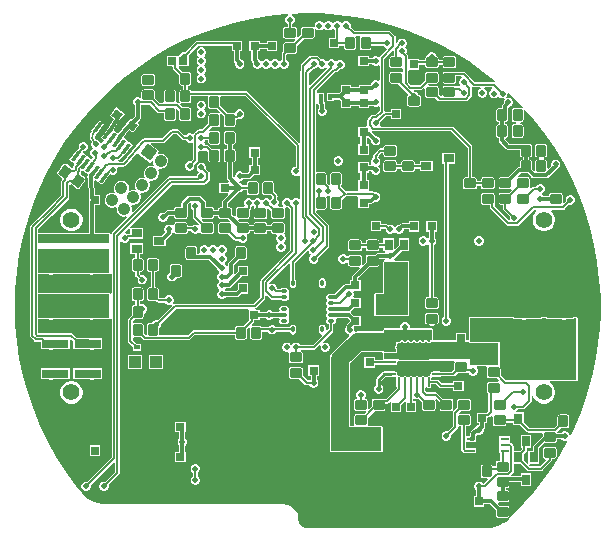
<source format=gbl>
G04*
G04 #@! TF.GenerationSoftware,Altium Limited,Altium Designer,24.4.1 (13)*
G04*
G04 Layer_Physical_Order=4*
G04 Layer_Color=16711680*
%FSLAX44Y44*%
%MOMM*%
G71*
G04*
G04 #@! TF.SameCoordinates,55532D4A-085B-46E5-86D8-018E79720E20*
G04*
G04*
G04 #@! TF.FilePolarity,Positive*
G04*
G01*
G75*
%ADD11C,0.2500*%
%ADD12C,0.2000*%
G04:AMPARAMS|DCode=21|XSize=0.95mm|YSize=0.8mm|CornerRadius=0.1mm|HoleSize=0mm|Usage=FLASHONLY|Rotation=90.000|XOffset=0mm|YOffset=0mm|HoleType=Round|Shape=RoundedRectangle|*
%AMROUNDEDRECTD21*
21,1,0.9500,0.6000,0,0,90.0*
21,1,0.7500,0.8000,0,0,90.0*
1,1,0.2000,0.3000,0.3750*
1,1,0.2000,0.3000,-0.3750*
1,1,0.2000,-0.3000,-0.3750*
1,1,0.2000,-0.3000,0.3750*
%
%ADD21ROUNDEDRECTD21*%
%ADD22R,0.7154X0.6725*%
%ADD26R,0.6725X0.7154*%
%ADD28R,0.6500X0.6500*%
G04:AMPARAMS|DCode=41|XSize=0.95mm|YSize=0.8mm|CornerRadius=0.1mm|HoleSize=0mm|Usage=FLASHONLY|Rotation=0.000|XOffset=0mm|YOffset=0mm|HoleType=Round|Shape=RoundedRectangle|*
%AMROUNDEDRECTD41*
21,1,0.9500,0.6000,0,0,0.0*
21,1,0.7500,0.8000,0,0,0.0*
1,1,0.2000,0.3750,-0.3000*
1,1,0.2000,-0.3750,-0.3000*
1,1,0.2000,-0.3750,0.3000*
1,1,0.2000,0.3750,0.3000*
%
%ADD41ROUNDEDRECTD41*%
%ADD72C,0.3000*%
%ADD76C,1.5000*%
%ADD78C,1.4000*%
%ADD79C,1.0600*%
%ADD80P,1.4991X4X98.0*%
%ADD81C,0.5000*%
%ADD82C,0.7000*%
%ADD84R,1.0000X1.0000*%
%ADD85R,2.9400X2.9400*%
%ADD86O,0.6500X0.3500*%
%ADD87O,0.3500X0.6500*%
%ADD88R,2.6500X1.4000*%
%ADD89R,2.6500X0.8000*%
%ADD90O,0.2500X0.8500*%
%ADD91O,0.8500X0.2500*%
%ADD92R,0.4800X0.4000*%
%ADD93R,0.9000X0.7000*%
%ADD94R,2.0320X1.1430*%
%ADD95R,1.1000X1.4500*%
%ADD96R,1.3500X2.9000*%
%ADD97R,0.7000X0.9000*%
G04:AMPARAMS|DCode=98|XSize=0.95mm|YSize=0.8mm|CornerRadius=0.1mm|HoleSize=0mm|Usage=FLASHONLY|Rotation=53.000|XOffset=0mm|YOffset=0mm|HoleType=Round|Shape=RoundedRectangle|*
%AMROUNDEDRECTD98*
21,1,0.9500,0.6000,0,0,53.0*
21,1,0.7500,0.8000,0,0,53.0*
1,1,0.2000,0.4653,0.1189*
1,1,0.2000,0.0139,-0.4800*
1,1,0.2000,-0.4653,-0.1189*
1,1,0.2000,-0.0139,0.4800*
%
%ADD98ROUNDEDRECTD98*%
G04:AMPARAMS|DCode=99|XSize=0.7154mm|YSize=0.6725mm|CornerRadius=0mm|HoleSize=0mm|Usage=FLASHONLY|Rotation=323.000|XOffset=0mm|YOffset=0mm|HoleType=Round|Shape=Rectangle|*
%AMROTATEDRECTD99*
4,1,4,-0.4880,-0.0533,-0.0833,0.4838,0.4880,0.0533,0.0833,-0.4838,-0.4880,-0.0533,0.0*
%
%ADD99ROTATEDRECTD99*%

%ADD100R,0.7000X0.2500*%
%ADD101R,1.6500X1.3500*%
%ADD102R,0.4000X0.5000*%
G04:AMPARAMS|DCode=103|XSize=0.9779mm|YSize=0.3048mm|CornerRadius=0mm|HoleSize=0mm|Usage=FLASHONLY|Rotation=233.000|XOffset=0mm|YOffset=0mm|HoleType=Round|Shape=Rectangle|*
%AMROTATEDRECTD103*
4,1,4,0.1725,0.4822,0.4160,0.2988,-0.1725,-0.4822,-0.4160,-0.2988,0.1725,0.4822,0.0*
%
%ADD103ROTATEDRECTD103*%

%ADD104R,2.2200X0.7400*%
G36*
X10895Y247833D02*
X25706Y246737D01*
X40425Y244756D01*
X54999Y241898D01*
X69376Y238174D01*
X83504Y233595D01*
X97333Y228180D01*
X110813Y221946D01*
X123896Y214917D01*
X136535Y207118D01*
X148684Y198577D01*
X158429Y190814D01*
X158404Y190671D01*
X157500Y189555D01*
X157500Y189555D01*
X141922D01*
X133525Y197953D01*
X132858Y198399D01*
X132071Y198556D01*
X132071Y198556D01*
X123000D01*
X123000Y198556D01*
X123000Y198556D01*
X116250D01*
X115463Y198399D01*
X114796Y197953D01*
X114351Y197287D01*
X114194Y196500D01*
Y190500D01*
X114351Y189713D01*
X114796Y189047D01*
X115463Y188601D01*
X116250Y188444D01*
X123750D01*
X124537Y188601D01*
X125204Y189047D01*
X125649Y189713D01*
X125806Y190500D01*
Y194445D01*
X130166D01*
X130419Y193174D01*
X129734Y192891D01*
X128609Y191766D01*
X128000Y190296D01*
Y188704D01*
X128609Y187234D01*
X127992Y186056D01*
X125051D01*
X124537Y186399D01*
X123750Y186556D01*
X116250D01*
X115463Y186399D01*
X114796Y185954D01*
X114351Y185287D01*
X114194Y184500D01*
Y178500D01*
X113091Y177540D01*
X112617D01*
X110806Y179351D01*
Y184500D01*
X110649Y185287D01*
X110204Y185954D01*
X109537Y186399D01*
X108750Y186556D01*
X102653D01*
X102046Y187826D01*
X102523Y188444D01*
X108750D01*
X109537Y188601D01*
X110204Y189047D01*
X110649Y189713D01*
X110806Y190500D01*
Y196500D01*
X110649Y197287D01*
X110204Y197953D01*
X109537Y198399D01*
X108750Y198556D01*
X101250D01*
X100463Y198399D01*
X99796Y197953D01*
X99351Y197287D01*
X99194Y196500D01*
Y191351D01*
X94899Y187055D01*
X87851D01*
X85056Y189851D01*
Y199157D01*
X85622Y200193D01*
X86326Y200193D01*
X94378D01*
Y204445D01*
X99194D01*
Y203500D01*
X99351Y202713D01*
X99796Y202047D01*
X100463Y201601D01*
X101250Y201444D01*
X108750D01*
X109537Y201601D01*
X110204Y202047D01*
X110649Y202713D01*
X110806Y203500D01*
Y204445D01*
X114194D01*
Y203500D01*
X114351Y202713D01*
X114796Y202047D01*
X115463Y201601D01*
X116250Y201444D01*
X123750D01*
X124537Y201601D01*
X125204Y202047D01*
X125649Y202713D01*
X125806Y203500D01*
Y209500D01*
X125649Y210287D01*
X125204Y210954D01*
X124537Y211399D01*
X123750Y211556D01*
X116250D01*
X115463Y211399D01*
X114796Y210954D01*
X114351Y210287D01*
X114194Y209500D01*
Y208556D01*
X110806D01*
Y209500D01*
X110649Y210287D01*
X110204Y210954D01*
X109537Y211399D01*
X109000Y211506D01*
Y212046D01*
X108391Y213516D01*
X107266Y214641D01*
X105796Y215250D01*
X104204D01*
X102734Y214641D01*
X101609Y213516D01*
X101000Y212046D01*
Y211506D01*
X100463Y211399D01*
X99796Y210954D01*
X99351Y210287D01*
X99194Y209500D01*
Y208556D01*
X94378D01*
Y209378D01*
X85622Y209378D01*
X85056Y210414D01*
Y212188D01*
X84899Y212975D01*
X84453Y213642D01*
X84453Y213642D01*
X83675Y214420D01*
X84000Y215204D01*
Y216796D01*
X83391Y218266D01*
X82407Y219250D01*
X83391Y220234D01*
X84000Y221704D01*
Y223296D01*
X83391Y224766D01*
X82266Y225891D01*
X80796Y226500D01*
X79204D01*
X77734Y225891D01*
X76609Y224766D01*
X76000Y223296D01*
Y222969D01*
X75826Y222853D01*
X74556Y223531D01*
Y227500D01*
X74556Y227500D01*
X74399Y228287D01*
X73953Y228953D01*
X70490Y232416D01*
X69824Y232862D01*
X69037Y233018D01*
X69037Y233018D01*
X39888D01*
X36413Y236494D01*
X36500Y236704D01*
Y238296D01*
X35891Y239766D01*
X34766Y240891D01*
X33296Y241500D01*
X31704D01*
X30234Y240891D01*
X29573Y240230D01*
X28750Y239907D01*
X27927Y240230D01*
X27266Y240891D01*
X25796Y241500D01*
X24204D01*
X22734Y240891D01*
X22073Y240230D01*
X21250Y239907D01*
X20427Y240230D01*
X19766Y240891D01*
X18296Y241500D01*
X16704D01*
X15234Y240891D01*
X14573Y240230D01*
X13750Y239907D01*
X12927Y240230D01*
X12266Y240891D01*
X10796Y241500D01*
X9204D01*
X7734Y240891D01*
X6609Y239766D01*
X6000Y238296D01*
Y236873D01*
X5474Y236477D01*
X4834Y236200D01*
X4537Y236399D01*
X3750Y236556D01*
X-3750D01*
X-4537Y236399D01*
X-5203Y235954D01*
X-5649Y235287D01*
X-5806Y234500D01*
Y229851D01*
X-8084Y227573D01*
X-9255Y228199D01*
X-9194Y228500D01*
Y234500D01*
X-9351Y235287D01*
X-9797Y235954D01*
X-10463Y236399D01*
X-11250Y236556D01*
X-12945D01*
Y239022D01*
X-12734Y239109D01*
X-11609Y240234D01*
X-11000Y241704D01*
Y243296D01*
X-11609Y244766D01*
X-12734Y245891D01*
X-13767Y246319D01*
X-13542Y247600D01*
X-3955Y248041D01*
X10895Y247833D01*
D02*
G37*
G36*
X-16541Y246191D02*
X-17266Y245891D01*
X-18391Y244766D01*
X-19000Y243296D01*
Y241704D01*
X-18391Y240234D01*
X-17266Y239109D01*
X-17055Y239022D01*
Y236556D01*
X-18750D01*
X-19537Y236399D01*
X-20203Y235954D01*
X-20649Y235287D01*
X-20805Y234500D01*
Y228500D01*
X-20649Y227713D01*
X-20203Y227047D01*
X-19537Y226601D01*
X-18750Y226444D01*
X-11250D01*
X-10948Y226504D01*
X-10323Y225334D01*
X-12101Y223556D01*
X-18750D01*
X-19537Y223399D01*
X-20203Y222953D01*
X-20649Y222287D01*
X-20805Y221500D01*
Y215601D01*
X-21453Y214953D01*
X-21899Y214287D01*
X-22055Y213500D01*
X-22055Y213500D01*
Y208478D01*
X-22266Y208391D01*
X-22927Y207730D01*
X-23750Y207407D01*
X-24573Y207730D01*
X-25234Y208391D01*
X-26704Y209000D01*
X-28296D01*
X-29766Y208391D01*
X-30427Y207730D01*
X-31250Y207407D01*
X-32073Y207730D01*
X-32734Y208391D01*
X-34204Y209000D01*
X-35796D01*
X-37266Y208391D01*
X-37927Y207730D01*
X-38750Y207407D01*
X-39573Y207730D01*
X-40234Y208391D01*
X-41704Y209000D01*
X-42331D01*
X-42435Y209104D01*
Y215622D01*
X-40622D01*
Y217649D01*
X-34378D01*
Y215622D01*
X-25622D01*
Y224807D01*
X-34378D01*
Y222780D01*
X-40622D01*
Y224807D01*
X-49378D01*
Y215622D01*
X-47565D01*
Y208041D01*
X-47370Y207059D01*
X-46814Y206227D01*
X-46466Y205879D01*
X-46500Y205796D01*
Y204204D01*
X-45891Y202734D01*
X-44766Y201609D01*
X-43296Y201000D01*
X-41704D01*
X-40234Y201609D01*
X-39573Y202270D01*
X-38750Y202593D01*
X-37927Y202270D01*
X-37266Y201609D01*
X-35796Y201000D01*
X-34204D01*
X-32734Y201609D01*
X-32073Y202270D01*
X-31250Y202593D01*
X-30427Y202270D01*
X-29766Y201609D01*
X-28296Y201000D01*
X-26704D01*
X-25234Y201609D01*
X-24573Y202270D01*
X-23750Y202593D01*
X-22927Y202270D01*
X-22266Y201609D01*
X-20796Y201000D01*
X-19204D01*
X-17734Y201609D01*
X-16609Y202734D01*
X-16000Y204204D01*
Y205796D01*
X-16609Y207266D01*
X-17734Y208391D01*
X-17945Y208478D01*
Y212649D01*
X-17297Y213297D01*
X-17297Y213297D01*
X-17198Y213444D01*
X-11250D01*
X-10463Y213601D01*
X-9797Y214047D01*
X-9351Y214713D01*
X-9194Y215500D01*
Y220649D01*
X-3399Y226444D01*
X-3000D01*
X-3000Y226444D01*
X-3000Y226444D01*
X3750D01*
X4537Y226601D01*
X5203Y227047D01*
X5649Y227713D01*
X5806Y228500D01*
Y234242D01*
X6426Y234652D01*
X7040Y234803D01*
X7734Y234109D01*
X9204Y233500D01*
X10796D01*
X12266Y234109D01*
X12927Y234770D01*
X13750Y235093D01*
X14573Y234770D01*
X15234Y234109D01*
X16704Y233500D01*
X18296D01*
X19766Y234109D01*
X20427Y234770D01*
X21250Y235093D01*
X22073Y234770D01*
X22734Y234109D01*
X22945Y234022D01*
Y226878D01*
X17693D01*
Y218122D01*
X26878D01*
Y220445D01*
X30944D01*
Y218750D01*
X31101Y217963D01*
X31546Y217297D01*
X32213Y216851D01*
X33000Y216695D01*
X39000D01*
X39787Y216851D01*
X40454Y217297D01*
X40899Y217963D01*
X41055Y218750D01*
Y226250D01*
X40899Y227037D01*
X40498Y227638D01*
X40574Y228004D01*
X40938Y228908D01*
X44062D01*
X44426Y228004D01*
X44503Y227638D01*
X44101Y227037D01*
X43945Y226250D01*
Y218750D01*
X44101Y217963D01*
X44546Y217297D01*
X45213Y216851D01*
X46000Y216695D01*
X52000D01*
X52787Y216851D01*
X53453Y217297D01*
X53899Y217963D01*
X54056Y218750D01*
Y220445D01*
X64022D01*
X64109Y220234D01*
X65234Y219109D01*
X66532Y218571D01*
X67084Y217327D01*
X61547Y211790D01*
X61193Y211260D01*
X60595Y210955D01*
X59766Y210891D01*
X58296Y211500D01*
X56704D01*
X55234Y210891D01*
X54408Y210065D01*
X51878D01*
Y211878D01*
X42693D01*
Y203122D01*
X51878D01*
Y204935D01*
X54408D01*
X55234Y204109D01*
X56704Y203500D01*
X58296D01*
X59766Y204109D01*
X60944Y203492D01*
Y191508D01*
X59766Y190891D01*
X58296Y191500D01*
X56704D01*
X55234Y190891D01*
X54109Y189766D01*
X53500Y188296D01*
Y187669D01*
X53187Y187356D01*
X49362D01*
X49114Y187307D01*
X43122D01*
Y185280D01*
X36878D01*
Y187307D01*
X28122D01*
Y181749D01*
X26437Y180065D01*
X22016D01*
Y180516D01*
X15984D01*
Y173484D01*
X22016D01*
Y174935D01*
X26437D01*
X28122Y173251D01*
Y167693D01*
X36878D01*
Y169720D01*
X43122D01*
Y167693D01*
X51878D01*
Y169827D01*
X54516D01*
X55234Y169109D01*
X56704Y168500D01*
X58296D01*
X59766Y169109D01*
X60944Y168492D01*
Y165617D01*
X57383Y162055D01*
X55429D01*
X54642Y161899D01*
X53976Y161453D01*
X53976Y161453D01*
X51047Y158525D01*
X50601Y157858D01*
X50444Y157071D01*
X50444Y157071D01*
Y152929D01*
X50444Y152929D01*
X49456Y151908D01*
X49366Y151878D01*
X42693D01*
Y143122D01*
X44720D01*
Y136878D01*
X42693D01*
Y128122D01*
X51878D01*
Y136878D01*
X49851D01*
Y142297D01*
X51121Y142751D01*
X53500Y140372D01*
Y139204D01*
X54109Y137734D01*
X55234Y136609D01*
X56704Y136000D01*
X58296D01*
X59766Y136609D01*
X60891Y137734D01*
X61500Y139204D01*
Y140796D01*
X60891Y142266D01*
X59766Y143391D01*
X58296Y144000D01*
X57128D01*
X54119Y147009D01*
X54327Y147442D01*
X54868Y148056D01*
X55429Y147944D01*
X121649D01*
X135444Y134149D01*
Y109056D01*
X133750D01*
X132963Y108899D01*
X132296Y108454D01*
X131851Y107787D01*
X131694Y107000D01*
Y101000D01*
X131851Y100213D01*
X132296Y99547D01*
X132963Y99101D01*
X133750Y98945D01*
X141250D01*
X142037Y99101D01*
X142704Y99547D01*
X143149Y100213D01*
X143306Y101000D01*
Y101945D01*
X146694D01*
Y101000D01*
X146851Y100213D01*
X147296Y99546D01*
X147963Y99101D01*
X148750Y98945D01*
X156250D01*
X157037Y99101D01*
X157704Y99546D01*
X158149Y100213D01*
X158306Y101000D01*
Y107000D01*
X158149Y107787D01*
X157704Y108454D01*
X157037Y108899D01*
X156250Y109056D01*
X148750D01*
X147963Y108899D01*
X147296Y108454D01*
X146851Y107787D01*
X146694Y107000D01*
Y106055D01*
X143306D01*
Y107000D01*
X143149Y107787D01*
X142704Y108454D01*
X142037Y108899D01*
X141250Y109056D01*
X139556D01*
Y135000D01*
X139399Y135787D01*
X138954Y136454D01*
X138953Y136454D01*
X123954Y151454D01*
X123287Y151899D01*
X122500Y152056D01*
X122500Y152056D01*
X61872D01*
X61136Y153326D01*
X61500Y154204D01*
Y155796D01*
X61413Y156006D01*
X66066Y160659D01*
X70622D01*
Y158122D01*
X79378D01*
Y167307D01*
X70622D01*
Y164770D01*
X66251D01*
X65214Y164770D01*
X65055Y165998D01*
Y209485D01*
X71771Y216201D01*
X72944Y215714D01*
Y211556D01*
X71250D01*
X70463Y211399D01*
X69797Y210954D01*
X69351Y210287D01*
X69194Y209500D01*
Y203500D01*
X69351Y202713D01*
X69797Y202047D01*
X70463Y201601D01*
X71250Y201444D01*
X78750D01*
X79537Y201601D01*
X79675Y201693D01*
X80944Y201044D01*
Y198956D01*
X79675Y198307D01*
X79537Y198399D01*
X78750Y198556D01*
X71250D01*
X70463Y198399D01*
X69797Y197953D01*
X69351Y197287D01*
X69194Y196500D01*
Y190500D01*
X69351Y189713D01*
X69797Y189047D01*
X70463Y188601D01*
X71250Y188444D01*
X76718D01*
X76804Y188010D01*
X77250Y187343D01*
X84686Y179907D01*
X84796Y178453D01*
X84351Y177787D01*
X84194Y177000D01*
Y171000D01*
X84351Y170213D01*
X84796Y169547D01*
X85463Y169101D01*
X86250Y168944D01*
X93750D01*
X94537Y169101D01*
X95204Y169547D01*
X95649Y170213D01*
X95806Y171000D01*
Y177000D01*
X95649Y177787D01*
X95204Y178454D01*
X94537Y178899D01*
X93750Y179056D01*
X93685D01*
X93391Y179766D01*
X92266Y180891D01*
X90796Y181500D01*
X89898D01*
X89769Y181674D01*
X90410Y182945D01*
X95750D01*
X95750Y182945D01*
X96537Y183101D01*
X97204Y183547D01*
X97924Y184268D01*
X99194Y183741D01*
Y178500D01*
X99351Y177713D01*
X99796Y177047D01*
X100463Y176601D01*
X101250Y176444D01*
X107899D01*
X110312Y174030D01*
X110979Y173585D01*
X111766Y173428D01*
X111766Y173428D01*
X134055D01*
X134055Y173428D01*
X134842Y173585D01*
X135508Y174030D01*
X138453Y176975D01*
X138899Y177642D01*
X139056Y178429D01*
X139056Y178429D01*
Y184500D01*
X139056Y184500D01*
X138965Y184955D01*
X139498Y185529D01*
X139691Y185654D01*
X139994Y185795D01*
X140284Y185601D01*
X141071Y185445D01*
X141071Y185445D01*
X146166D01*
X146419Y184174D01*
X145734Y183891D01*
X144609Y182766D01*
X144000Y181296D01*
Y179704D01*
X144609Y178234D01*
X145734Y177109D01*
X147204Y176500D01*
X148796D01*
X150266Y177109D01*
X151391Y178234D01*
X152000Y179704D01*
Y181296D01*
X151391Y182766D01*
X150266Y183891D01*
X149581Y184174D01*
X149834Y185445D01*
X155662D01*
X155930Y185054D01*
X155463Y183486D01*
X155234Y183391D01*
X154109Y182266D01*
X153500Y180796D01*
Y179204D01*
X154109Y177734D01*
X155234Y176609D01*
X156704Y176000D01*
X158296D01*
X159766Y176609D01*
X160427Y177270D01*
X161250Y177593D01*
X162073Y177270D01*
X162734Y176609D01*
X164204Y176000D01*
X165796D01*
X166225Y176178D01*
X166944Y175101D01*
X166609Y174766D01*
X166000Y173296D01*
Y171704D01*
X166035Y171621D01*
X165436Y171023D01*
X164880Y170191D01*
X164685Y169209D01*
Y167556D01*
X161750D01*
X160963Y167399D01*
X160296Y166954D01*
X159851Y166287D01*
X159694Y165500D01*
Y158000D01*
X159851Y157213D01*
X160296Y156546D01*
X160963Y156101D01*
X161750Y155944D01*
X162185D01*
Y154056D01*
X161750D01*
X160963Y153899D01*
X160296Y153454D01*
X159851Y152787D01*
X159694Y152000D01*
Y144500D01*
X159851Y143713D01*
X160296Y143047D01*
X160963Y142601D01*
X161750Y142444D01*
X162185D01*
Y140250D01*
X162380Y139268D01*
X162936Y138436D01*
X168186Y133186D01*
X169018Y132630D01*
X170000Y132435D01*
X179694D01*
Y128000D01*
X179851Y127213D01*
X180296Y126546D01*
X180963Y126101D01*
X181750Y125944D01*
X182185D01*
Y124056D01*
X181750D01*
X180963Y123899D01*
X180296Y123454D01*
X179851Y122787D01*
X179694Y122000D01*
Y117565D01*
X179250D01*
X178268Y117370D01*
X177436Y116814D01*
X169678Y109056D01*
X163750D01*
X162963Y108899D01*
X162297Y108454D01*
X161851Y107787D01*
X161695Y107000D01*
Y101000D01*
X161851Y100213D01*
X162297Y99547D01*
X162963Y99101D01*
X163750Y98945D01*
X171250D01*
X172037Y99101D01*
X172372Y99325D01*
X173182Y98339D01*
X170899Y96055D01*
X163750D01*
X162963Y95899D01*
X162297Y95454D01*
X161851Y94787D01*
X161695Y94000D01*
Y88000D01*
X161851Y87213D01*
X162297Y86547D01*
X162963Y86101D01*
X163750Y85944D01*
X165445D01*
Y82500D01*
X165445Y82500D01*
X165601Y81713D01*
X166047Y81046D01*
X171087Y76006D01*
X171000Y75796D01*
Y74204D01*
X171355Y73348D01*
X170278Y72629D01*
X158306Y84601D01*
Y94000D01*
X158149Y94787D01*
X157704Y95454D01*
X157037Y95899D01*
X156250Y96055D01*
X148750D01*
X147963Y95899D01*
X147296Y95454D01*
X146851Y94787D01*
X146694Y94000D01*
Y88000D01*
X146851Y87213D01*
X147296Y86546D01*
X147963Y86101D01*
X148750Y85944D01*
X154194D01*
Y83750D01*
X154194Y83750D01*
X154351Y82963D01*
X154796Y82297D01*
X168547Y68547D01*
X169213Y68101D01*
X170000Y67944D01*
X170000Y67944D01*
X177500D01*
X177500Y67944D01*
X178287Y68101D01*
X178953Y68547D01*
X191901Y81495D01*
X193214D01*
X193739Y80225D01*
X192398Y78883D01*
X191147Y76717D01*
X190500Y74301D01*
Y71799D01*
X191147Y69383D01*
X192398Y67217D01*
X194167Y65448D01*
X196333Y64197D01*
X198749Y63550D01*
X201251D01*
X203667Y64197D01*
X205833Y65448D01*
X207602Y67217D01*
X208853Y69383D01*
X209500Y71799D01*
Y74301D01*
X208853Y76717D01*
X207602Y78883D01*
X206261Y80225D01*
X206786Y81495D01*
X216050D01*
X216050Y81495D01*
X216837Y81651D01*
X217504Y82097D01*
X221494Y86087D01*
X221704Y86000D01*
X223296D01*
X224766Y86609D01*
X225891Y87734D01*
X226500Y89204D01*
Y90796D01*
X225891Y92266D01*
X224766Y93391D01*
X223296Y94000D01*
X221704D01*
X220234Y93391D01*
X219109Y92266D01*
X218500Y90796D01*
Y89204D01*
X218587Y88994D01*
X216978Y87385D01*
X215824Y87990D01*
X215805Y88008D01*
Y94000D01*
X215649Y94787D01*
X215203Y95454D01*
X214537Y95899D01*
X213750Y96055D01*
X206250D01*
X205463Y95899D01*
X204797Y95454D01*
X204351Y94787D01*
X204195Y94000D01*
Y93315D01*
X199841D01*
X199266Y93891D01*
X198214Y94327D01*
Y95673D01*
X199266Y96109D01*
X200391Y97234D01*
X201000Y98704D01*
Y100296D01*
X200391Y101766D01*
X199266Y102891D01*
X197796Y103500D01*
X196204D01*
X194734Y102891D01*
X193609Y101766D01*
X193363Y101173D01*
X191367D01*
X191367Y101173D01*
X190581Y101016D01*
X189914Y100571D01*
X189416Y100073D01*
X188246Y100698D01*
X188305Y101000D01*
Y107000D01*
X188149Y107787D01*
X187703Y108454D01*
X187037Y108899D01*
X186250Y109056D01*
X178750D01*
X178724Y109050D01*
X178099Y110221D01*
X180312Y112435D01*
X182250D01*
X182299Y112444D01*
X186178D01*
X189452Y109170D01*
X190284Y108614D01*
X191266Y108419D01*
X202206D01*
X203188Y108614D01*
X204020Y109170D01*
X210889Y116039D01*
X212266Y116609D01*
X213391Y117734D01*
X214000Y119204D01*
Y120796D01*
X213391Y122266D01*
X212266Y123391D01*
X210796Y124000D01*
X209204D01*
X207734Y123391D01*
X206609Y122266D01*
X206000Y120796D01*
Y119204D01*
X206234Y118639D01*
X203979Y116384D01*
X202806Y116870D01*
Y122000D01*
X202649Y122787D01*
X202204Y123454D01*
X201537Y123899D01*
X200750Y124056D01*
X200126D01*
X199848Y124512D01*
X199806Y125456D01*
X200372Y125944D01*
X200750D01*
X201537Y126101D01*
X202203Y126546D01*
X202649Y127213D01*
X202806Y128000D01*
Y135500D01*
X202649Y136287D01*
X202203Y136953D01*
X201537Y137399D01*
X200750Y137556D01*
X194750D01*
X193963Y137399D01*
X193297Y136953D01*
X192851Y136287D01*
X192694Y135500D01*
Y128000D01*
X192851Y127213D01*
X193297Y126546D01*
X193963Y126101D01*
X194750Y125944D01*
X195874D01*
X196152Y125488D01*
X196194Y124544D01*
X195628Y124056D01*
X194750D01*
X193963Y123899D01*
X193297Y123454D01*
X192851Y122787D01*
X192694Y122000D01*
Y114979D01*
X191458Y114420D01*
X189806Y116072D01*
Y122000D01*
X189649Y122787D01*
X189203Y123454D01*
X188537Y123899D01*
X187750Y124056D01*
X187315D01*
Y125944D01*
X187750D01*
X188537Y126101D01*
X189203Y126546D01*
X189649Y127213D01*
X189806Y128000D01*
Y135500D01*
X189649Y136287D01*
X189203Y136953D01*
X188537Y137399D01*
X187750Y137556D01*
X182299D01*
X182250Y137565D01*
X171063D01*
X167453Y141174D01*
X167649Y142444D01*
X167750D01*
X168537Y142601D01*
X169203Y143047D01*
X169649Y143713D01*
X169806Y144500D01*
Y152000D01*
X169649Y152787D01*
X169203Y153454D01*
X168537Y153899D01*
X167750Y154056D01*
X167315D01*
Y155944D01*
X167750D01*
X168537Y156101D01*
X169203Y156546D01*
X169649Y157213D01*
X169806Y158000D01*
Y164201D01*
X169815Y164250D01*
Y168146D01*
X170169Y168500D01*
X170796D01*
X172266Y169109D01*
X173391Y170234D01*
X174000Y171704D01*
Y173296D01*
X173391Y174766D01*
X172266Y175891D01*
X170796Y176500D01*
X169204D01*
X168775Y176322D01*
X168056Y177399D01*
X168391Y177734D01*
X169000Y179204D01*
Y179791D01*
X170270Y180357D01*
X171343Y179391D01*
X181771Y168817D01*
X182055Y168492D01*
X181909Y168185D01*
X181279Y167450D01*
X180750Y167556D01*
X174750D01*
X173963Y167399D01*
X173297Y166954D01*
X172851Y166287D01*
X172694Y165500D01*
Y158000D01*
X172851Y157213D01*
X173297Y156546D01*
X173963Y156101D01*
X174750Y155944D01*
X175874D01*
X176152Y155488D01*
X176194Y154544D01*
X175628Y154056D01*
X174750D01*
X173963Y153899D01*
X173297Y153454D01*
X172851Y152787D01*
X172694Y152000D01*
Y144500D01*
X172851Y143713D01*
X173297Y143047D01*
X173963Y142601D01*
X174750Y142444D01*
X180750D01*
X181537Y142601D01*
X182203Y143047D01*
X182649Y143713D01*
X182806Y144500D01*
Y152000D01*
X182649Y152787D01*
X182203Y153454D01*
X181537Y153899D01*
X180750Y154056D01*
X180126D01*
X179848Y154512D01*
X179806Y155456D01*
X180372Y155944D01*
X180750D01*
X181537Y156101D01*
X182203Y156546D01*
X182649Y157213D01*
X182806Y158000D01*
Y165500D01*
X182753Y165765D01*
X183932Y166345D01*
X191548Y157636D01*
X200637Y145892D01*
X209008Y133624D01*
X216630Y120877D01*
X223475Y107697D01*
X229520Y94130D01*
X234741Y80227D01*
X239121Y66036D01*
X242644Y51609D01*
X245298Y36996D01*
X247072Y22251D01*
X247961Y7426D01*
Y-0D01*
X247961Y-6309D01*
X247319Y-18909D01*
X246038Y-31461D01*
X244120Y-43932D01*
X241570Y-56289D01*
X238395Y-68500D01*
X234603Y-80534D01*
X230205Y-92359D01*
X225210Y-103946D01*
X222701Y-109038D01*
X222501Y-109066D01*
X221364Y-108877D01*
X220891Y-107734D01*
X219766Y-106609D01*
X218296Y-106000D01*
X216704D01*
X215234Y-106609D01*
X214408Y-107435D01*
X211964D01*
X211819Y-107240D01*
X211492Y-106165D01*
X214351Y-103306D01*
X219500D01*
X220287Y-103149D01*
X220954Y-102704D01*
X221399Y-102037D01*
X221556Y-101250D01*
Y-93750D01*
X221399Y-92963D01*
X220954Y-92296D01*
X220287Y-91851D01*
X219500Y-91694D01*
X213500D01*
X212713Y-91851D01*
X212047Y-92296D01*
X211601Y-92963D01*
X211444Y-93750D01*
Y-100399D01*
X208915Y-102928D01*
X187835D01*
X183016Y-98109D01*
Y-89984D01*
X176739D01*
X176486Y-88714D01*
X177266Y-88391D01*
X178391Y-87266D01*
X178478Y-87056D01*
X182500D01*
X182500Y-87056D01*
X183287Y-86899D01*
X183953Y-86454D01*
X188953Y-81454D01*
X188953Y-81454D01*
X189399Y-80787D01*
X189555Y-80000D01*
Y-75683D01*
X190826Y-75515D01*
X191147Y-76717D01*
X192398Y-78883D01*
X194167Y-80652D01*
X196333Y-81903D01*
X198749Y-82550D01*
X201251D01*
X203667Y-81903D01*
X205833Y-80652D01*
X207602Y-78883D01*
X208853Y-76717D01*
X209500Y-74301D01*
Y-71799D01*
X208853Y-69383D01*
X207602Y-67217D01*
X205833Y-65448D01*
X204831Y-64870D01*
X205172Y-63600D01*
X227500D01*
X228278Y-63278D01*
X228600Y-62500D01*
Y-10000D01*
X228278Y-9222D01*
X227500Y-8900D01*
X225766D01*
X224988Y-9222D01*
X224680Y-9966D01*
X218830D01*
X218628Y-10050D01*
X218409D01*
X217926Y-10250D01*
X216374D01*
X215891Y-10050D01*
X215672D01*
X215470Y-9966D01*
X202620D01*
X202312Y-9222D01*
X201534Y-8900D01*
X198466D01*
X197688Y-9222D01*
X197380Y-9966D01*
X184530D01*
X184328Y-10050D01*
X184109D01*
X183626Y-10250D01*
X182074D01*
X181591Y-10050D01*
X181372D01*
X181170Y-9966D01*
X175320D01*
X175012Y-9222D01*
X174234Y-8900D01*
X137500D01*
X136722Y-9222D01*
X136400Y-10000D01*
Y-28900D01*
X134378D01*
Y-22693D01*
X125622D01*
Y-28900D01*
X107109D01*
X107055Y-28876D01*
X106100Y-28009D01*
Y-20000D01*
X105778Y-19222D01*
X105000Y-18900D01*
X86904D01*
X86500Y-18296D01*
Y-16704D01*
X85891Y-15234D01*
X84766Y-14109D01*
X83296Y-13500D01*
X81704D01*
X80234Y-14109D01*
X79109Y-15234D01*
X78500Y-16704D01*
Y-18296D01*
X78096Y-18900D01*
X65000D01*
X64222Y-19222D01*
X63900Y-20000D01*
Y-21411D01*
X42500D01*
X40528Y-21670D01*
X39803Y-21044D01*
X39516Y-20644D01*
Y-19204D01*
X39043Y-18063D01*
X39586Y-17100D01*
X39822Y-16878D01*
X44807D01*
Y-8122D01*
X39249D01*
X36907Y-5779D01*
X36814Y-5554D01*
Y-4446D01*
X36907Y-4221D01*
X39249Y-1878D01*
X44807D01*
Y6878D01*
X39195D01*
X38563Y8148D01*
X39000Y9204D01*
Y10796D01*
X38563Y11852D01*
X39195Y13122D01*
X44807D01*
Y21878D01*
X42780D01*
Y23402D01*
X52822Y33444D01*
X58750D01*
X59537Y33601D01*
X60203Y34046D01*
X60649Y34713D01*
X60806Y35500D01*
Y39928D01*
X60813Y39935D01*
X65626D01*
X65669Y39870D01*
X65000Y38600D01*
X64222Y38278D01*
X63900Y37500D01*
Y11100D01*
X57500D01*
X56722Y10778D01*
X56400Y10000D01*
Y-7500D01*
X56722Y-8278D01*
X57500Y-8600D01*
X85000D01*
X85778Y-8278D01*
X86100Y-7500D01*
Y37500D01*
X85778Y38278D01*
X85000Y38600D01*
X73553D01*
X73027Y39870D01*
X73391Y40234D01*
X73561Y40644D01*
X74197Y41069D01*
X79578Y46450D01*
X79748Y46484D01*
X86016D01*
Y57516D01*
X76984D01*
Y51013D01*
X76686Y50814D01*
X74189Y48317D01*
X73016Y48803D01*
Y57516D01*
X63984D01*
Y53555D01*
X60806D01*
Y54500D01*
X60649Y55287D01*
X60203Y55953D01*
X59537Y56399D01*
X58750Y56556D01*
X51250D01*
X50463Y56399D01*
X49797Y55953D01*
X49351Y55287D01*
X49194Y54500D01*
Y53555D01*
X45806D01*
Y54500D01*
X45649Y55287D01*
X45203Y55953D01*
X44537Y56399D01*
X43750Y56556D01*
X36250D01*
X35463Y56399D01*
X34797Y55953D01*
X34351Y55287D01*
X34195Y54500D01*
Y48500D01*
X34351Y47713D01*
X34797Y47047D01*
X35463Y46601D01*
X36250Y46445D01*
X43750D01*
X44537Y46601D01*
X45203Y47047D01*
X45649Y47713D01*
X45806Y48500D01*
Y49444D01*
X49194D01*
Y48500D01*
X49351Y47713D01*
X49797Y47046D01*
X50463Y46601D01*
X51250Y46445D01*
X58750D01*
X59537Y46601D01*
X60203Y47046D01*
X60649Y47713D01*
X60806Y48500D01*
Y49444D01*
X63984D01*
Y46484D01*
X65165D01*
X65844Y45214D01*
X65744Y45065D01*
X59750D01*
X58768Y44870D01*
X57936Y44314D01*
X57178Y43555D01*
X51250D01*
X50463Y43399D01*
X49797Y42954D01*
X49351Y42287D01*
X49194Y41500D01*
Y37072D01*
X46971Y34849D01*
X45800Y35474D01*
X45806Y35500D01*
Y41500D01*
X45649Y42287D01*
X45203Y42954D01*
X44537Y43399D01*
X43750Y43555D01*
X36250D01*
X35463Y43399D01*
X34797Y42954D01*
X34668Y42761D01*
X34416Y42654D01*
X33317Y42568D01*
X33157Y42612D01*
X32378Y43391D01*
X30908Y44000D01*
X29316D01*
X27846Y43391D01*
X26721Y42266D01*
X26112Y40796D01*
Y39204D01*
X26721Y37734D01*
X27846Y36609D01*
X29316Y36000D01*
X30908D01*
X32378Y36609D01*
X32924Y37156D01*
X34195Y36630D01*
Y35500D01*
X34351Y34713D01*
X34797Y34047D01*
X35463Y33601D01*
X36250Y33444D01*
X43750D01*
X43776Y33450D01*
X44401Y32279D01*
X38400Y26278D01*
X37844Y25446D01*
X37649Y24464D01*
Y21878D01*
X35622D01*
Y19021D01*
X32456D01*
X31474Y18826D01*
X30642Y18270D01*
X22533Y10161D01*
X22050D01*
X21250Y10320D01*
X18250D01*
X17171Y10106D01*
X16256Y9494D01*
X15645Y8579D01*
X15430Y7500D01*
X15645Y6421D01*
X16018Y5862D01*
X16168Y5000D01*
X16018Y4138D01*
X15645Y3579D01*
X15430Y2500D01*
X15645Y1421D01*
X16018Y862D01*
X16168Y0D01*
X16018Y-862D01*
X15645Y-1421D01*
X15430Y-2500D01*
X15645Y-3579D01*
X16018Y-4138D01*
X16168Y-5000D01*
X16018Y-5862D01*
X15645Y-6421D01*
X15430Y-7500D01*
X15645Y-8579D01*
X16018Y-9138D01*
X16168Y-10000D01*
X16018Y-10862D01*
X15645Y-11421D01*
X15430Y-12500D01*
X15645Y-13579D01*
X16256Y-14494D01*
X17171Y-15106D01*
X17694Y-15210D01*
Y-19399D01*
X16590Y-20503D01*
X15320Y-19977D01*
Y-18250D01*
X15106Y-17171D01*
X14494Y-16256D01*
X13579Y-15645D01*
X12500Y-15430D01*
X11421Y-15645D01*
X10506Y-16256D01*
X9894Y-17171D01*
X9680Y-18250D01*
Y-21250D01*
X9894Y-22329D01*
X10506Y-23244D01*
X11421Y-23856D01*
X11438Y-23859D01*
X11856Y-25237D01*
X4149Y-32945D01*
X-6522D01*
X-6609Y-32734D01*
X-7734Y-31609D01*
X-9204Y-31000D01*
X-10796D01*
X-12266Y-31609D01*
X-12927Y-32270D01*
X-13750Y-32593D01*
X-14573Y-32270D01*
X-15234Y-31609D01*
X-16704Y-31000D01*
X-18296D01*
X-19766Y-31609D01*
X-20891Y-32734D01*
X-21500Y-34204D01*
Y-35796D01*
X-20891Y-37266D01*
X-19766Y-38391D01*
X-18296Y-39000D01*
X-16704D01*
X-16698Y-38997D01*
X-16211Y-39330D01*
X-15698Y-39958D01*
X-15805Y-40500D01*
Y-46500D01*
X-15649Y-47287D01*
X-15203Y-47954D01*
X-14537Y-48399D01*
X-13750Y-48555D01*
X-6250D01*
X-5463Y-48399D01*
X-4796Y-47954D01*
X-4351Y-47287D01*
X-4195Y-46500D01*
Y-40500D01*
X-4351Y-39713D01*
X-4796Y-39047D01*
X-5463Y-38601D01*
X-5523Y-37294D01*
X-5402Y-37087D01*
X-5345Y-37055D01*
X5000D01*
X5000Y-37055D01*
X5787Y-36899D01*
X6453Y-36453D01*
X10278Y-32629D01*
X11355Y-33348D01*
X11000Y-34204D01*
Y-35796D01*
X11609Y-37266D01*
X12734Y-38391D01*
X14204Y-39000D01*
X15796D01*
X17266Y-38391D01*
X18391Y-37266D01*
X19000Y-35796D01*
Y-34204D01*
X18391Y-32734D01*
X17266Y-31609D01*
X15796Y-31000D01*
X14204D01*
X13348Y-31354D01*
X12629Y-30278D01*
X21203Y-21704D01*
X21203Y-21704D01*
X21649Y-21037D01*
X21806Y-20250D01*
X21806Y-20250D01*
Y-15210D01*
X22329Y-15106D01*
X23244Y-14494D01*
X23856Y-13579D01*
X24070Y-12500D01*
X23856Y-11421D01*
X23798Y-11335D01*
X24477Y-10065D01*
X33937D01*
X35622Y-11750D01*
Y-13250D01*
X33569Y-15303D01*
X33013Y-16136D01*
X32836Y-17023D01*
X32125Y-17734D01*
X31516Y-19204D01*
Y-20796D01*
X32125Y-22266D01*
X33250Y-23391D01*
X34605Y-23952D01*
X34864Y-24503D01*
X35083Y-25270D01*
X21426Y-38926D01*
X20061Y-40705D01*
X19203Y-42777D01*
X18910Y-45000D01*
Y-102475D01*
X18900Y-102500D01*
Y-122500D01*
X19222Y-123278D01*
X20000Y-123600D01*
X62500D01*
X63278Y-123278D01*
X63600Y-122500D01*
Y-102500D01*
X63278Y-101722D01*
X62500Y-101400D01*
X51432D01*
X50787Y-100482D01*
X50680Y-100130D01*
X50806Y-99500D01*
Y-94351D01*
X56601Y-88555D01*
X57000D01*
X57000Y-88555D01*
X57000Y-88555D01*
X63750D01*
X64537Y-88399D01*
X65203Y-87953D01*
X65649Y-87287D01*
X65806Y-86500D01*
Y-82565D01*
X67000Y-82556D01*
X67787Y-82399D01*
X68453Y-81953D01*
X69352Y-81055D01*
X70622Y-81581D01*
Y-89807D01*
X79378D01*
Y-83529D01*
X81852Y-81055D01*
X83122Y-81581D01*
Y-89807D01*
X91878D01*
Y-80622D01*
X89556D01*
Y-79008D01*
X90734Y-78391D01*
X92204Y-79000D01*
X93796D01*
X94183Y-78840D01*
X96694Y-81351D01*
Y-86500D01*
X96851Y-87287D01*
X97296Y-87953D01*
X97963Y-88399D01*
X98750Y-88555D01*
X106250D01*
X107037Y-88399D01*
X107704Y-87953D01*
X108149Y-87287D01*
X108306Y-86500D01*
Y-80500D01*
X108149Y-79713D01*
X107925Y-79378D01*
X108911Y-78568D01*
X111694Y-81351D01*
Y-86500D01*
X111851Y-87287D01*
X112296Y-87953D01*
X112963Y-88399D01*
X113750Y-88555D01*
X121250D01*
X122037Y-88399D01*
X122485Y-88099D01*
X123400Y-89015D01*
X123101Y-89463D01*
X122944Y-90250D01*
X122944Y-90250D01*
Y-101649D01*
X118506Y-106087D01*
X118296Y-106000D01*
X116704D01*
X115234Y-106609D01*
X114109Y-107734D01*
X113500Y-109204D01*
Y-110796D01*
X114109Y-112266D01*
X115234Y-113391D01*
X116704Y-114000D01*
X118296D01*
X119766Y-113391D01*
X120891Y-112266D01*
X121500Y-110796D01*
Y-109204D01*
X121413Y-108994D01*
X126453Y-103954D01*
X126454Y-103954D01*
X126899Y-103287D01*
X127056Y-102500D01*
Y-102320D01*
X127321Y-102050D01*
X128326Y-101471D01*
X128750Y-101556D01*
X129944D01*
Y-121000D01*
X129944Y-121000D01*
X130101Y-121787D01*
X130547Y-122453D01*
X131797Y-123703D01*
X132463Y-124149D01*
X132700Y-124196D01*
X133734Y-124766D01*
X133734Y-124766D01*
X133734Y-124766D01*
X142766D01*
Y-120234D01*
X138199D01*
X138000Y-120195D01*
X138000Y-120195D01*
X134101D01*
X134056Y-120149D01*
Y-114766D01*
X137113D01*
X137268Y-114870D01*
X138250Y-115065D01*
X140000D01*
X140982Y-114870D01*
X141137Y-114766D01*
X142766D01*
Y-112498D01*
X142815Y-112250D01*
Y-109799D01*
X144085Y-108951D01*
X144204Y-109000D01*
X145796D01*
X147266Y-108391D01*
X148391Y-107266D01*
X149000Y-105796D01*
Y-104447D01*
X149314Y-104133D01*
X149870Y-103301D01*
X150065Y-102319D01*
Y-99378D01*
X151878D01*
Y-95066D01*
X152791Y-94264D01*
X153578Y-94108D01*
X154245Y-93662D01*
X155245Y-92662D01*
X155560Y-92696D01*
X156694Y-93500D01*
Y-99500D01*
X156851Y-100287D01*
X157296Y-100954D01*
X157963Y-101399D01*
X158750Y-101556D01*
X166250D01*
X167037Y-101399D01*
X167703Y-100954D01*
X168149Y-100287D01*
X168305Y-99500D01*
Y-98555D01*
X173984D01*
Y-101016D01*
X180109D01*
X185530Y-106437D01*
X185530Y-106437D01*
X186197Y-106883D01*
X186984Y-107039D01*
X186984Y-107039D01*
X198091D01*
X199195Y-108000D01*
Y-109928D01*
X191686Y-117436D01*
X191130Y-118268D01*
X190935Y-119250D01*
Y-122484D01*
X186984D01*
X186984Y-132550D01*
Y-132592D01*
D01*
X186984Y-132781D01*
X186661Y-132915D01*
X185714Y-133307D01*
X183016Y-130609D01*
Y-125391D01*
X184953Y-123453D01*
X184953Y-123453D01*
X185399Y-122787D01*
X185556Y-122000D01*
Y-120016D01*
X189516D01*
Y-108984D01*
X180484D01*
Y-120016D01*
X181113D01*
X181307Y-121286D01*
X180109Y-122484D01*
X174555D01*
Y-118922D01*
X174555Y-118922D01*
X174399Y-118135D01*
X173953Y-117468D01*
X173953Y-117468D01*
X172782Y-116297D01*
X172115Y-115851D01*
X171843Y-115797D01*
X171282Y-114794D01*
X171266Y-114486D01*
X171266Y-113964D01*
Y-110234D01*
X162234D01*
X162234Y-114766D01*
X162234Y-116036D01*
Y-118964D01*
X162234Y-119766D01*
X162234D01*
Y-120234D01*
X162234D01*
Y-124766D01*
X162945D01*
Y-130944D01*
X161250D01*
X160463Y-131101D01*
X159796Y-131546D01*
X159351Y-132213D01*
X159194Y-133000D01*
Y-135569D01*
X156420D01*
X156399Y-135463D01*
X155954Y-134796D01*
X155287Y-134351D01*
X154500Y-134194D01*
X148500D01*
X147713Y-134351D01*
X147046Y-134796D01*
X146601Y-135463D01*
X146445Y-136250D01*
Y-143750D01*
X146601Y-144537D01*
X147046Y-145204D01*
X147713Y-145649D01*
X148500Y-145806D01*
X152143D01*
X152629Y-146979D01*
X149651Y-149957D01*
X148391Y-150234D01*
X147266Y-149109D01*
X145796Y-148500D01*
X144204D01*
X142734Y-149109D01*
X141609Y-150234D01*
X141000Y-151704D01*
Y-153296D01*
X141609Y-154766D01*
X142435Y-155591D01*
Y-160622D01*
X140622D01*
Y-169807D01*
X149378D01*
Y-167780D01*
X154402D01*
X159194Y-172572D01*
Y-177000D01*
X159351Y-177787D01*
X159796Y-178454D01*
X160463Y-178899D01*
X161250Y-179056D01*
X168750D01*
X169537Y-178899D01*
X170203Y-178454D01*
X170649Y-177787D01*
X170805Y-177000D01*
Y-171000D01*
X170649Y-170213D01*
X170203Y-169547D01*
X169537Y-169101D01*
X168750Y-168944D01*
X162822D01*
X161170Y-167293D01*
X161729Y-166056D01*
X168750D01*
X169537Y-165899D01*
X170203Y-165453D01*
X170649Y-164787D01*
X170805Y-164000D01*
Y-158000D01*
X170649Y-157213D01*
X170203Y-156546D01*
X169537Y-156101D01*
X168750Y-155944D01*
X167565D01*
Y-154056D01*
X168750D01*
X169537Y-153899D01*
X170203Y-153454D01*
X170649Y-152787D01*
X170805Y-152000D01*
Y-149065D01*
X180484D01*
Y-152516D01*
X189516D01*
Y-141484D01*
X180484D01*
Y-143935D01*
X172784D01*
X172257Y-142665D01*
X173953Y-140969D01*
X173953Y-140969D01*
X174399Y-140302D01*
X174555Y-139515D01*
Y-133516D01*
X180109D01*
X185546Y-138954D01*
X186213Y-139399D01*
X187000Y-139556D01*
X187000Y-139556D01*
X197500D01*
X197500Y-139556D01*
X198287Y-139399D01*
X198953Y-138954D01*
X206453Y-131454D01*
X206453Y-131454D01*
X206899Y-130787D01*
X207055Y-130000D01*
Y-129056D01*
X208750D01*
X209537Y-128899D01*
X210203Y-128453D01*
X210649Y-127787D01*
X210805Y-127000D01*
Y-121000D01*
X210649Y-120213D01*
X210203Y-119546D01*
X209537Y-119101D01*
X208750Y-118945D01*
X201250D01*
X200463Y-119101D01*
X199797Y-119546D01*
X199351Y-120213D01*
X199195Y-121000D01*
Y-127000D01*
X199351Y-127787D01*
X199797Y-128453D01*
X200463Y-128899D01*
X201250Y-129056D01*
X201768Y-130325D01*
X196649Y-135444D01*
X188194D01*
X187663Y-134763D01*
X187745Y-134347D01*
X188222Y-133516D01*
X196016D01*
Y-126248D01*
X196065Y-126000D01*
Y-120313D01*
X200476Y-115902D01*
X201250Y-116055D01*
X208750D01*
X209537Y-115899D01*
X210203Y-115453D01*
X210649Y-114787D01*
X210805Y-114000D01*
Y-112565D01*
X214408D01*
X215234Y-113391D01*
X216704Y-114000D01*
X218296D01*
X218980Y-113717D01*
X219907Y-114707D01*
X219633Y-115263D01*
X213488Y-126283D01*
X206790Y-136975D01*
X199557Y-147314D01*
X191808Y-157271D01*
X183563Y-166821D01*
X174842Y-175939D01*
X170853Y-179707D01*
X170806Y-179737D01*
X170222Y-180303D01*
X170183Y-180359D01*
X169800Y-180743D01*
X167676Y-182486D01*
X165392Y-184012D01*
X162969Y-185307D01*
X160431Y-186358D01*
X157802Y-187156D01*
X155108Y-187692D01*
X152374Y-187961D01*
X-0D01*
X-784Y-187961D01*
X-2322Y-187655D01*
X-3771Y-187055D01*
X-5075Y-186184D01*
X-6184Y-185075D01*
X-7055Y-183771D01*
X-7655Y-182322D01*
X-7961Y-180784D01*
X-7961Y-180000D01*
X-7971Y-179950D01*
X-7963Y-179900D01*
X-8012Y-178920D01*
X-8048Y-178773D01*
Y-178622D01*
X-8431Y-176699D01*
X-8508Y-176514D01*
X-8547Y-176317D01*
X-9297Y-174506D01*
X-9409Y-174339D01*
X-9485Y-174153D01*
X-10575Y-172523D01*
X-10717Y-172381D01*
X-10828Y-172214D01*
X-12214Y-170828D01*
X-12381Y-170716D01*
X-12523Y-170574D01*
X-14153Y-169485D01*
X-14339Y-169409D01*
X-14506Y-169297D01*
X-16317Y-168547D01*
X-16514Y-168508D01*
X-16699Y-168431D01*
X-18622Y-168048D01*
X-18773D01*
X-18920Y-168012D01*
X-19270Y-167994D01*
X-19425Y-167963D01*
X-19998Y-167961D01*
X-20009Y-167963D01*
X-169800Y-167961D01*
X-171327Y-167961D01*
X-174361Y-167629D01*
X-177342Y-166968D01*
X-180233Y-165986D01*
X-183000Y-164696D01*
X-185610Y-163112D01*
X-188032Y-161254D01*
X-190238Y-159143D01*
X-191209Y-157985D01*
X-195878Y-152223D01*
X-204642Y-140220D01*
X-212666Y-127723D01*
X-219928Y-114768D01*
X-226402Y-101401D01*
X-232064Y-87671D01*
X-236894Y-73627D01*
X-240875Y-59319D01*
X-243994Y-44798D01*
X-246237Y-30117D01*
X-247598Y-15328D01*
X-248072Y-485D01*
X-247656Y14362D01*
X-246353Y29156D01*
X-244167Y43846D01*
X-241105Y58378D01*
X-237180Y72702D01*
X-232404Y86765D01*
X-226796Y100516D01*
X-220374Y113908D01*
X-213163Y126892D01*
X-205187Y139420D01*
X-196476Y151449D01*
X-187062Y162935D01*
X-176976Y173837D01*
X-166256Y184116D01*
X-154941Y193735D01*
X-143070Y202659D01*
X-130686Y210858D01*
X-117834Y218300D01*
X-104559Y224960D01*
X-90910Y230814D01*
X-76935Y235841D01*
X-62684Y240022D01*
X-48208Y243343D01*
X-33560Y245792D01*
X-18791Y247359D01*
X-16821Y247450D01*
X-16541Y246191D01*
D02*
G37*
G36*
X85000Y-7500D02*
X57500D01*
Y10000D01*
X65000D01*
Y37500D01*
X85000D01*
Y-7500D01*
D02*
G37*
G36*
X227500Y-62500D02*
X167657D01*
X163305Y-58149D01*
Y-53000D01*
X163149Y-52213D01*
X162703Y-51547D01*
X162500Y-51411D01*
Y-30000D01*
X137500D01*
Y-10000D01*
X174234D01*
Y-11066D01*
X181170D01*
X181855Y-11350D01*
X183845D01*
X184530Y-11066D01*
X198466D01*
Y-10000D01*
X201534D01*
Y-11066D01*
X215470D01*
X216155Y-11350D01*
X218145D01*
X218830Y-11066D01*
X225766D01*
Y-10000D01*
X227500D01*
Y-62500D01*
D02*
G37*
G36*
X105000Y-28009D02*
X104176Y-28921D01*
X103909Y-29100D01*
X103612Y-29222D01*
X103569Y-29326D01*
X103476Y-29389D01*
X103341Y-29591D01*
X102955Y-29849D01*
X102500Y-29939D01*
X102045Y-29849D01*
X101659Y-29591D01*
X101524Y-29389D01*
X101431Y-29326D01*
X101388Y-29222D01*
X101091Y-29100D01*
X100824Y-28921D01*
X100714Y-28943D01*
X100610Y-28900D01*
X99390D01*
X99286Y-28943D01*
X99176Y-28921D01*
X98909Y-29100D01*
X98612Y-29222D01*
X98569Y-29326D01*
X98476Y-29389D01*
X98341Y-29591D01*
X97955Y-29849D01*
X97500Y-29939D01*
X97045Y-29849D01*
X96659Y-29591D01*
X96524Y-29389D01*
X96431Y-29326D01*
X96388Y-29222D01*
X96091Y-29100D01*
X95824Y-28921D01*
X95714Y-28943D01*
X95610Y-28900D01*
X94390D01*
X94286Y-28943D01*
X94176Y-28921D01*
X93909Y-29100D01*
X93612Y-29222D01*
X93569Y-29326D01*
X93476Y-29389D01*
X93341Y-29591D01*
X92955Y-29849D01*
X92500Y-29939D01*
X92045Y-29849D01*
X91659Y-29591D01*
X91524Y-29389D01*
X91431Y-29326D01*
X91388Y-29222D01*
X91091Y-29100D01*
X90824Y-28921D01*
X90714Y-28943D01*
X90610Y-28900D01*
X89390D01*
X89286Y-28943D01*
X89176Y-28921D01*
X88909Y-29100D01*
X88612Y-29222D01*
X88569Y-29326D01*
X88476Y-29389D01*
X88341Y-29591D01*
X87955Y-29849D01*
X87500Y-29939D01*
X87045Y-29849D01*
X86659Y-29591D01*
X86524Y-29389D01*
X86431Y-29326D01*
X86388Y-29222D01*
X86091Y-29100D01*
X85824Y-28921D01*
X85714Y-28943D01*
X85610Y-28900D01*
X84390D01*
X84286Y-28943D01*
X84176Y-28921D01*
X83909Y-29100D01*
X83612Y-29222D01*
X83569Y-29326D01*
X83476Y-29389D01*
X83341Y-29591D01*
X82955Y-29849D01*
X82500Y-29939D01*
X82045Y-29849D01*
X81659Y-29591D01*
X81524Y-29389D01*
X81431Y-29326D01*
X81388Y-29222D01*
X81091Y-29100D01*
X80824Y-28921D01*
X80714Y-28943D01*
X80610Y-28900D01*
X79390D01*
X79286Y-28943D01*
X79176Y-28921D01*
X78909Y-29100D01*
X78612Y-29222D01*
X78569Y-29326D01*
X78476Y-29389D01*
X78341Y-29591D01*
X77955Y-29849D01*
X77500Y-29939D01*
X77163Y-29872D01*
X76765Y-29951D01*
X76474Y-30000D01*
X75000D01*
Y-31474D01*
X74951Y-31766D01*
X74872Y-32163D01*
X74939Y-32500D01*
X74849Y-32955D01*
X74591Y-33341D01*
X74389Y-33476D01*
X74326Y-33569D01*
X74222Y-33612D01*
X74100Y-33909D01*
X73921Y-34176D01*
X73943Y-34286D01*
X73900Y-34390D01*
Y-35610D01*
X73943Y-35714D01*
X73921Y-35824D01*
X74100Y-36091D01*
X74222Y-36388D01*
X74326Y-36431D01*
X74389Y-36524D01*
X74591Y-36659D01*
X74849Y-37045D01*
X74939Y-37500D01*
X74849Y-37955D01*
X74591Y-38341D01*
X74389Y-38476D01*
X74326Y-38569D01*
X74222Y-38612D01*
X74103Y-38900D01*
X65000D01*
Y-20000D01*
X105000D01*
Y-28009D01*
D02*
G37*
G36*
X136722Y-30778D02*
X137500Y-31100D01*
X161400D01*
Y-50000D01*
X137500D01*
Y-45000D01*
X65000D01*
Y-40000D01*
X75000D01*
Y-39390D01*
X75384Y-39134D01*
X75884Y-38384D01*
X76060Y-37500D01*
X75884Y-36616D01*
X75384Y-35866D01*
X75000Y-35610D01*
Y-34390D01*
X75384Y-34134D01*
X75884Y-33384D01*
X76060Y-32500D01*
X75951Y-31949D01*
X76175Y-31590D01*
X76590Y-31175D01*
X76948Y-30951D01*
X77500Y-31060D01*
X78384Y-30884D01*
X79134Y-30384D01*
X79390Y-30000D01*
X80610D01*
X80866Y-30384D01*
X81616Y-30884D01*
X82500Y-31060D01*
X83384Y-30884D01*
X84134Y-30384D01*
X84390Y-30000D01*
X85610D01*
X85866Y-30384D01*
X86616Y-30884D01*
X87500Y-31060D01*
X88384Y-30884D01*
X89134Y-30384D01*
X89390Y-30000D01*
X90610D01*
X90866Y-30384D01*
X91616Y-30884D01*
X92500Y-31060D01*
X93384Y-30884D01*
X94134Y-30384D01*
X94390Y-30000D01*
X95610D01*
X95866Y-30384D01*
X96616Y-30884D01*
X97500Y-31060D01*
X98384Y-30884D01*
X99134Y-30384D01*
X99390Y-30000D01*
X100610D01*
X100866Y-30384D01*
X101616Y-30884D01*
X102500Y-31060D01*
X103384Y-30884D01*
X104134Y-30384D01*
X104390Y-30000D01*
X136400D01*
X136722Y-30778D01*
D02*
G37*
G36*
X63970Y-39830D02*
X63900Y-40000D01*
Y-45000D01*
X63603Y-45444D01*
X56878D01*
Y-43122D01*
X48122D01*
Y-52307D01*
X56878D01*
Y-49556D01*
X66748D01*
X66866Y-49634D01*
X67750Y-49810D01*
X73750D01*
X74634Y-49634D01*
X75384Y-49134D01*
X75884Y-48384D01*
X76060Y-47500D01*
X76663Y-46766D01*
X104266D01*
Y-46100D01*
X124018D01*
X124172Y-46287D01*
X124581Y-47370D01*
X124351Y-47713D01*
X124194Y-48500D01*
Y-53649D01*
X122399Y-55444D01*
X113252D01*
X113134Y-55366D01*
X112250Y-55190D01*
X106250D01*
X105366Y-55366D01*
X104616Y-55866D01*
X104115Y-56616D01*
X103940Y-57500D01*
X104049Y-58052D01*
X103825Y-58410D01*
X103410Y-58825D01*
X103052Y-59049D01*
X102500Y-58940D01*
X101616Y-59116D01*
X100866Y-59616D01*
X100724Y-59829D01*
X99276D01*
X99134Y-59616D01*
X98384Y-59116D01*
X97500Y-58940D01*
X96616Y-59116D01*
X95866Y-59616D01*
X95724Y-59829D01*
X94276D01*
X94134Y-59616D01*
X93384Y-59116D01*
X92500Y-58940D01*
X91616Y-59116D01*
X90866Y-59616D01*
X90724Y-59829D01*
X89276D01*
X89134Y-59616D01*
X88384Y-59116D01*
X87500Y-58940D01*
X86616Y-59116D01*
X85866Y-59616D01*
X85724Y-59829D01*
X84276D01*
X84134Y-59616D01*
X83384Y-59116D01*
X82500Y-58940D01*
X81616Y-59116D01*
X80866Y-59616D01*
X80724Y-59829D01*
X79276D01*
X79134Y-59616D01*
X78384Y-59116D01*
X77500Y-58940D01*
X76948Y-59049D01*
X76590Y-58825D01*
X76175Y-58410D01*
X75951Y-58052D01*
X76060Y-57500D01*
X75884Y-56616D01*
X75384Y-55866D01*
X74634Y-55366D01*
X73750Y-55190D01*
X65000D01*
X64116Y-55366D01*
X63366Y-55866D01*
X58366Y-60866D01*
X57866Y-61616D01*
X57690Y-62500D01*
Y-66654D01*
X56609Y-67734D01*
X56000Y-69204D01*
Y-70796D01*
X56609Y-72266D01*
X57734Y-73391D01*
X59204Y-74000D01*
X60796D01*
X62266Y-73391D01*
X63391Y-72266D01*
X64000Y-70796D01*
Y-69204D01*
X63391Y-67734D01*
X62310Y-66654D01*
Y-63457D01*
X65957Y-59810D01*
X73750D01*
X74302Y-59701D01*
X74660Y-59925D01*
X75075Y-60340D01*
X75299Y-60698D01*
X75190Y-61250D01*
Y-67250D01*
X75366Y-68134D01*
X75444Y-68252D01*
Y-69149D01*
X66149Y-78444D01*
X63000D01*
X63000Y-78444D01*
X56250D01*
X55463Y-78601D01*
X54797Y-79047D01*
X54351Y-79713D01*
X54194Y-80500D01*
Y-85148D01*
X51916Y-87427D01*
X50746Y-86802D01*
X50806Y-86500D01*
Y-80500D01*
X50649Y-79713D01*
X50203Y-79047D01*
X49537Y-78601D01*
X48966Y-78487D01*
X48518Y-77681D01*
X48391Y-77266D01*
X49000Y-75796D01*
Y-74204D01*
X48391Y-72734D01*
X47266Y-71609D01*
X45796Y-71000D01*
X44204D01*
X42734Y-71609D01*
X41609Y-72734D01*
X41000Y-74204D01*
Y-75796D01*
X41609Y-77266D01*
X41482Y-77681D01*
X41034Y-78487D01*
X40463Y-78601D01*
X39797Y-79047D01*
X39351Y-79713D01*
X39195Y-80500D01*
Y-86500D01*
X39351Y-87287D01*
X39797Y-87953D01*
X40463Y-88399D01*
X41250Y-88555D01*
X48750D01*
X49051Y-88496D01*
X49677Y-89666D01*
X47899Y-91445D01*
X41250D01*
X40463Y-91601D01*
X39797Y-92046D01*
X39351Y-92713D01*
X39195Y-93500D01*
Y-99500D01*
X39320Y-100130D01*
X39213Y-100482D01*
X38568Y-101400D01*
X36089D01*
Y-48558D01*
X46058Y-38589D01*
X63329D01*
X63970Y-39830D01*
D02*
G37*
G36*
X151713Y-52018D02*
X151820Y-52370D01*
X151694Y-53000D01*
Y-59000D01*
X151851Y-59787D01*
X152296Y-60454D01*
X152963Y-60899D01*
X153750Y-61055D01*
X160399D01*
X162177Y-62834D01*
X161551Y-64005D01*
X161250Y-63945D01*
X153750D01*
X152963Y-64101D01*
X152296Y-64547D01*
X151851Y-65213D01*
X151694Y-66000D01*
Y-72000D01*
X151851Y-72787D01*
X152296Y-73453D01*
X152944Y-73886D01*
Y-89149D01*
X151940Y-90153D01*
X149862D01*
X149862Y-90153D01*
X149664Y-90193D01*
X143122D01*
Y-99378D01*
X144935D01*
Y-101000D01*
X144204D01*
X142734Y-101609D01*
X141609Y-102734D01*
X141472Y-103065D01*
X140718Y-103569D01*
X138436Y-105850D01*
X137880Y-106683D01*
X137685Y-107664D01*
Y-110047D01*
X137268Y-110130D01*
X137113Y-110234D01*
X134056D01*
Y-101556D01*
X136250D01*
X137037Y-101399D01*
X137704Y-100954D01*
X138149Y-100287D01*
X138306Y-99500D01*
Y-93500D01*
X138149Y-92713D01*
X137704Y-92047D01*
X137037Y-91601D01*
X136250Y-91445D01*
X128750D01*
X128448Y-91504D01*
X127823Y-90334D01*
X129601Y-88555D01*
X136250D01*
X137037Y-88399D01*
X137704Y-87954D01*
X138149Y-87287D01*
X138306Y-86500D01*
Y-80500D01*
X138149Y-79713D01*
X137704Y-79047D01*
X137037Y-78601D01*
X136250Y-78444D01*
X128750D01*
X127963Y-78601D01*
X127296Y-79047D01*
X126851Y-79713D01*
X126694Y-80500D01*
Y-85649D01*
X123911Y-88432D01*
X122925Y-87622D01*
X123149Y-87287D01*
X123306Y-86500D01*
Y-80500D01*
X123149Y-79713D01*
X122704Y-79047D01*
X122037Y-78601D01*
X121250Y-78444D01*
X114601D01*
X109704Y-73547D01*
X109037Y-73101D01*
X108250Y-72944D01*
X108250Y-72944D01*
X100851D01*
X99556Y-71649D01*
Y-69208D01*
X100826Y-68823D01*
X100866Y-68884D01*
X101616Y-69384D01*
X102500Y-69560D01*
X103384Y-69384D01*
X104134Y-68884D01*
X104635Y-68134D01*
X104810Y-67250D01*
Y-66305D01*
X108399D01*
X111046Y-68953D01*
X111047Y-68953D01*
X111713Y-69399D01*
X112500Y-69556D01*
X123122D01*
Y-71878D01*
X132307D01*
Y-63122D01*
X123122D01*
Y-65444D01*
X113351D01*
X110703Y-62797D01*
X110037Y-62351D01*
X109250Y-62194D01*
X109250Y-62194D01*
X104810D01*
Y-61250D01*
X104701Y-60698D01*
X104925Y-60340D01*
X105340Y-59925D01*
X105698Y-59701D01*
X106250Y-59810D01*
X112250D01*
X113134Y-59634D01*
X113252Y-59556D01*
X123250D01*
X123250Y-59556D01*
X124037Y-59399D01*
X124704Y-58953D01*
X127101Y-56556D01*
X133750D01*
X134122Y-56481D01*
X136284D01*
X136609Y-57266D01*
X137734Y-58391D01*
X139204Y-59000D01*
X140796D01*
X142266Y-58391D01*
X143391Y-57266D01*
X144000Y-55796D01*
Y-54204D01*
X143391Y-52734D01*
X143027Y-52370D01*
X143553Y-51100D01*
X151068D01*
X151713Y-52018D01*
D02*
G37*
G36*
X62500Y-122500D02*
X20000D01*
Y-102500D01*
X62500D01*
Y-122500D01*
D02*
G37*
%LPC*%
G36*
X-55622Y224807D02*
X-64378D01*
Y224555D01*
X-93750D01*
X-93750Y224555D01*
X-94537Y224399D01*
X-95203Y223953D01*
X-103994Y215163D01*
X-104204Y215250D01*
X-105796D01*
X-107266Y214641D01*
X-108391Y213516D01*
X-109000Y212046D01*
X-110193Y211878D01*
X-111077Y211878D01*
X-119378D01*
Y203122D01*
X-114434D01*
X-114264Y201959D01*
X-114108Y201172D01*
X-113662Y200505D01*
X-108555Y195399D01*
Y188750D01*
X-108399Y187963D01*
X-107954Y187297D01*
X-107287Y186851D01*
X-106500Y186695D01*
X-105555D01*
Y183305D01*
X-106500D01*
X-107287Y183149D01*
X-107954Y182703D01*
X-108399Y182037D01*
X-108555Y181250D01*
Y173750D01*
X-108404Y172988D01*
X-108399Y172963D01*
X-108399Y172963D01*
X-108106Y172509D01*
X-109015Y171600D01*
X-109463Y171899D01*
X-110250Y172055D01*
X-110250Y172055D01*
X-110680D01*
X-110950Y172321D01*
X-111529Y173326D01*
X-111445Y173750D01*
Y181250D01*
X-111601Y182037D01*
X-112047Y182703D01*
X-112713Y183149D01*
X-113500Y183305D01*
X-119500D01*
X-120287Y183149D01*
X-120954Y182703D01*
X-121399Y182037D01*
X-121556Y181250D01*
Y173750D01*
X-121471Y173326D01*
X-122050Y172321D01*
X-122320Y172055D01*
X-124899D01*
X-129194Y176351D01*
Y181500D01*
X-129351Y182287D01*
X-129796Y182953D01*
X-130463Y183399D01*
X-131250Y183556D01*
X-138750D01*
X-139537Y183399D01*
X-140204Y182953D01*
X-140649Y182287D01*
X-140806Y181500D01*
Y177258D01*
X-141096Y176987D01*
X-142076Y176532D01*
X-143204Y177000D01*
X-144796D01*
X-146266Y176391D01*
X-147391Y175266D01*
X-148000Y173796D01*
Y172204D01*
X-147391Y170734D01*
X-146565Y169909D01*
Y160663D01*
X-148847Y158381D01*
X-149855Y159141D01*
X-153420Y154410D01*
X-153563Y154295D01*
X-153596Y154236D01*
X-153646Y154192D01*
X-160190Y145555D01*
X-164188Y148568D01*
X-163686Y149630D01*
X-158462Y158028D01*
X-158413Y158158D01*
X-154875Y162853D01*
X-162211Y168381D01*
X-167481Y161387D01*
X-164032Y158788D01*
X-169810Y149499D01*
X-171768Y146862D01*
X-171821Y146750D01*
X-175291Y142145D01*
X-172759Y140238D01*
X-173184Y138968D01*
X-173295D01*
X-174765Y138359D01*
X-175970Y138951D01*
X-176094Y139251D01*
X-177219Y140376D01*
X-178689Y140985D01*
X-179345D01*
X-179914Y142218D01*
X-180353Y143377D01*
X-180299Y144217D01*
X-180149Y144370D01*
X-179222Y145108D01*
X-179222D01*
X-172114Y154541D01*
X-176171Y157598D01*
X-183279Y148165D01*
X-182889Y147872D01*
X-183779Y146537D01*
X-183856Y146351D01*
X-184298Y145690D01*
X-184687Y143733D01*
X-184298Y141776D01*
X-184195Y141622D01*
X-184178Y141630D01*
X-184168Y141626D01*
X-182969Y139027D01*
X-183485Y137780D01*
Y136189D01*
X-182876Y134719D01*
X-182147Y133990D01*
X-182266Y133391D01*
X-183391Y132266D01*
X-184000Y130796D01*
Y129204D01*
X-183391Y127734D01*
X-182266Y126609D01*
X-182025Y126412D01*
X-181779Y125854D01*
X-182333Y124841D01*
X-183641Y124585D01*
X-190504Y129756D01*
X-190384Y130414D01*
X-190044Y131000D01*
X-189204D01*
X-187734Y131609D01*
X-186609Y132734D01*
X-186000Y134204D01*
Y135796D01*
X-186609Y137266D01*
X-187734Y138391D01*
X-189204Y139000D01*
X-190796D01*
X-192266Y138391D01*
X-193391Y137266D01*
X-194000Y135796D01*
Y134204D01*
X-193866Y133880D01*
X-194743Y132951D01*
X-194743Y132951D01*
X-201851Y123518D01*
X-198214Y120778D01*
X-197890Y119305D01*
X-197992Y119204D01*
X-198438Y118537D01*
X-198594Y117750D01*
X-198594Y117750D01*
X-199864Y117167D01*
X-204093Y120354D01*
X-204816Y120702D01*
X-205616Y120748D01*
X-206374Y120483D01*
X-206972Y119949D01*
X-211485Y113959D01*
X-211834Y113237D01*
X-211879Y112436D01*
X-211615Y111679D01*
X-211081Y111081D01*
X-207860Y108654D01*
X-207789Y107251D01*
X-208281Y106759D01*
X-208726Y106092D01*
X-208883Y105305D01*
X-208883Y105305D01*
Y94187D01*
X-220736Y82333D01*
X-220736Y82333D01*
X-234469Y68600D01*
X-234915Y67933D01*
X-235072Y67146D01*
X-235072Y67146D01*
Y-25078D01*
X-235072Y-25078D01*
X-234915Y-25864D01*
X-234469Y-26531D01*
X-231481Y-29519D01*
X-231481Y-29519D01*
X-230814Y-29965D01*
X-230028Y-30122D01*
X-230028Y-30122D01*
X-225766D01*
Y-36466D01*
X-218830D01*
X-218145Y-36750D01*
X-216155D01*
X-215470Y-36466D01*
X-201534D01*
Y-28669D01*
X-200264Y-28143D01*
X-198466Y-29941D01*
Y-36466D01*
X-184530D01*
X-183845Y-36750D01*
X-181855D01*
X-181170Y-36466D01*
X-174234D01*
Y-27034D01*
X-181170D01*
X-181855Y-26750D01*
X-183845D01*
X-184530Y-27034D01*
X-185351D01*
X-185550Y-26995D01*
X-185550Y-26995D01*
X-195599D01*
X-198997Y-23596D01*
X-199663Y-23151D01*
X-200450Y-22994D01*
X-200450Y-22994D01*
X-227927D01*
X-227945Y-22977D01*
Y-11150D01*
X-218628D01*
X-218145Y-11350D01*
X-216155D01*
X-215672Y-11150D01*
X-184289D01*
X-183845Y-11334D01*
X-181855D01*
X-181411Y-11150D01*
X-168250D01*
X-167472Y-10828D01*
X-167341Y-10512D01*
X-166071Y-10764D01*
Y-128165D01*
X-186494Y-148587D01*
X-186704Y-148500D01*
X-188296D01*
X-189766Y-149109D01*
X-190891Y-150234D01*
X-191500Y-151704D01*
Y-153296D01*
X-190891Y-154766D01*
X-189766Y-155891D01*
X-188296Y-156500D01*
X-186704D01*
X-185234Y-155891D01*
X-184109Y-154766D01*
X-183500Y-153296D01*
Y-151704D01*
X-183587Y-151494D01*
X-164229Y-132136D01*
X-163055Y-132622D01*
Y-140149D01*
X-171494Y-148587D01*
X-171704Y-148500D01*
X-173296D01*
X-174766Y-149109D01*
X-175891Y-150234D01*
X-176500Y-151704D01*
Y-153296D01*
X-175891Y-154766D01*
X-174766Y-155891D01*
X-173296Y-156500D01*
X-171704D01*
X-170234Y-155891D01*
X-169109Y-154766D01*
X-168500Y-153296D01*
Y-151704D01*
X-168587Y-151494D01*
X-159547Y-142453D01*
X-159546Y-142453D01*
X-159101Y-141787D01*
X-158945Y-141000D01*
Y53992D01*
X-157675Y54518D01*
X-157266Y54109D01*
X-155796Y53500D01*
X-154204D01*
X-152734Y54109D01*
X-151609Y55234D01*
X-151000Y56704D01*
Y56944D01*
X-147000D01*
X-147000Y56944D01*
X-146801Y56984D01*
X-138984D01*
Y66016D01*
X-150016D01*
Y61055D01*
X-152688D01*
X-152688Y61055D01*
X-152987Y60996D01*
X-154204Y61500D01*
X-154532D01*
X-155058Y62770D01*
X-114899Y102928D01*
X-87516D01*
X-87516Y102928D01*
X-86729Y103085D01*
X-86062Y103531D01*
X-83547Y106046D01*
X-83546Y106046D01*
X-83101Y106713D01*
X-82944Y107500D01*
X-82944Y107500D01*
Y112500D01*
X-82944Y112500D01*
X-83101Y113287D01*
X-83546Y113954D01*
X-86087Y116494D01*
X-86000Y116704D01*
Y118296D01*
X-86609Y119766D01*
X-87734Y120891D01*
X-89204Y121500D01*
X-90796D01*
X-92266Y120891D01*
X-93391Y119766D01*
X-94000Y118296D01*
Y116704D01*
X-93391Y115234D01*
X-92730Y114573D01*
X-92407Y113750D01*
X-92730Y112927D01*
X-93391Y112266D01*
X-94000Y110796D01*
Y110056D01*
X-117000D01*
X-117787Y109899D01*
X-118454Y109453D01*
X-118454Y109453D01*
X-147822Y80085D01*
X-148964Y80739D01*
X-148714Y81706D01*
X-149064Y84195D01*
X-149473Y84889D01*
X-148645Y85986D01*
X-147865Y85785D01*
X-145377Y86135D01*
X-143212Y87410D01*
X-141700Y89417D01*
X-141071Y91849D01*
X-141421Y94337D01*
X-141830Y95031D01*
X-141002Y96129D01*
X-140223Y95928D01*
X-137734Y96277D01*
X-135569Y97553D01*
X-134057Y99559D01*
X-133428Y101992D01*
X-133778Y104480D01*
X-134186Y105174D01*
X-133359Y106272D01*
X-132579Y106070D01*
X-130091Y106420D01*
X-127926Y107695D01*
X-126414Y109702D01*
X-125785Y112135D01*
X-126135Y114623D01*
X-126543Y115317D01*
X-125716Y116415D01*
X-124936Y116213D01*
X-122448Y116563D01*
X-120283Y117838D01*
X-118771Y119845D01*
X-118142Y122277D01*
X-118491Y124765D01*
X-119767Y126930D01*
X-121774Y128442D01*
X-124206Y129072D01*
X-126358Y128769D01*
X-127076Y129688D01*
X-127138Y129845D01*
X-125869Y131529D01*
X-132785Y136740D01*
X-132382Y137944D01*
X-122500D01*
X-122500Y137944D01*
X-121713Y138101D01*
X-121046Y138546D01*
X-114149Y145444D01*
X-110851D01*
X-106454Y141046D01*
X-105787Y140601D01*
X-105000Y140444D01*
X-105000Y140444D01*
X-103478D01*
X-103391Y140234D01*
X-102266Y139109D01*
X-100796Y138500D01*
X-99204D01*
X-98326Y138864D01*
X-97056Y138128D01*
Y124351D01*
X-98994Y122413D01*
X-99204Y122500D01*
X-100796D01*
X-102266Y121891D01*
X-103391Y120766D01*
X-104000Y119296D01*
Y117704D01*
X-103391Y116234D01*
X-102266Y115109D01*
X-100796Y114500D01*
X-99204D01*
X-97734Y115109D01*
X-96609Y116234D01*
X-96000Y117704D01*
Y119296D01*
X-96087Y119506D01*
X-93547Y122046D01*
X-93546Y122047D01*
X-93101Y122713D01*
X-92944Y123500D01*
Y130628D01*
X-91674Y131364D01*
X-90796Y131000D01*
X-89204D01*
X-87734Y131609D01*
X-86973Y132371D01*
X-86027D01*
X-84056Y130399D01*
Y123750D01*
X-83899Y122963D01*
X-83454Y122296D01*
X-82787Y121851D01*
X-82000Y121694D01*
X-76000D01*
X-75213Y121851D01*
X-74547Y122296D01*
X-74101Y122963D01*
X-73945Y123750D01*
Y131250D01*
X-74101Y132037D01*
X-74547Y132704D01*
X-75213Y133149D01*
X-76000Y133306D01*
X-81149D01*
X-83723Y135879D01*
X-84389Y136325D01*
X-85176Y136482D01*
X-85176Y136482D01*
X-86284D01*
X-86609Y137266D01*
X-87270Y137927D01*
X-87593Y138750D01*
X-87270Y139573D01*
X-86609Y140234D01*
X-86522Y140444D01*
X-84056D01*
Y138750D01*
X-83899Y137963D01*
X-83454Y137296D01*
X-82787Y136851D01*
X-82000Y136694D01*
X-76000D01*
X-75213Y136851D01*
X-74547Y137296D01*
X-74101Y137963D01*
X-73945Y138750D01*
Y146250D01*
X-74101Y147037D01*
X-74547Y147704D01*
X-75213Y148149D01*
X-76000Y148306D01*
X-82000D01*
X-82762Y148154D01*
X-82787Y148149D01*
X-83160Y148370D01*
X-83774Y149017D01*
X-83759Y149084D01*
X-81149Y151694D01*
X-76000D01*
X-75213Y151851D01*
X-74547Y152296D01*
X-74101Y152963D01*
X-73945Y153750D01*
Y161250D01*
X-74096Y162012D01*
X-74101Y162037D01*
X-73880Y162409D01*
X-73233Y163024D01*
X-73166Y163009D01*
X-71055Y160899D01*
Y160500D01*
X-71056Y160500D01*
X-71055Y160500D01*
Y153750D01*
X-70899Y152963D01*
X-70454Y152296D01*
X-69787Y151851D01*
X-69000Y151694D01*
X-63000D01*
X-62213Y151851D01*
X-61547Y152296D01*
X-61101Y152963D01*
X-60944Y153750D01*
Y157128D01*
X-60172Y158023D01*
X-59385Y158179D01*
X-58718Y158625D01*
X-58683Y158660D01*
X-58296Y158500D01*
X-56704D01*
X-55234Y159109D01*
X-54109Y160234D01*
X-53500Y161704D01*
Y163296D01*
X-54109Y164766D01*
X-55234Y165891D01*
X-56704Y166500D01*
X-58296D01*
X-59766Y165891D01*
X-60891Y164766D01*
X-61207Y164004D01*
X-62059Y163280D01*
X-62770Y163260D01*
X-63000Y163305D01*
X-67649D01*
X-73945Y169601D01*
Y176250D01*
X-74029Y176674D01*
X-73450Y177679D01*
X-73180Y177945D01*
X-52851D01*
X-10056Y135149D01*
Y118000D01*
X-10796D01*
X-12266Y117391D01*
X-13391Y116266D01*
X-14000Y114796D01*
Y113204D01*
X-13391Y111734D01*
X-12266Y110609D01*
X-10796Y110000D01*
X-9204D01*
X-7734Y110609D01*
X-7390Y110954D01*
X-6119Y110428D01*
Y91072D01*
X-7390Y90546D01*
X-7734Y90891D01*
X-9204Y91500D01*
X-10796D01*
X-12266Y90891D01*
X-12927Y90230D01*
X-13750Y89907D01*
X-14573Y90230D01*
X-15234Y90891D01*
X-16704Y91500D01*
X-18296D01*
X-19766Y90891D01*
X-20891Y89766D01*
X-21500Y88296D01*
Y86704D01*
X-20891Y85234D01*
X-21030Y84778D01*
X-21508Y84056D01*
X-24492D01*
X-25018Y85325D01*
X-24824Y85520D01*
X-24214Y86990D01*
Y88581D01*
X-24824Y90051D01*
X-25585Y90813D01*
Y92544D01*
X-25445Y93250D01*
X-25601Y94037D01*
X-26047Y94704D01*
X-28444Y97101D01*
Y103750D01*
X-28601Y104537D01*
X-29047Y105204D01*
X-29713Y105649D01*
X-30500Y105806D01*
X-36500D01*
X-37287Y105649D01*
X-37954Y105204D01*
X-38399Y104537D01*
X-38556Y103750D01*
Y96250D01*
X-38399Y95463D01*
X-37954Y94796D01*
X-37287Y94351D01*
X-36500Y94194D01*
X-31351D01*
X-29832Y92675D01*
X-29976Y91385D01*
X-30480Y91177D01*
X-31606Y90051D01*
X-31847Y90003D01*
X-32734Y90891D01*
X-34204Y91500D01*
X-35796D01*
X-37266Y90891D01*
X-37927Y90230D01*
X-38750Y89907D01*
X-39573Y90230D01*
X-40234Y90891D01*
X-41704Y91500D01*
X-43296D01*
X-44766Y90891D01*
X-45427Y90230D01*
X-46250Y89907D01*
X-47073Y90230D01*
X-47734Y90891D01*
X-49204Y91500D01*
X-50796D01*
X-52266Y90891D01*
X-53391Y89766D01*
X-54000Y88296D01*
Y86704D01*
X-53391Y85234D01*
X-54008Y84056D01*
X-58750D01*
X-59537Y83899D01*
X-60203Y83454D01*
X-60649Y82787D01*
X-60806Y82000D01*
Y76480D01*
X-62042Y75920D01*
X-64194Y78072D01*
Y82000D01*
X-64351Y82787D01*
X-64797Y83454D01*
X-65463Y83899D01*
X-66250Y84056D01*
X-67435D01*
Y86937D01*
X-58122Y96250D01*
X-56954D01*
X-55484Y96859D01*
X-54359Y97984D01*
X-54272Y98195D01*
X-51556D01*
Y96250D01*
X-51399Y95463D01*
X-50953Y94796D01*
X-50287Y94351D01*
X-49500Y94194D01*
X-43500D01*
X-42713Y94351D01*
X-42047Y94796D01*
X-41601Y95463D01*
X-41445Y96250D01*
Y103750D01*
X-41601Y104537D01*
X-42047Y105204D01*
X-42713Y105649D01*
X-43500Y105806D01*
X-49500D01*
X-50287Y105649D01*
X-50953Y105204D01*
X-51399Y104537D01*
X-51556Y103750D01*
Y102305D01*
X-54272D01*
X-54359Y102516D01*
X-55484Y103641D01*
X-56954Y104250D01*
X-57643D01*
X-58022Y104730D01*
X-57407Y106000D01*
X-56704D01*
X-55234Y106609D01*
X-54408Y107435D01*
X-49786D01*
X-48804Y107630D01*
X-47972Y108186D01*
X-45536Y110622D01*
X-40193D01*
Y119378D01*
X-42220D01*
Y125622D01*
X-40193D01*
Y134378D01*
X-49378D01*
Y125622D01*
X-47351D01*
Y119378D01*
X-49378D01*
Y114035D01*
X-50848Y112565D01*
X-54408D01*
X-55234Y113391D01*
X-56704Y114000D01*
X-58296D01*
X-59766Y113391D01*
X-60891Y112266D01*
X-61500Y110796D01*
Y109595D01*
X-62594Y108999D01*
X-63435Y109694D01*
Y121694D01*
X-63000D01*
X-62213Y121851D01*
X-61547Y122296D01*
X-61101Y122963D01*
X-60944Y123750D01*
Y131250D01*
X-61101Y132037D01*
X-61547Y132704D01*
X-62213Y133149D01*
X-63000Y133306D01*
X-63435D01*
Y136694D01*
X-63000D01*
X-62213Y136851D01*
X-61547Y137296D01*
X-61101Y137963D01*
X-60944Y138750D01*
Y146250D01*
X-61101Y147037D01*
X-61547Y147704D01*
X-62213Y148149D01*
X-63000Y148306D01*
X-69000D01*
X-69787Y148149D01*
X-70454Y147704D01*
X-70899Y147037D01*
X-71055Y146250D01*
Y138750D01*
X-70899Y137963D01*
X-70454Y137296D01*
X-69787Y136851D01*
X-69000Y136694D01*
X-68565D01*
Y133306D01*
X-69000D01*
X-69787Y133149D01*
X-70454Y132704D01*
X-70899Y132037D01*
X-71055Y131250D01*
Y123750D01*
X-70899Y122963D01*
X-70454Y122296D01*
X-69787Y121851D01*
X-69000Y121694D01*
X-68565D01*
Y108500D01*
X-68370Y107518D01*
X-67814Y106686D01*
X-66776Y105648D01*
X-67302Y104378D01*
X-74807D01*
Y95622D01*
X-67666D01*
X-67180Y94448D01*
X-71814Y89814D01*
X-72370Y88982D01*
X-72565Y88000D01*
Y84056D01*
X-73750D01*
X-74537Y83899D01*
X-75203Y83454D01*
X-75649Y82787D01*
X-75806Y82000D01*
Y81565D01*
X-79194D01*
Y82000D01*
X-79351Y82787D01*
X-79797Y83454D01*
X-80463Y83899D01*
X-81250Y84056D01*
X-85685D01*
Y87250D01*
X-85880Y88232D01*
X-86436Y89064D01*
X-90186Y92814D01*
X-91018Y93370D01*
X-92000Y93565D01*
X-100000D01*
X-100982Y93370D01*
X-101814Y92814D01*
X-106064Y88564D01*
X-106620Y87732D01*
X-106815Y86750D01*
Y84056D01*
X-111250D01*
X-112037Y83899D01*
X-112704Y83454D01*
X-113149Y82787D01*
X-113306Y82000D01*
Y81565D01*
X-118173D01*
X-119155Y81370D01*
X-119987Y80814D01*
X-121621Y79180D01*
X-121704Y79214D01*
X-123296D01*
X-124766Y78605D01*
X-125891Y77480D01*
X-126500Y76010D01*
Y74419D01*
X-125891Y72949D01*
X-124766Y71823D01*
X-123296Y71214D01*
X-121704D01*
X-120234Y71823D01*
X-119109Y72949D01*
X-118500Y74419D01*
Y75045D01*
X-117111Y76435D01*
X-113306D01*
Y76000D01*
X-113149Y75213D01*
X-112704Y74547D01*
X-112037Y74101D01*
X-111250Y73945D01*
X-103750D01*
X-102963Y74101D01*
X-102296Y74547D01*
X-101851Y75213D01*
X-101694Y76000D01*
Y81451D01*
X-101685Y81500D01*
Y85687D01*
X-99485Y87887D01*
X-98530Y87127D01*
X-99139Y85657D01*
Y84065D01*
X-98530Y82595D01*
X-97405Y81470D01*
X-97195Y81383D01*
Y75389D01*
X-97195Y75389D01*
X-97038Y74602D01*
X-96593Y73936D01*
X-92024Y69367D01*
X-92734Y68391D01*
X-94204Y69000D01*
X-95796D01*
X-97266Y68391D01*
X-97601Y68056D01*
X-101694D01*
Y69000D01*
X-101851Y69787D01*
X-102296Y70454D01*
X-102963Y70899D01*
X-103750Y71055D01*
X-111250D01*
X-112037Y70899D01*
X-112704Y70454D01*
X-113149Y69787D01*
X-113306Y69000D01*
Y68258D01*
X-114576Y67732D01*
X-115234Y68391D01*
X-116704Y69000D01*
X-118296D01*
X-119766Y68391D01*
X-120891Y67266D01*
X-121500Y65796D01*
Y64204D01*
X-120891Y62734D01*
X-120642Y62485D01*
X-123612Y59516D01*
X-131016D01*
Y50484D01*
X-119984D01*
Y55888D01*
X-115686Y60186D01*
X-115130Y61018D01*
X-114957Y61886D01*
X-114475Y62368D01*
X-113698Y62278D01*
X-113124Y62134D01*
X-113077Y62106D01*
X-112704Y61547D01*
X-112037Y61101D01*
X-111250Y60944D01*
X-103750D01*
X-102963Y61101D01*
X-102296Y61547D01*
X-101851Y62213D01*
X-101694Y63000D01*
Y63945D01*
X-98892D01*
X-98391Y62734D01*
X-97266Y61609D01*
X-95796Y61000D01*
X-94204D01*
X-92734Y61609D01*
X-91975Y62368D01*
X-91198Y62278D01*
X-90624Y62134D01*
X-90577Y62106D01*
X-90204Y61547D01*
X-89537Y61101D01*
X-88750Y60944D01*
X-81250D01*
X-80463Y61101D01*
X-79797Y61547D01*
X-79351Y62213D01*
X-79194Y63000D01*
Y69000D01*
X-79351Y69787D01*
X-79797Y70454D01*
X-80463Y70899D01*
X-81250Y71055D01*
X-87899D01*
X-89677Y72834D01*
X-89052Y74005D01*
X-88750Y73945D01*
X-81250D01*
X-80463Y74101D01*
X-79797Y74547D01*
X-79351Y75213D01*
X-79194Y76000D01*
Y76435D01*
X-75806D01*
Y76000D01*
X-75649Y75213D01*
X-75203Y74547D01*
X-74537Y74101D01*
X-73750Y73945D01*
X-67549D01*
X-67500Y73935D01*
X-67313D01*
X-65599Y72221D01*
X-66224Y71050D01*
X-66250Y71055D01*
X-73750D01*
X-74537Y70899D01*
X-75203Y70454D01*
X-75649Y69787D01*
X-75806Y69000D01*
Y63000D01*
X-75649Y62213D01*
X-75203Y61547D01*
X-74537Y61101D01*
X-73750Y60944D01*
X-67101D01*
X-62203Y56047D01*
X-61537Y55601D01*
X-60750Y55444D01*
X-60750Y55444D01*
X-58478D01*
X-58391Y55234D01*
X-57266Y54109D01*
X-55796Y53500D01*
X-54204D01*
X-52734Y54109D01*
X-51609Y55234D01*
X-51000Y56704D01*
Y58296D01*
X-51609Y59766D01*
X-51482Y60181D01*
X-51034Y60987D01*
X-50463Y61101D01*
X-49797Y61547D01*
X-49351Y62213D01*
X-49194Y63000D01*
Y63435D01*
X-45806D01*
Y63000D01*
X-45649Y62213D01*
X-45203Y61547D01*
X-44537Y61101D01*
X-43750Y60944D01*
X-36250D01*
X-35463Y61101D01*
X-34797Y61547D01*
X-34351Y62213D01*
X-34195Y63000D01*
Y63435D01*
X-30805D01*
Y63000D01*
X-30649Y62213D01*
X-30203Y61547D01*
X-29537Y61101D01*
X-28750Y60944D01*
X-26492D01*
X-25891Y59750D01*
X-26500Y58280D01*
Y56688D01*
X-25891Y55218D01*
X-25241Y54569D01*
X-24908Y53742D01*
X-25241Y52915D01*
X-25891Y52266D01*
X-26500Y50796D01*
Y49204D01*
X-25891Y47734D01*
X-24766Y46609D01*
X-23296Y46000D01*
X-21704D01*
X-20234Y46609D01*
X-19109Y47734D01*
X-18500Y49204D01*
Y50796D01*
X-19109Y52266D01*
X-19758Y52915D01*
X-20092Y53742D01*
X-19758Y54569D01*
X-19109Y55218D01*
X-18500Y56688D01*
Y58280D01*
X-19109Y59750D01*
X-19546Y60187D01*
X-19796Y61542D01*
X-19576Y61876D01*
X-19351Y62213D01*
X-19195Y63000D01*
Y69000D01*
X-19351Y69787D01*
X-19797Y70454D01*
X-20463Y70899D01*
X-21250Y71055D01*
X-28750D01*
X-29537Y70899D01*
X-30203Y70454D01*
X-30649Y69787D01*
X-30805Y69000D01*
Y68565D01*
X-34195D01*
Y69000D01*
X-34351Y69787D01*
X-34797Y70454D01*
X-35463Y70899D01*
X-36250Y71055D01*
X-43750D01*
X-44537Y70899D01*
X-45203Y70454D01*
X-45649Y69787D01*
X-45806Y69000D01*
Y68565D01*
X-49194D01*
Y69000D01*
X-49351Y69787D01*
X-49797Y70454D01*
X-50463Y70899D01*
X-51250Y71055D01*
X-57178D01*
X-58829Y72707D01*
X-58271Y73945D01*
X-51250D01*
X-50463Y74101D01*
X-49797Y74546D01*
X-49351Y75213D01*
X-49194Y76000D01*
Y81149D01*
X-48547Y81797D01*
X-48547Y81797D01*
X-48101Y82463D01*
X-47944Y83250D01*
Y84022D01*
X-47734Y84109D01*
X-47073Y84770D01*
X-46623Y84947D01*
X-45745Y84503D01*
X-45413Y83140D01*
X-45649Y82787D01*
X-45806Y82000D01*
Y76000D01*
X-45649Y75213D01*
X-45203Y74546D01*
X-44537Y74101D01*
X-43750Y73945D01*
X-36250D01*
X-35463Y74101D01*
X-34797Y74546D01*
X-34351Y75213D01*
X-34195Y76000D01*
Y81992D01*
X-34176Y82010D01*
X-33022Y82615D01*
X-30954Y80547D01*
X-30954Y80547D01*
X-30805Y80448D01*
Y76000D01*
X-30649Y75213D01*
X-30203Y74546D01*
X-29537Y74101D01*
X-28750Y73945D01*
X-21250D01*
X-20463Y74101D01*
X-19797Y74546D01*
X-19351Y75213D01*
X-19195Y76000D01*
Y82000D01*
X-19302Y82542D01*
X-18789Y83170D01*
X-18302Y83503D01*
X-18296Y83500D01*
X-16704D01*
X-16494Y83587D01*
X-15072Y82165D01*
Y47101D01*
X-39469Y22703D01*
X-39915Y22036D01*
X-40072Y21249D01*
X-40072Y21249D01*
Y7835D01*
X-45851Y2056D01*
X-112350D01*
X-113137Y1899D01*
X-114047Y2704D01*
X-114085Y2793D01*
X-113500Y4204D01*
Y5796D01*
X-114109Y7266D01*
X-115234Y8391D01*
X-116704Y9000D01*
X-118296D01*
X-119766Y8391D01*
X-120891Y7266D01*
X-120978Y7056D01*
X-125149D01*
X-125796Y7703D01*
X-125944Y7802D01*
Y13750D01*
X-126101Y14537D01*
X-126547Y15203D01*
X-127213Y15649D01*
X-128000Y15805D01*
X-128945D01*
Y29195D01*
X-128000D01*
X-127213Y29351D01*
X-126547Y29797D01*
X-126101Y30463D01*
X-125944Y31250D01*
Y38750D01*
X-126101Y39537D01*
X-126547Y40203D01*
X-127213Y40649D01*
X-128000Y40806D01*
X-134000D01*
X-134787Y40649D01*
X-135454Y40203D01*
X-135899Y39537D01*
X-136055Y38750D01*
Y31250D01*
X-135899Y30463D01*
X-135454Y29797D01*
X-134787Y29351D01*
X-134000Y29195D01*
X-133055D01*
Y15805D01*
X-134000D01*
X-134787Y15649D01*
X-135454Y15203D01*
X-135899Y14537D01*
X-136055Y13750D01*
Y6250D01*
X-135899Y5463D01*
X-135454Y4796D01*
X-134787Y4351D01*
X-134000Y4195D01*
X-128101D01*
X-127453Y3547D01*
X-127453Y3546D01*
X-126787Y3101D01*
X-126000Y2945D01*
X-126000Y2945D01*
X-120978D01*
X-120891Y2734D01*
X-119766Y1609D01*
X-118296Y1000D01*
X-116704D01*
X-115592Y1461D01*
X-114873Y384D01*
X-127094Y-11837D01*
X-127304Y-11750D01*
X-128896D01*
X-130366Y-12359D01*
X-131491Y-13484D01*
X-131785Y-14195D01*
X-134000D01*
X-134787Y-14351D01*
X-135454Y-14797D01*
X-135899Y-15463D01*
X-136055Y-16250D01*
Y-23750D01*
X-137133Y-24711D01*
X-138945Y-22899D01*
Y-16250D01*
X-139101Y-15463D01*
X-139547Y-14797D01*
X-140213Y-14351D01*
X-141000Y-14195D01*
X-147000D01*
X-147961Y-13091D01*
Y-12617D01*
X-146149Y-10805D01*
X-141000D01*
X-140213Y-10649D01*
X-139546Y-10203D01*
X-139101Y-9537D01*
X-138945Y-8750D01*
Y-6392D01*
X-137734Y-5891D01*
X-136609Y-4766D01*
X-136000Y-3296D01*
Y-1704D01*
X-136609Y-234D01*
X-137734Y891D01*
X-139204Y1500D01*
X-140796D01*
X-140889Y1461D01*
X-141945Y2167D01*
Y4195D01*
X-141000D01*
X-140213Y4351D01*
X-139547Y4796D01*
X-139101Y5463D01*
X-138945Y6250D01*
Y13750D01*
X-139101Y14537D01*
X-139547Y15203D01*
X-140213Y15649D01*
X-141000Y15805D01*
X-147000D01*
X-147787Y15649D01*
X-148454Y15203D01*
X-148899Y14537D01*
X-149056Y13750D01*
Y6250D01*
X-148899Y5463D01*
X-148454Y4796D01*
X-147787Y4351D01*
X-147000Y4195D01*
X-146055D01*
Y806D01*
X-147000D01*
X-147787Y649D01*
X-148453Y203D01*
X-148899Y-463D01*
X-149056Y-1250D01*
Y-7898D01*
X-151469Y-10313D01*
X-151915Y-10979D01*
X-152072Y-11766D01*
X-152072Y-11766D01*
Y-29484D01*
X-152072Y-29484D01*
X-151915Y-30271D01*
X-151469Y-30938D01*
X-147516Y-34891D01*
Y-38016D01*
X-140684D01*
Y-31984D01*
X-144609D01*
X-147961Y-28633D01*
Y-26909D01*
X-147000Y-25805D01*
X-141851D01*
X-139438Y-28219D01*
X-138771Y-28665D01*
X-137984Y-28821D01*
X-137984Y-28821D01*
X-100875D01*
X-100875Y-28821D01*
X-100088Y-28665D01*
X-99422Y-28219D01*
X-95758Y-24555D01*
X-61556D01*
Y-26250D01*
X-61399Y-27037D01*
X-60953Y-27703D01*
X-60287Y-28149D01*
X-59500Y-28305D01*
X-53500D01*
X-52713Y-28149D01*
X-52047Y-27703D01*
X-51601Y-27037D01*
X-51445Y-26250D01*
Y-19602D01*
X-49666Y-17823D01*
X-48495Y-18448D01*
X-48555Y-18750D01*
Y-26250D01*
X-48399Y-27037D01*
X-47954Y-27703D01*
X-47287Y-28149D01*
X-46500Y-28305D01*
X-40500D01*
X-39713Y-28149D01*
X-39047Y-27703D01*
X-38601Y-27037D01*
X-38444Y-26250D01*
Y-21806D01*
X-33582D01*
X-33391Y-22266D01*
X-32266Y-23391D01*
X-30796Y-24000D01*
X-29204D01*
X-27734Y-23391D01*
X-26609Y-22266D01*
X-26418Y-21806D01*
X-15210D01*
X-15106Y-22329D01*
X-14494Y-23244D01*
X-13579Y-23856D01*
X-12500Y-24070D01*
X-11421Y-23856D01*
X-10506Y-23244D01*
X-9894Y-22329D01*
X-9680Y-21250D01*
Y-18250D01*
X-9894Y-17171D01*
X-10506Y-16256D01*
X-11421Y-15645D01*
X-12500Y-15430D01*
X-13579Y-15645D01*
X-14494Y-16256D01*
X-15106Y-17171D01*
X-15210Y-17694D01*
X-26649D01*
X-27734Y-16609D01*
X-29204Y-16000D01*
X-30796D01*
X-32266Y-16609D01*
X-33351Y-17694D01*
X-38781D01*
X-39047Y-17297D01*
X-39713Y-16851D01*
X-40500Y-16695D01*
X-46500D01*
X-46802Y-16754D01*
X-47427Y-15584D01*
X-45870Y-14026D01*
X-45424Y-13360D01*
X-45268Y-12573D01*
Y-11878D01*
X-40622D01*
Y-10065D01*
X-35591D01*
X-34766Y-10891D01*
X-33296Y-11500D01*
X-31704D01*
X-30234Y-10891D01*
X-29409Y-10065D01*
X-24477D01*
X-23798Y-11335D01*
X-23856Y-11421D01*
X-24070Y-12500D01*
X-23856Y-13579D01*
X-23244Y-14494D01*
X-22329Y-15106D01*
X-21250Y-15320D01*
X-18250D01*
X-17171Y-15106D01*
X-16256Y-14494D01*
X-15645Y-13579D01*
X-15430Y-12500D01*
X-15645Y-11421D01*
X-16018Y-10862D01*
X-16168Y-10000D01*
X-16018Y-9138D01*
X-15645Y-8579D01*
X-15430Y-7500D01*
X-15645Y-6421D01*
X-16018Y-5862D01*
X-16168Y-5000D01*
X-16018Y-4138D01*
X-15645Y-3579D01*
X-15430Y-2500D01*
X-15645Y-1421D01*
X-16256Y-506D01*
X-17171Y105D01*
X-18250Y320D01*
X-21250D01*
X-22329Y105D01*
X-23244Y-506D01*
X-23856Y-1421D01*
X-24070Y-2500D01*
X-23856Y-3579D01*
X-23798Y-3665D01*
X-24477Y-4935D01*
X-29409D01*
X-30234Y-4109D01*
X-31704Y-3500D01*
X-33296D01*
X-34766Y-4109D01*
X-35591Y-4935D01*
X-40622D01*
Y-3122D01*
X-43565D01*
X-44157Y-1945D01*
X-44142Y-1852D01*
X-43547Y-1453D01*
X-36562Y5530D01*
X-36117Y6197D01*
X-35961Y6984D01*
Y8894D01*
X-34787Y9380D01*
X-31453Y6047D01*
X-31453Y6047D01*
X-30787Y5601D01*
X-30000Y5444D01*
X-23152D01*
X-22329Y4895D01*
X-21250Y4680D01*
X-18250D01*
X-17171Y4895D01*
X-16256Y5506D01*
X-15645Y6421D01*
X-15430Y7500D01*
X-15645Y8579D01*
X-16018Y9138D01*
X-16168Y10000D01*
X-16018Y10862D01*
X-15645Y11421D01*
X-15430Y12500D01*
X-15645Y13579D01*
X-16256Y14494D01*
X-17171Y15106D01*
X-18250Y15320D01*
X-21250D01*
X-22329Y15106D01*
X-23152Y14555D01*
X-25837D01*
X-26000Y14719D01*
Y15796D01*
X-26609Y17266D01*
X-27734Y18391D01*
X-29204Y19000D01*
X-30796D01*
X-31652Y18645D01*
X-32371Y19722D01*
X-15826Y36268D01*
X-14555Y35742D01*
Y23152D01*
X-15106Y22329D01*
X-15320Y21250D01*
Y18250D01*
X-15106Y17171D01*
X-14494Y16256D01*
X-13579Y15645D01*
X-12500Y15430D01*
X-11421Y15645D01*
X-10506Y16256D01*
X-9894Y17171D01*
X-9680Y18250D01*
Y21250D01*
X-9894Y22329D01*
X-10445Y23152D01*
Y36649D01*
X-253Y46840D01*
X1063Y46360D01*
X1529Y45234D01*
X2239Y44524D01*
X2564Y43825D01*
X2269Y42894D01*
X1641Y42266D01*
X1032Y40796D01*
Y39204D01*
X1641Y37734D01*
X2766Y36609D01*
X4236Y36000D01*
X5828D01*
X7298Y36609D01*
X8423Y37734D01*
X9032Y39204D01*
Y40796D01*
X8935Y41029D01*
X17486Y49578D01*
X17931Y50245D01*
X18088Y51032D01*
X18088Y51032D01*
Y67968D01*
X17931Y68755D01*
X17486Y69422D01*
X7039Y79868D01*
Y80591D01*
X8000Y81694D01*
X14000D01*
X14787Y81851D01*
X15453Y82296D01*
X15899Y82963D01*
X16056Y83750D01*
Y91250D01*
X15899Y92037D01*
X15509Y92620D01*
X15533Y92711D01*
X16656Y93520D01*
X16704Y93500D01*
X18296D01*
X18344Y93520D01*
X19467Y92711D01*
X19491Y92621D01*
X19101Y92037D01*
X18944Y91250D01*
Y83750D01*
X19101Y82963D01*
X19547Y82296D01*
X20213Y81851D01*
X21000Y81694D01*
X27000D01*
X27787Y81851D01*
X28454Y82296D01*
X28899Y82963D01*
X29056Y83750D01*
Y89698D01*
X29204Y89796D01*
X32351Y92944D01*
X32500D01*
X32875Y93019D01*
X33250Y92944D01*
X42201D01*
X42693Y91878D01*
Y83122D01*
X51878D01*
Y86797D01*
X53821D01*
X54803Y86992D01*
X55635Y87548D01*
X56621Y88534D01*
X56704Y88500D01*
X58296D01*
X59766Y89109D01*
X60891Y90234D01*
X61500Y91704D01*
Y93296D01*
X60891Y94766D01*
X59766Y95891D01*
X58296Y96500D01*
X56704D01*
X56448Y96394D01*
X56388Y96454D01*
X55721Y96899D01*
X54935Y97056D01*
X54935Y97056D01*
X52371D01*
X51878Y98122D01*
X51878Y98326D01*
Y106878D01*
X49851D01*
Y113122D01*
X51878D01*
Y114031D01*
X53572D01*
X54109Y112734D01*
X55234Y111609D01*
X56704Y111000D01*
X58296D01*
X59766Y111609D01*
X60891Y112734D01*
X61500Y114204D01*
Y115796D01*
X60891Y117266D01*
X60230Y117927D01*
X59907Y118750D01*
X60230Y119573D01*
X60891Y120234D01*
X61500Y121704D01*
Y123296D01*
X60891Y124766D01*
X59766Y125891D01*
X60054Y127147D01*
X62351Y129445D01*
X64194D01*
Y128500D01*
X64351Y127713D01*
X64797Y127047D01*
X65463Y126601D01*
X66250Y126445D01*
X73750D01*
X74537Y126601D01*
X75203Y127047D01*
X75649Y127713D01*
X75806Y128500D01*
Y134500D01*
X75649Y135287D01*
X75203Y135954D01*
X74537Y136399D01*
X73750Y136556D01*
X66250D01*
X65463Y136399D01*
X64797Y135954D01*
X64351Y135287D01*
X64194Y134500D01*
Y133555D01*
X61500D01*
X61500Y133555D01*
X60713Y133399D01*
X60047Y132954D01*
X60047Y132953D01*
X56047Y128954D01*
X55601Y128287D01*
X55444Y127500D01*
X55444Y127500D01*
Y125978D01*
X55234Y125891D01*
X54109Y124766D01*
X53500Y123296D01*
Y121704D01*
X54027Y120432D01*
X53522Y119162D01*
X51878D01*
Y121878D01*
X42693D01*
Y113122D01*
X44720D01*
Y106878D01*
X42693D01*
Y98326D01*
X42693Y98122D01*
X42201Y97056D01*
X33250D01*
X32875Y96981D01*
X32500Y97056D01*
X32351D01*
X28634Y100773D01*
Y102567D01*
X28899Y102963D01*
X29056Y103750D01*
Y111250D01*
X28899Y112037D01*
X28454Y112704D01*
X27787Y113149D01*
X27000Y113306D01*
X21000D01*
X20213Y113149D01*
X19547Y112704D01*
X19101Y112037D01*
X18944Y111250D01*
Y103750D01*
X19004Y103448D01*
X17834Y102823D01*
X16056Y104601D01*
Y111250D01*
X15899Y112037D01*
X15453Y112704D01*
X14787Y113149D01*
X14000Y113306D01*
X8000D01*
X7039Y114409D01*
Y117435D01*
X7056Y117515D01*
Y171413D01*
X8325Y172235D01*
X8435Y172186D01*
Y172000D01*
X8630Y171018D01*
X9186Y170186D01*
X9935Y169437D01*
Y168092D01*
X9109Y167266D01*
X8500Y165796D01*
Y164204D01*
X9109Y162734D01*
X10234Y161609D01*
X11704Y161000D01*
X13296D01*
X14766Y161609D01*
X15891Y162734D01*
X16500Y164204D01*
Y165796D01*
X15891Y167266D01*
X15065Y168092D01*
Y170500D01*
X14870Y171482D01*
X14314Y172314D01*
X14297Y172330D01*
X14016Y173484D01*
X14016D01*
Y180516D01*
X8325D01*
X7984Y180516D01*
X7614Y180845D01*
X7575Y182402D01*
X23117Y197945D01*
X23828D01*
X23828Y197945D01*
X24614Y198101D01*
X25281Y198547D01*
X27219Y200484D01*
X28296D01*
X29766Y201093D01*
X30891Y202218D01*
X31500Y203688D01*
Y205280D01*
X30891Y206750D01*
X29766Y207875D01*
X28296Y208484D01*
X26704D01*
X25234Y207875D01*
X24725Y207365D01*
X23445Y207270D01*
X23178Y207479D01*
X22266Y208391D01*
X20796Y209000D01*
X19204D01*
X17734Y208391D01*
X17073Y207730D01*
X16250Y207407D01*
X15427Y207730D01*
X14766Y208391D01*
X13296Y209000D01*
X11704D01*
X11494Y208913D01*
X8953Y211453D01*
X8287Y211899D01*
X7500Y212055D01*
X7500Y212055D01*
X2929D01*
X2142Y211899D01*
X1476Y211453D01*
X1476Y211453D01*
X-5418Y204560D01*
X-5864Y203893D01*
X-6020Y203106D01*
X-6020Y203106D01*
Y199794D01*
X-6119Y199294D01*
X-6119Y199294D01*
Y138822D01*
X-7390Y138296D01*
X-50546Y181453D01*
X-51213Y181899D01*
X-52000Y182055D01*
X-52000Y182055D01*
X-98614D01*
X-99047Y182703D01*
X-99713Y183149D01*
X-100500Y183305D01*
X-101445D01*
Y186695D01*
X-100500D01*
X-99713Y186851D01*
X-99046Y187297D01*
X-98601Y187963D01*
X-98444Y188750D01*
Y196250D01*
X-98601Y197037D01*
X-99046Y197703D01*
X-99713Y198149D01*
X-100500Y198305D01*
X-105649D01*
X-109195Y201852D01*
X-108669Y203122D01*
X-100622D01*
Y211878D01*
X-100622D01*
X-100320Y213023D01*
X-92899Y220445D01*
X-64378D01*
Y215622D01*
X-62565D01*
Y208041D01*
X-62370Y207059D01*
X-61814Y206227D01*
X-61466Y205879D01*
X-61500Y205796D01*
Y204204D01*
X-60891Y202734D01*
X-59766Y201609D01*
X-58296Y201000D01*
X-56704D01*
X-55234Y201609D01*
X-54109Y202734D01*
X-53500Y204204D01*
Y205796D01*
X-54109Y207266D01*
X-55234Y208391D01*
X-56704Y209000D01*
X-57331D01*
X-57435Y209104D01*
Y215622D01*
X-55622D01*
Y224807D01*
D02*
G37*
G36*
X-89204Y219000D02*
X-90796D01*
X-92266Y218391D01*
X-93391Y217266D01*
X-94000Y215796D01*
Y214204D01*
X-93391Y212734D01*
X-92730Y212073D01*
X-92407Y211250D01*
X-92730Y210427D01*
X-93391Y209766D01*
X-94000Y208296D01*
Y206704D01*
X-93391Y205234D01*
X-92730Y204573D01*
X-92407Y203750D01*
X-92730Y202927D01*
X-93391Y202266D01*
X-94000Y200796D01*
Y199204D01*
X-93391Y197734D01*
X-92730Y197073D01*
X-92407Y196250D01*
X-92730Y195427D01*
X-93391Y194766D01*
X-94000Y193296D01*
Y191704D01*
X-93391Y190234D01*
X-92266Y189109D01*
X-90796Y188500D01*
X-89204D01*
X-87734Y189109D01*
X-86609Y190234D01*
X-86000Y191704D01*
Y193296D01*
X-86609Y194766D01*
X-87270Y195427D01*
X-87593Y196250D01*
X-87270Y197073D01*
X-86609Y197734D01*
X-86000Y199204D01*
Y200796D01*
X-86609Y202266D01*
X-87270Y202927D01*
X-87593Y203750D01*
X-87270Y204573D01*
X-86609Y205234D01*
X-86000Y206704D01*
Y208296D01*
X-86609Y209766D01*
X-87270Y210427D01*
X-87593Y211250D01*
X-87270Y212073D01*
X-86609Y212734D01*
X-86000Y214204D01*
Y215796D01*
X-86609Y217266D01*
X-87734Y218391D01*
X-89204Y219000D01*
D02*
G37*
G36*
X-131250Y196556D02*
X-138750D01*
X-139537Y196399D01*
X-140204Y195954D01*
X-140649Y195287D01*
X-140806Y194500D01*
Y188500D01*
X-140649Y187713D01*
X-140204Y187047D01*
X-139537Y186601D01*
X-138750Y186444D01*
X-131250D01*
X-130463Y186601D01*
X-129796Y187047D01*
X-129351Y187713D01*
X-129194Y188500D01*
Y194500D01*
X-129351Y195287D01*
X-129796Y195954D01*
X-130463Y196399D01*
X-131250Y196556D01*
D02*
G37*
G36*
X26796Y127000D02*
X25204D01*
X23734Y126391D01*
X22609Y125266D01*
X22000Y123796D01*
Y122204D01*
X22609Y120734D01*
X23734Y119609D01*
X25204Y119000D01*
X26796D01*
X28266Y119609D01*
X29391Y120734D01*
X30000Y122204D01*
Y123796D01*
X29391Y125266D01*
X28266Y126391D01*
X26796Y127000D01*
D02*
G37*
G36*
X73750Y123555D02*
X66250D01*
X65463Y123399D01*
X64797Y122954D01*
X64351Y122287D01*
X64194Y121500D01*
Y115500D01*
X64351Y114713D01*
X64797Y114047D01*
X65463Y113601D01*
X66250Y113444D01*
X73750D01*
X74537Y113601D01*
X75203Y114047D01*
X75649Y114713D01*
X75806Y115500D01*
Y116445D01*
X79194D01*
Y115500D01*
X79351Y114713D01*
X79797Y114046D01*
X80463Y113601D01*
X81250Y113444D01*
X88750D01*
X89537Y113601D01*
X90204Y114046D01*
X90649Y114713D01*
X90806Y115500D01*
Y116445D01*
X94984D01*
Y113984D01*
X106016D01*
Y123016D01*
X94984D01*
Y120555D01*
X90806D01*
Y121500D01*
X90649Y122287D01*
X90204Y122953D01*
X89537Y123399D01*
X88750Y123555D01*
X81250D01*
X80463Y123399D01*
X79797Y122953D01*
X79351Y122287D01*
X79194Y121500D01*
Y120555D01*
X75806D01*
Y121500D01*
X75649Y122287D01*
X75203Y122954D01*
X74537Y123399D01*
X73750Y123555D01*
D02*
G37*
G36*
X94378Y72307D02*
X85622D01*
Y70065D01*
X80257D01*
X79276Y69870D01*
X78443Y69314D01*
X78130Y69000D01*
X76704D01*
X75234Y68391D01*
X74573Y67730D01*
X73750Y67407D01*
X72927Y67730D01*
X72266Y68391D01*
X70796Y69000D01*
X69204D01*
X68420Y68675D01*
X68142Y68953D01*
X67475Y69399D01*
X66688Y69556D01*
X66688Y69556D01*
X61766D01*
Y71766D01*
X53234D01*
Y63234D01*
X61766D01*
Y65444D01*
X65837D01*
X66000Y65281D01*
Y64204D01*
X66609Y62734D01*
X67734Y61609D01*
X69204Y61000D01*
X70796D01*
X72266Y61609D01*
X72927Y62270D01*
X73750Y62593D01*
X74573Y62270D01*
X75234Y61609D01*
X76704Y61000D01*
X78296D01*
X79766Y61609D01*
X80891Y62734D01*
X81500Y64204D01*
Y64935D01*
X85622D01*
Y63122D01*
X94378D01*
Y72307D01*
D02*
G37*
G36*
X109378D02*
X100622D01*
Y63122D01*
X102452D01*
Y58038D01*
X102365Y57951D01*
X101499Y57342D01*
X100706Y57951D01*
X100266Y58391D01*
X98796Y59000D01*
X97204D01*
X95734Y58391D01*
X94609Y57266D01*
X94000Y55796D01*
Y54204D01*
X94609Y52734D01*
X95734Y51609D01*
X97204Y51000D01*
X98796D01*
X100266Y51609D01*
X100670Y52014D01*
X101536Y52623D01*
X102330Y52014D01*
X102770Y51573D01*
X102980Y51486D01*
Y18419D01*
X102944Y18240D01*
X102944Y18240D01*
Y7556D01*
X101250D01*
X100463Y7399D01*
X99796Y6953D01*
X99351Y6287D01*
X99194Y5500D01*
Y-500D01*
X99351Y-1287D01*
X99796Y-1953D01*
X100463Y-2399D01*
X101250Y-2555D01*
X108750D01*
X109537Y-2399D01*
X110204Y-1953D01*
X110649Y-1287D01*
X110806Y-500D01*
Y5500D01*
X110649Y6287D01*
X110204Y6953D01*
X109537Y7399D01*
X108750Y7556D01*
X107056D01*
Y18097D01*
X107091Y18276D01*
Y51486D01*
X107301Y51573D01*
X108427Y52699D01*
X109036Y54169D01*
Y55760D01*
X108427Y57230D01*
X107583Y58074D01*
Y63122D01*
X109378D01*
Y72307D01*
D02*
G37*
G36*
X145796Y59000D02*
X144204D01*
X142734Y58391D01*
X141609Y57266D01*
X141000Y55796D01*
Y54204D01*
X141609Y52734D01*
X142734Y51609D01*
X144204Y51000D01*
X145796D01*
X147266Y51609D01*
X148391Y52734D01*
X149000Y54204D01*
Y55796D01*
X148391Y57266D01*
X147266Y58391D01*
X145796Y59000D01*
D02*
G37*
G36*
X-71704Y51484D02*
X-73296D01*
X-74766Y50875D01*
X-75427Y50214D01*
X-76250Y49891D01*
X-77073Y50214D01*
X-77734Y50875D01*
X-79204Y51484D01*
X-80796D01*
X-82266Y50875D01*
X-82927Y50214D01*
X-83750Y49891D01*
X-84573Y50214D01*
X-85234Y50875D01*
X-86704Y51484D01*
X-88296D01*
X-89766Y50875D01*
X-90891Y49750D01*
X-91500Y48280D01*
Y46688D01*
X-91140Y45819D01*
X-91882Y44549D01*
X-93444D01*
Y48750D01*
X-93601Y49537D01*
X-94046Y50203D01*
X-94713Y50649D01*
X-95500Y50806D01*
X-101500D01*
X-102287Y50649D01*
X-102953Y50203D01*
X-103399Y49537D01*
X-103555Y48750D01*
Y41250D01*
X-103399Y40463D01*
X-102953Y39797D01*
X-102287Y39351D01*
X-101500Y39195D01*
X-95500D01*
X-94713Y39351D01*
X-94612Y39419D01*
X-83325D01*
X-76500Y32594D01*
Y31704D01*
X-75891Y30234D01*
X-75230Y29573D01*
X-74907Y28750D01*
X-75230Y27927D01*
X-75891Y27266D01*
X-76500Y25796D01*
Y24204D01*
X-75891Y22734D01*
X-75230Y22073D01*
X-74907Y21250D01*
X-75230Y20427D01*
X-75891Y19766D01*
X-76500Y18296D01*
Y16704D01*
X-75891Y15234D01*
X-75230Y14573D01*
X-74907Y13750D01*
X-75230Y12927D01*
X-75891Y12266D01*
X-76500Y10796D01*
Y9204D01*
X-75891Y7734D01*
X-74766Y6609D01*
X-73296Y6000D01*
X-71704D01*
X-70234Y6609D01*
X-69408Y7435D01*
X-59786D01*
X-58804Y7630D01*
X-57972Y8186D01*
X-55536Y10622D01*
X-50193D01*
Y19378D01*
X-59378D01*
Y14035D01*
X-60848Y12565D01*
X-69408D01*
X-69770Y12927D01*
X-70093Y13750D01*
X-69770Y14573D01*
X-69109Y15234D01*
X-69075Y15317D01*
X-66903D01*
X-65921Y15513D01*
X-65089Y16069D01*
X-55536Y25622D01*
X-50193D01*
Y34378D01*
X-59378D01*
Y29035D01*
X-61382Y27031D01*
X-62553Y27657D01*
X-62435Y28250D01*
Y34688D01*
X-57928Y39195D01*
X-53500D01*
X-52713Y39351D01*
X-52047Y39797D01*
X-51601Y40463D01*
X-51445Y41250D01*
Y48750D01*
X-51601Y49537D01*
X-52047Y50203D01*
X-52713Y50649D01*
X-53500Y50806D01*
X-59500D01*
X-60287Y50649D01*
X-60953Y50203D01*
X-61399Y49537D01*
X-61556Y48750D01*
Y42822D01*
X-66814Y37564D01*
X-67370Y36732D01*
X-67565Y35750D01*
Y34358D01*
X-68835Y34105D01*
X-69109Y34766D01*
X-69770Y35427D01*
X-70093Y36250D01*
X-69770Y37073D01*
X-69109Y37734D01*
X-68500Y39204D01*
Y40796D01*
X-69109Y42266D01*
X-69759Y42915D01*
X-70092Y43742D01*
X-69759Y44569D01*
X-69109Y45218D01*
X-68500Y46688D01*
Y48280D01*
X-69109Y49750D01*
X-70234Y50875D01*
X-71704Y51484D01*
D02*
G37*
G36*
X-108500Y35805D02*
X-114500D01*
X-115287Y35649D01*
X-115954Y35203D01*
X-116399Y34537D01*
X-116556Y33750D01*
Y28685D01*
X-117266Y28391D01*
X-118391Y27266D01*
X-119000Y25796D01*
Y24204D01*
X-118391Y22734D01*
X-117266Y21609D01*
X-115795Y21000D01*
X-114204D01*
X-112734Y21609D01*
X-111609Y22734D01*
X-111004Y24195D01*
X-108500D01*
X-107713Y24351D01*
X-107046Y24797D01*
X-106601Y25463D01*
X-106445Y26250D01*
Y33750D01*
X-106601Y34537D01*
X-107046Y35203D01*
X-107713Y35649D01*
X-108500Y35805D01*
D02*
G37*
G36*
X-138984Y53016D02*
X-150016D01*
Y43984D01*
X-146055D01*
Y40806D01*
X-147000D01*
X-147787Y40649D01*
X-148454Y40203D01*
X-148899Y39537D01*
X-149056Y38750D01*
Y31250D01*
X-148899Y30463D01*
X-148454Y29797D01*
X-147787Y29351D01*
X-147000Y29195D01*
X-146055D01*
Y26500D01*
X-146055Y26500D01*
X-145899Y25713D01*
X-145454Y25047D01*
X-143913Y23506D01*
X-144000Y23296D01*
Y21704D01*
X-143391Y20234D01*
X-142266Y19109D01*
X-140796Y18500D01*
X-139204D01*
X-137734Y19109D01*
X-136609Y20234D01*
X-136000Y21704D01*
Y23296D01*
X-136609Y24766D01*
X-137734Y25891D01*
X-139204Y26500D01*
X-140796D01*
X-141006Y26413D01*
X-141945Y27352D01*
Y29195D01*
X-141000D01*
X-140213Y29351D01*
X-139547Y29797D01*
X-139101Y30463D01*
X-138945Y31250D01*
Y38750D01*
X-139101Y39537D01*
X-139547Y40203D01*
X-140213Y40649D01*
X-141000Y40806D01*
X-141945D01*
Y43984D01*
X-138984D01*
Y53016D01*
D02*
G37*
G36*
X12500Y24070D02*
X11421Y23856D01*
X10506Y23244D01*
X9894Y22329D01*
X9680Y21250D01*
Y18250D01*
X9894Y17171D01*
X10506Y16256D01*
X11421Y15645D01*
X12500Y15430D01*
X13579Y15645D01*
X14494Y16256D01*
X15106Y17171D01*
X15320Y18250D01*
Y21250D01*
X15106Y22329D01*
X14494Y23244D01*
X13579Y23856D01*
X12500Y24070D01*
D02*
G37*
G36*
X125016Y129516D02*
X113984D01*
Y120484D01*
X115444D01*
Y-9022D01*
X115234Y-9109D01*
X114109Y-10234D01*
X113500Y-11704D01*
Y-13296D01*
X114109Y-14766D01*
X115234Y-15891D01*
X116704Y-16500D01*
X118296D01*
X119766Y-15891D01*
X120891Y-14766D01*
X121500Y-13296D01*
Y-11704D01*
X120891Y-10234D01*
X119766Y-9109D01*
X119556Y-9022D01*
Y120484D01*
X125016D01*
Y129516D01*
D02*
G37*
G36*
X108750Y-5444D02*
X101250D01*
X100463Y-5601D01*
X99796Y-6047D01*
X99351Y-6713D01*
X99194Y-7500D01*
Y-13500D01*
X99351Y-14287D01*
X99796Y-14953D01*
X100463Y-15399D01*
X101250Y-15555D01*
X102399D01*
X102734Y-15891D01*
X104204Y-16500D01*
X105796D01*
X107266Y-15891D01*
X107601Y-15555D01*
X108750D01*
X109537Y-15399D01*
X110204Y-14953D01*
X110649Y-14287D01*
X110806Y-13500D01*
Y-7500D01*
X110649Y-6713D01*
X110204Y-6047D01*
X109537Y-5601D01*
X108750Y-5444D01*
D02*
G37*
G36*
X-122484Y-41484D02*
X-134516D01*
Y-53516D01*
X-122484D01*
Y-41484D01*
D02*
G37*
G36*
X-140484D02*
X-152516D01*
Y-53516D01*
X-140484D01*
Y-41484D01*
D02*
G37*
G36*
X-181855Y-52150D02*
X-183845D01*
X-184530Y-52434D01*
X-198466D01*
Y-61866D01*
X-184530D01*
X-183845Y-62150D01*
X-181855D01*
X-181170Y-61866D01*
X-174234D01*
Y-52434D01*
X-181170D01*
X-181855Y-52150D01*
D02*
G37*
G36*
X-216155D02*
X-218145D01*
X-218830Y-52434D01*
X-225766D01*
Y-61866D01*
X-218830D01*
X-218145Y-62150D01*
X-216155D01*
X-215470Y-61866D01*
X-201534D01*
Y-52434D01*
X-215470D01*
X-216155Y-52150D01*
D02*
G37*
G36*
X9378Y-50193D02*
X622D01*
Y-59378D01*
X2435D01*
Y-61908D01*
X1609Y-62734D01*
X1522Y-62944D01*
X101D01*
X-4195Y-58649D01*
Y-53500D01*
X-4351Y-52713D01*
X-4796Y-52047D01*
X-5463Y-51601D01*
X-6250Y-51445D01*
X-13750D01*
X-14537Y-51601D01*
X-15203Y-52047D01*
X-15649Y-52713D01*
X-15805Y-53500D01*
Y-59500D01*
X-15649Y-60287D01*
X-15203Y-60953D01*
X-14537Y-61399D01*
X-13750Y-61556D01*
X-7102D01*
X-2204Y-66453D01*
X-2203Y-66453D01*
X-1537Y-66899D01*
X-750Y-67056D01*
X1522D01*
X1609Y-67266D01*
X2734Y-68391D01*
X4204Y-69000D01*
X5796D01*
X7266Y-68391D01*
X8391Y-67266D01*
X9000Y-65796D01*
Y-64204D01*
X8391Y-62734D01*
X7565Y-61908D01*
Y-59378D01*
X9378D01*
Y-50193D01*
D02*
G37*
G36*
X-198749Y-63550D02*
X-201251D01*
X-203667Y-64197D01*
X-205833Y-65448D01*
X-207602Y-67217D01*
X-208853Y-69383D01*
X-209500Y-71799D01*
Y-74301D01*
X-208853Y-76717D01*
X-207602Y-78883D01*
X-205833Y-80652D01*
X-203667Y-81903D01*
X-201251Y-82550D01*
X-198749D01*
X-196333Y-81903D01*
X-194167Y-80652D01*
X-192398Y-78883D01*
X-191147Y-76717D01*
X-190500Y-74301D01*
Y-71799D01*
X-191147Y-69383D01*
X-192398Y-67217D01*
X-194167Y-65448D01*
X-196333Y-64197D01*
X-198749Y-63550D01*
D02*
G37*
G36*
X-175407Y-117907D02*
X-184593D01*
Y-126664D01*
X-175407D01*
Y-117907D01*
D02*
G37*
G36*
X-103122Y-98122D02*
X-112307D01*
Y-106878D01*
X-109048D01*
Y-112291D01*
X-109491Y-112734D01*
X-110100Y-114204D01*
Y-115796D01*
X-109491Y-117266D01*
X-109048Y-117709D01*
Y-123122D01*
X-112307D01*
Y-131878D01*
X-103122D01*
Y-123122D01*
X-103917D01*
Y-118426D01*
X-103834Y-118391D01*
X-102709Y-117266D01*
X-102100Y-115796D01*
Y-114204D01*
X-102709Y-112734D01*
X-103834Y-111609D01*
X-103917Y-111574D01*
Y-106878D01*
X-103122D01*
Y-98122D01*
D02*
G37*
G36*
X-94204Y-133500D02*
X-95796D01*
X-97266Y-134109D01*
X-98391Y-135234D01*
X-99000Y-136704D01*
Y-138296D01*
X-98391Y-139766D01*
X-97266Y-140891D01*
X-97056Y-140978D01*
Y-144022D01*
X-97266Y-144109D01*
X-98391Y-145234D01*
X-99000Y-146704D01*
Y-148296D01*
X-98391Y-149766D01*
X-97266Y-150891D01*
X-95796Y-151500D01*
X-94204D01*
X-92734Y-150891D01*
X-91609Y-149766D01*
X-91000Y-148296D01*
Y-146704D01*
X-91609Y-145234D01*
X-92734Y-144109D01*
X-92944Y-144022D01*
Y-140978D01*
X-92734Y-140891D01*
X-91609Y-139766D01*
X-91000Y-138296D01*
Y-136704D01*
X-91609Y-135234D01*
X-92734Y-134109D01*
X-94204Y-133500D01*
D02*
G37*
%LPD*%
G36*
X9573Y202270D02*
X10234Y201609D01*
X11704Y201000D01*
X13296D01*
X14766Y201609D01*
X16237Y201396D01*
X16296Y201344D01*
X16302Y201208D01*
X2181Y187088D01*
X1007Y187574D01*
Y197289D01*
X4719Y201000D01*
X5796D01*
X7266Y201609D01*
X7927Y202270D01*
X8750Y202593D01*
X9573Y202270D01*
D02*
G37*
G36*
X-84550Y177679D02*
X-83971Y176674D01*
X-84056Y176250D01*
Y168750D01*
X-83899Y167963D01*
X-83454Y167297D01*
X-82787Y166851D01*
X-82000Y166695D01*
X-76851D01*
X-74241Y164084D01*
X-74226Y164017D01*
X-74841Y163370D01*
X-75213Y163149D01*
X-75238Y163154D01*
X-76000Y163305D01*
X-82000D01*
X-82787Y163149D01*
X-83454Y162703D01*
X-83899Y162037D01*
X-84056Y161250D01*
Y154601D01*
X-89101Y149556D01*
X-92071D01*
X-92071Y149556D01*
X-92858Y149399D01*
X-93525Y148954D01*
X-93525Y148953D01*
X-96454Y146025D01*
X-97734Y145891D01*
X-99204Y146500D01*
X-100796D01*
X-102266Y145891D01*
X-103391Y144766D01*
X-104647Y145054D01*
X-108546Y148953D01*
X-109213Y149399D01*
X-110000Y149556D01*
X-110000Y149556D01*
X-115000D01*
X-115000Y149556D01*
X-115787Y149399D01*
X-116454Y148953D01*
X-123351Y142056D01*
X-138850D01*
X-138850Y142056D01*
X-139636Y141899D01*
X-140303Y141454D01*
X-140303Y141453D01*
X-141054Y140703D01*
X-141118Y140607D01*
X-141206Y140534D01*
X-155920Y122140D01*
X-155961Y122155D01*
X-155962Y122155D01*
X-156071Y122109D01*
X-156077Y122093D01*
X-156077Y122093D01*
X-156091Y122056D01*
X-159489D01*
X-160261Y123326D01*
X-160089Y123658D01*
X-160002Y123675D01*
X-159335Y124121D01*
X-155913Y127543D01*
X-155257Y127049D01*
X-148149Y136482D01*
X-155374Y141926D01*
X-155549Y143184D01*
X-151072Y149093D01*
X-147789Y146619D01*
X-142519Y153613D01*
X-143936Y154681D01*
X-144025Y155948D01*
X-142186Y157786D01*
X-141630Y158619D01*
X-141435Y159600D01*
Y169909D01*
X-140915Y170429D01*
X-133742D01*
X-127110Y163797D01*
X-127110Y163797D01*
X-126444Y163351D01*
X-125657Y163195D01*
X-121556D01*
Y158750D01*
X-121399Y157963D01*
X-120954Y157296D01*
X-120287Y156851D01*
X-119500Y156694D01*
X-113500D01*
X-112713Y156851D01*
X-112046Y157296D01*
X-111601Y157963D01*
X-111445Y158750D01*
Y166250D01*
X-111504Y166551D01*
X-110334Y167177D01*
X-108555Y165399D01*
Y158750D01*
X-108399Y157963D01*
X-107954Y157296D01*
X-107287Y156851D01*
X-106500Y156694D01*
X-100500D01*
X-99713Y156851D01*
X-99046Y157296D01*
X-98601Y157963D01*
X-98444Y158750D01*
Y166250D01*
X-98601Y167037D01*
X-99046Y167703D01*
X-99713Y168149D01*
X-100500Y168305D01*
X-105649D01*
X-108142Y170799D01*
X-107424Y171877D01*
X-107287Y171851D01*
X-107119Y171817D01*
X-106500Y171695D01*
X-100500D01*
X-99713Y171851D01*
X-99047Y172297D01*
X-98601Y172963D01*
X-98444Y173750D01*
Y177945D01*
X-84820D01*
X-84550Y177679D01*
D02*
G37*
G36*
X-143559Y129042D02*
X-143559Y129042D01*
X-133471Y121440D01*
X-132202Y123124D01*
X-132034Y123108D01*
X-130953Y122671D01*
X-130651Y120519D01*
X-130242Y119825D01*
X-131069Y118727D01*
X-131849Y118929D01*
X-134337Y118579D01*
X-136502Y117304D01*
X-138014Y115297D01*
X-138644Y112865D01*
X-138294Y110377D01*
X-137885Y109683D01*
X-138712Y108585D01*
X-139492Y108786D01*
X-141980Y108437D01*
X-144145Y107161D01*
X-145658Y105155D01*
X-146287Y102722D01*
X-145937Y100234D01*
X-145528Y99540D01*
X-146355Y98442D01*
X-147135Y98644D01*
X-149623Y98294D01*
X-150317Y97885D01*
X-151415Y98713D01*
X-151214Y99492D01*
X-151563Y101980D01*
X-152839Y104145D01*
X-154845Y105658D01*
X-157278Y106287D01*
X-159766Y105937D01*
X-161931Y104662D01*
X-163443Y102655D01*
X-164072Y100223D01*
X-163723Y97734D01*
X-163314Y97040D01*
X-164141Y95942D01*
X-164921Y96144D01*
X-167409Y95794D01*
X-169574Y94519D01*
X-171086Y92512D01*
X-171716Y90080D01*
X-171366Y87591D01*
X-170091Y85427D01*
X-168084Y83914D01*
X-165651Y83285D01*
X-163163Y83635D01*
X-162469Y84044D01*
X-161371Y83216D01*
X-161573Y82437D01*
X-161223Y79949D01*
X-159948Y77783D01*
X-157941Y76271D01*
X-155508Y75642D01*
X-153824Y75879D01*
X-153226Y74680D01*
X-165469Y62438D01*
X-165915Y61771D01*
X-165993Y61376D01*
X-167314Y61246D01*
X-167472Y61628D01*
X-168250Y61950D01*
X-179726D01*
Y85622D01*
X-175622D01*
Y94378D01*
X-179936D01*
X-180982Y106340D01*
X-179872Y106955D01*
X-177886Y105459D01*
X-173829Y102402D01*
X-166980Y111491D01*
X-165796Y111000D01*
X-164204D01*
X-162734Y111609D01*
X-161609Y112734D01*
X-161000Y114204D01*
Y115796D01*
X-161364Y116674D01*
X-160628Y117944D01*
X-155961D01*
X-155961Y117905D01*
X-154394Y118217D01*
X-153066Y119105D01*
X-152862Y119410D01*
X-152794Y119467D01*
X-144598Y129712D01*
X-143559Y129042D01*
D02*
G37*
G36*
X-189869Y114489D02*
X-185901Y111499D01*
X-185993Y111361D01*
X-186421Y109209D01*
X-186335Y108778D01*
X-186341Y108724D01*
X-184847Y91639D01*
X-184807Y91503D01*
Y88455D01*
X-184853Y88277D01*
X-184843Y88207D01*
X-184856Y88138D01*
Y61950D01*
X-215672D01*
X-216155Y62150D01*
X-218145D01*
X-218628Y61950D01*
X-227945D01*
Y65046D01*
X-216580Y76410D01*
X-216580Y76410D01*
X-202358Y90632D01*
X-202358Y90632D01*
X-201912Y91299D01*
X-201756Y92086D01*
Y102534D01*
X-201245Y102884D01*
X-200486Y103097D01*
X-195907Y99646D01*
X-195184Y99298D01*
X-194384Y99252D01*
X-193626Y99517D01*
X-193028Y100051D01*
X-188515Y106041D01*
X-188166Y106763D01*
X-188121Y107564D01*
X-188385Y108321D01*
X-188919Y108919D01*
X-192140Y111346D01*
X-192211Y112749D01*
X-192069Y112891D01*
X-192069Y112892D01*
X-191623Y113558D01*
X-191509Y114135D01*
X-190929Y114511D01*
X-190197Y114736D01*
X-189869Y114489D01*
D02*
G37*
G36*
X-168250Y53450D02*
X-227945D01*
Y60850D01*
X-168250D01*
Y53450D01*
D02*
G37*
G36*
Y28050D02*
X-227945D01*
Y48150D01*
X-168250D01*
Y28050D01*
D02*
G37*
G36*
X-166071Y27336D02*
Y10764D01*
X-167341Y10512D01*
X-167472Y10828D01*
X-168250Y11150D01*
X-181372D01*
X-181855Y11350D01*
X-183845D01*
X-184328Y11150D01*
X-215672D01*
X-216155Y11350D01*
X-218145D01*
X-218628Y11150D01*
X-227945D01*
Y26950D01*
X-218628D01*
X-218145Y26750D01*
X-216155D01*
X-215672Y26950D01*
X-184328D01*
X-183845Y26750D01*
X-181855D01*
X-181372Y26950D01*
X-168250D01*
X-167472Y27272D01*
X-167341Y27588D01*
X-166071Y27336D01*
D02*
G37*
G36*
X-168250Y-10050D02*
X-227945D01*
Y10050D01*
X-168250D01*
Y-10050D01*
D02*
G37*
G36*
X-49807Y-3122D02*
Y-11878D01*
X-49807Y-11878D01*
X-49807D01*
X-50492Y-12835D01*
X-54351Y-16695D01*
X-59500D01*
X-60287Y-16851D01*
X-60953Y-17297D01*
X-61399Y-17963D01*
X-61556Y-18750D01*
Y-20445D01*
X-96609D01*
X-97396Y-20601D01*
X-98062Y-21047D01*
X-98062Y-21047D01*
X-101726Y-24711D01*
X-124841D01*
X-125944Y-23750D01*
Y-19187D01*
X-125834Y-19141D01*
X-124709Y-18016D01*
X-124100Y-16546D01*
Y-14954D01*
X-124187Y-14744D01*
X-111499Y-2056D01*
X-50299D01*
X-49807Y-3122D01*
D02*
G37*
%LPC*%
G36*
X-89169Y173965D02*
X-90760D01*
X-92230Y173356D01*
X-93356Y172230D01*
X-93965Y170760D01*
Y169169D01*
X-93356Y167699D01*
X-93054Y167397D01*
X-92373Y166429D01*
X-93054Y165738D01*
X-93494Y165298D01*
X-94103Y163828D01*
Y162236D01*
X-93494Y160766D01*
X-92369Y159641D01*
X-90899Y159032D01*
X-89307D01*
X-87837Y159641D01*
X-86712Y160766D01*
X-86103Y162236D01*
Y163828D01*
X-86712Y165298D01*
X-87014Y165599D01*
X-87695Y166568D01*
X-87014Y167259D01*
X-86573Y167699D01*
X-85964Y169169D01*
Y170760D01*
X-86573Y172230D01*
X-87699Y173356D01*
X-89169Y173965D01*
D02*
G37*
G36*
X-198749Y82550D02*
X-201251D01*
X-203667Y81903D01*
X-205833Y80652D01*
X-207602Y78883D01*
X-208853Y76717D01*
X-209500Y74301D01*
Y71799D01*
X-208853Y69383D01*
X-207602Y67217D01*
X-205833Y65448D01*
X-203667Y64197D01*
X-201251Y63550D01*
X-198749D01*
X-196333Y64197D01*
X-194167Y65448D01*
X-192398Y67217D01*
X-191147Y69383D01*
X-190500Y71799D01*
Y74301D01*
X-191147Y76717D01*
X-192398Y78883D01*
X-194167Y80652D01*
X-196333Y81903D01*
X-198749Y82550D01*
D02*
G37*
%LPD*%
D11*
X60000Y-62500D02*
X65000Y-57500D01*
X60000Y-70000D02*
Y-62500D01*
X65000Y-57500D02*
X70750D01*
D12*
X-155961Y120000D02*
G03*
X-154399Y120751I-0J2000D01*
G01*
X-169003Y120000D02*
G03*
X-170600Y119204I0J-2000D01*
G01*
X-166126Y131000D02*
G03*
X-167732Y130534I0J-3000D01*
G01*
X-161878Y131707D02*
G03*
X-161876Y131708I-949J2846D01*
G01*
X-164487Y131000D02*
G03*
X-163538Y131154I0J3000D01*
G01*
X-161876Y131708D02*
G03*
X-160439Y132737I-951J2845D01*
G01*
X-169243Y137792D02*
G03*
X-168807Y138254I-1952J2278D01*
G01*
X-180951Y147065D02*
G03*
X-181051Y146924I2396J-1806D01*
G01*
X-182069Y145397D02*
G03*
X-182302Y142487I2496J-1664D01*
G01*
X-179749Y123945D02*
G03*
X-179254Y126269I-2447J1736D01*
G01*
X-1048Y76518D02*
X10000Y65469D01*
X-4064Y75268D02*
X-2500Y73704D01*
X-3965Y203106D02*
X2929Y210000D01*
X-3965Y199394D02*
Y203106D01*
X-1048Y76518D02*
Y198140D01*
X5000Y204188D01*
Y205000D01*
X-4064Y75268D02*
Y199294D01*
X-3965Y199394D01*
X-18750Y214750D02*
Y215500D01*
X-15750Y218500D01*
X-14250D01*
X-20000Y213500D02*
X-18750Y214750D01*
X-20000Y205000D02*
Y213500D01*
X-15000Y231500D02*
Y242500D01*
X-14250Y218500D02*
X-4250Y228500D01*
X-3000D02*
X0Y231500D01*
X-4250Y228500D02*
X-3000D01*
X167500Y89750D02*
X181750Y104000D01*
X92500Y-74250D02*
X101750Y-83500D01*
X-180000Y137500D02*
X-179485Y136985D01*
X155000Y-90000D02*
Y-69000D01*
X19611Y204611D02*
X20000Y205000D01*
X19611Y201611D02*
Y204611D01*
X1984Y183984D02*
X19611Y201611D01*
X22265Y200000D02*
X23828D01*
X5000Y117515D02*
Y182735D01*
X1984Y118764D02*
Y183984D01*
X5000Y182735D02*
X22265Y200000D01*
X75000Y218071D02*
X79429Y222500D01*
X83000Y189000D02*
Y212188D01*
X80000Y215188D02*
X83000Y212188D01*
X80000Y215188D02*
Y216000D01*
X79429Y222500D02*
X80000D01*
X87000Y185000D02*
X95750D01*
X83000Y189000D02*
X87000Y185000D01*
X95750D02*
X104250Y193500D01*
X63000Y164765D02*
Y210336D01*
X72500Y219836D02*
Y227500D01*
X63000Y210336D02*
X72500Y219836D01*
X75000Y206500D02*
Y218071D01*
X-143484Y172484D02*
X-132891D01*
X-125657Y165250D02*
X-119250D01*
X-132891Y172484D02*
X-125657Y165250D01*
X-131250Y175500D02*
Y175500D01*
X-125750Y170000D02*
X-110250D01*
X-131250Y175500D02*
X-125750Y170000D01*
X-135000Y178500D02*
X-134250D01*
X-119250Y165250D02*
X-116500Y162500D01*
X-134250Y178500D02*
X-131250Y175500D01*
X-110000Y147500D02*
X-105000Y142500D01*
X-115000Y147500D02*
X-110000D01*
X-105000Y142500D02*
X-100000D01*
X-122500Y140000D02*
X-115000Y147500D01*
X-139600Y139249D02*
X-138850Y140000D01*
X-122500D01*
X-154399Y120751D02*
X-139600Y139249D01*
X104250Y193500D02*
X105000D01*
X78703Y188797D02*
Y190500D01*
Y188797D02*
X90000Y177500D01*
X75000Y193500D02*
X75703D01*
X78703Y190500D01*
X91714Y206500D02*
X105000D01*
X90000Y204786D02*
X91714Y206500D01*
X105000D02*
X120000D01*
Y193500D02*
X123000Y196500D01*
X132071D02*
X141071Y187500D01*
X123000Y196500D02*
X132071D01*
X157500Y187500D02*
X165000Y180000D01*
X141071Y187500D02*
X157500D01*
X132000Y189500D02*
X137000Y184500D01*
Y178429D02*
Y184500D01*
X134055Y175484D02*
X137000Y178429D01*
X111766Y175484D02*
X134055D01*
X105750Y181500D02*
X111766Y175484D01*
X105000Y181500D02*
X105750D01*
X57500Y155000D02*
X65214Y162714D01*
X55429Y160000D02*
X58235D01*
X63000Y164765D01*
X65214Y162714D02*
X72500D01*
X-110250Y170000D02*
X-103500Y163250D01*
Y162500D02*
Y163250D01*
X-100000Y118500D02*
X-95000Y123500D01*
Y144571D02*
X-92071Y147500D01*
X-95000Y123500D02*
Y144571D01*
X-92071Y147500D02*
X-88250D01*
X-57750Y100250D02*
X-46750D01*
X-54250Y79000D02*
X-50000Y83250D01*
Y87500D01*
X-46750Y100250D02*
X-46500Y100000D01*
X27500Y2500D02*
X35000Y10000D01*
X-153731Y132632D02*
Y133294D01*
X-160789Y125574D02*
X-153731Y132632D01*
X-164426Y125574D02*
X-160789D01*
X-165000Y125000D02*
X-164426Y125574D01*
X55429Y150000D02*
X122500D01*
X137500Y135000D01*
X52500Y152929D02*
Y157071D01*
Y152929D02*
X55429Y150000D01*
X52500Y157071D02*
X55429Y160000D01*
X-60172Y160078D02*
X-57750Y162500D01*
X-57500D01*
X49000Y222500D02*
X67500D01*
X-105000Y211250D02*
X-93750Y222500D01*
X-62286D02*
X-60000Y220214D01*
X-93750Y222500D02*
X-62286D01*
X-103500Y192500D02*
Y193250D01*
X-112209Y201959D02*
X-103500Y193250D01*
X-112209Y201959D02*
Y205138D01*
X-114571Y207500D02*
X-112209Y205138D01*
X-114786Y207500D02*
X-114571D01*
X-63422Y160078D02*
X-60172D01*
X-66000Y157500D02*
X-63422Y160078D01*
X-52000Y180000D02*
X-8000Y136000D01*
X-116500Y209214D02*
X-114786Y207500D01*
X-103500Y177500D02*
X-103500Y177500D01*
Y192500D01*
X-100888Y180000D02*
X-52000D01*
X-79000Y171750D02*
X-69000Y161750D01*
Y160500D02*
Y161750D01*
X-79000Y171750D02*
Y172500D01*
X-69000Y160500D02*
X-66000Y157500D01*
X-79000Y156750D02*
Y157500D01*
X-88250Y147500D02*
X-79000Y156750D01*
X-90672Y110000D02*
X-90000D01*
X-115751Y104984D02*
X-87516D01*
X-85000Y107500D01*
Y112500D01*
X-90000Y117500D02*
X-85000Y112500D01*
X-117000Y108000D02*
X-92672D01*
X-90672Y110000D01*
X-90000Y135000D02*
X-89426Y134426D01*
X105035Y18276D02*
Y54964D01*
X117500Y-12500D02*
Y123000D01*
X119500Y125000D01*
X69037Y230963D02*
X72500Y227500D01*
X39037Y230963D02*
X69037D01*
X22286Y222500D02*
X36000D01*
X25000Y223362D02*
Y237500D01*
X32500D02*
X39037Y230963D01*
X137500Y104000D02*
Y135000D01*
X128500Y184000D02*
X132000Y180500D01*
X120000Y184000D02*
X128500D01*
X137500Y104000D02*
X152500D01*
X137500Y104000D02*
X137500Y104000D01*
X156250Y83750D02*
X170000Y70000D01*
X177500D01*
X156250Y83750D02*
Y88000D01*
X152500Y91000D02*
X153250D01*
X156250Y88000D01*
X191050Y83550D02*
X216050D01*
X177500Y70000D02*
X191050Y83550D01*
X216050D02*
X222500Y90000D01*
X-169003Y120000D02*
X-155961D01*
X-150016Y-29484D02*
X-144500Y-35000D01*
X-150016Y-29484D02*
Y-11766D01*
X-144500Y-35000D02*
X-144100D01*
X-144000Y-5750D02*
Y-5000D01*
X-150016Y-11766D02*
X-144000Y-5750D01*
X-144000Y-20750D02*
X-137984Y-26766D01*
X-100875D02*
X-96609Y-22500D01*
X-144000Y-20750D02*
Y-20000D01*
X-137984Y-26766D02*
X-100875D01*
X-96609Y-22500D02*
X-56500D01*
X-144000Y-5000D02*
Y10000D01*
X-144000Y10000D02*
X-144000Y10000D01*
X-131000Y10000D02*
Y35000D01*
Y9250D02*
X-128000Y6250D01*
X-127250D01*
X-126000Y5000D01*
X-117500D01*
X-12500Y19750D02*
Y37500D01*
X-2500Y55000D02*
Y73704D01*
X-12500Y37500D02*
X5000Y55000D01*
X5032Y40032D02*
X16032Y51032D01*
X5032Y40000D02*
Y40032D01*
X30112Y40000D02*
X38500D01*
X-8000Y116672D02*
Y136000D01*
X-10000Y114000D02*
Y114672D01*
X-8000Y116672D01*
X4984Y79016D02*
Y117499D01*
X1968Y77767D02*
Y118749D01*
X4984Y117499D02*
X5000Y117515D01*
X1968Y77767D02*
X13016Y66719D01*
X1968Y118749D02*
X1984Y118764D01*
X4984Y79016D02*
X16032Y67968D01*
X11000Y106750D02*
X16926Y100824D01*
Y98074D02*
X17500Y97500D01*
X16926Y98074D02*
Y100824D01*
X105000Y-12500D02*
Y-10500D01*
Y18240D02*
X105035Y18276D01*
X105000Y2500D02*
Y18240D01*
X-112350Y0D02*
X-45000D01*
X-128100Y-15750D02*
X-112350Y0D01*
X-147000Y59000D02*
X-144500Y61500D01*
X-152688Y59000D02*
X-147000D01*
X-154188Y57500D02*
X-152688Y59000D01*
X-155000Y57500D02*
X-154188D01*
X-144000Y26500D02*
X-140000Y22500D01*
X-144000Y26500D02*
Y35000D01*
Y48000D01*
X-144500Y48500D02*
X-144000Y48000D01*
X-161000Y-141000D02*
Y59735D01*
X-164016Y-129016D02*
Y60984D01*
X-230000Y-23828D02*
Y65897D01*
X-233016Y-25078D02*
Y67146D01*
X-161000Y59735D02*
X-115751Y104984D01*
X-164016Y60984D02*
X-117000Y108000D01*
X-40750Y-19750D02*
X-12500D01*
X-43500Y-22500D02*
X-40750Y-19750D01*
X-60750Y57500D02*
X-55000D01*
X-69250Y66000D02*
X-60750Y57500D01*
X-70000Y66000D02*
X-69250D01*
X57500Y122500D02*
Y127500D01*
X66688Y67500D02*
X69188Y65000D01*
X57500Y67500D02*
X66688D01*
X69188Y65000D02*
X70000D01*
X-187500Y-152500D02*
X-164016Y-129016D01*
X-172500Y-152500D02*
X-161000Y-141000D01*
X70000Y118500D02*
X100500D01*
X100500Y118500D01*
X57500Y127500D02*
X61500Y131500D01*
X70000D01*
X-167237Y114971D02*
X-165029D01*
X-165000Y115000D01*
X-168394Y113814D02*
X-167237Y114971D01*
X-58484Y-24484D02*
X-56500Y-22500D01*
X38500Y40000D02*
X40000Y38500D01*
X4920Y47500D02*
X5000D01*
X13016Y55516D01*
X-38016Y6984D02*
Y21249D01*
X-45000Y0D02*
X-38016Y6984D01*
X-131000Y-20750D02*
Y-20000D01*
X-35000Y12500D02*
Y20000D01*
Y12500D02*
X-30000Y7500D01*
Y15000D02*
X-29188D01*
X-26688Y12500D01*
X-19750D01*
X-35000Y20000D02*
X-10000Y45000D01*
X-30000Y7500D02*
X-19750D01*
X-13016Y46249D02*
Y83016D01*
X-38016Y21249D02*
X-13016Y46249D01*
X-10000Y45000D02*
Y87500D01*
X-17500D02*
X-13016Y83016D01*
X-28214Y87786D02*
X-27641Y88359D01*
Y93110D02*
X-27500Y93250D01*
X-27641Y88359D02*
Y93110D01*
X-42500Y81500D02*
Y87500D01*
X-29500Y82000D02*
X-28000D01*
X-33500Y99250D02*
X-27500Y93250D01*
X-35000Y87500D02*
X-29500Y82000D01*
X-42500Y81500D02*
X-40000Y79000D01*
X-89426Y134426D02*
X-85176D01*
X-79000Y128250D01*
X26578Y99922D02*
X31500Y95000D01*
X26578Y99922D02*
Y104922D01*
X31500Y95000D02*
X32500D01*
X27750Y91250D02*
X31500Y95000D01*
X27000Y91250D02*
X27750D01*
X24000Y88250D02*
X27000Y91250D01*
X24000Y107500D02*
X26578Y104922D01*
X24000Y87500D02*
Y88250D01*
X33250Y95000D02*
X54935D01*
X57435Y92500D01*
X10000Y88500D02*
Y97500D01*
Y88500D02*
X11000Y87500D01*
Y106750D02*
Y107500D01*
X-9250Y-56500D02*
X-750Y-65000D01*
X-10000Y-56500D02*
X-9250D01*
X-750Y-65000D02*
X5000D01*
X-10000Y-43500D02*
Y-35000D01*
X167500Y82500D02*
Y89750D01*
Y82500D02*
X175000Y75000D01*
X5000Y-35000D02*
X19750Y-20250D01*
Y-12500D01*
X-10000Y-35000D02*
X5000D01*
X181750Y104000D02*
X182500D01*
X196617Y99117D02*
X197000Y99500D01*
X182500Y91000D02*
X183250D01*
X191367Y99117D02*
X196617D01*
X183250Y91000D02*
X191367Y99117D01*
X-96812Y66000D02*
X-95812Y65000D01*
X-107500Y66000D02*
X-96812D01*
X-95812Y65000D02*
X-95000D01*
X13016Y55516D02*
Y66719D01*
X2929Y210000D02*
X7500D01*
X10000Y60000D02*
Y65469D01*
X16032Y51032D02*
Y67968D01*
X7500Y210000D02*
X12500Y205000D01*
X23828Y200000D02*
X27500Y203672D01*
Y204484D01*
X5000Y55000D02*
X10000Y60000D01*
X-95139Y75389D02*
Y84861D01*
Y75389D02*
X-85750Y66000D01*
X-85000D01*
X-33500Y99250D02*
Y100000D01*
X-55000Y79000D02*
X-54250D01*
X-28000Y82000D02*
X-25000Y79000D01*
X19750Y2500D02*
X27500D01*
X-47323Y-9609D02*
X-45214Y-7500D01*
X-56500Y-21750D02*
X-47323Y-12573D01*
Y-9609D01*
X-56500Y-22500D02*
Y-21750D01*
X-131000Y-20000D02*
X-130875Y-19875D01*
X-79000Y127500D02*
Y128250D01*
X-90000Y142500D02*
X-79000D01*
X45000Y-83500D02*
Y-75000D01*
X82500Y-77500D02*
Y-64250D01*
X75000Y-85000D02*
X82500Y-77500D01*
X139426Y-54426D02*
X140000Y-55000D01*
X132926Y-54426D02*
X139426D01*
X130000Y-51500D02*
X132926Y-54426D01*
X123250Y-57500D02*
X129250Y-51500D01*
X130000D01*
X109250Y-57500D02*
X123250D01*
X68000Y51500D02*
X68500Y52000D01*
X55000Y51500D02*
X68000D01*
X40000D02*
X55000D01*
X40000Y51500D02*
X40000Y51500D01*
X131750Y-83500D02*
X132500D01*
X125000Y-90250D02*
X131750Y-83500D01*
X125000Y-102500D02*
Y-90250D01*
X117500Y-110000D02*
X125000Y-102500D01*
X175000Y-85000D02*
X182500D01*
X187500Y-80000D01*
Y-67500D01*
X185000Y-65000D02*
X187500Y-67500D01*
X167250Y-65000D02*
X185000D01*
X158250Y-56000D02*
X167250Y-65000D01*
X157500Y-56000D02*
X158250D01*
X163250Y-83500D02*
X174250Y-72500D01*
X182500D01*
X162500Y-83500D02*
X163250D01*
X156875Y-68375D02*
X157500Y-69000D01*
X155625Y-68375D02*
X156875D01*
X155000Y-69000D02*
X155625Y-68375D01*
X152791Y-92209D02*
X155000Y-90000D01*
X149862Y-92209D02*
X152791D01*
X147500Y-94571D02*
X149862Y-92209D01*
X147500Y-94786D02*
Y-94571D01*
X178500Y-129000D02*
X187000Y-137500D01*
X197500D02*
X205000Y-130000D01*
X187000Y-137500D02*
X197500D01*
X216500Y-98250D02*
Y-97500D01*
X209766Y-104984D02*
X216500Y-98250D01*
X186984Y-104984D02*
X209766D01*
X178500Y-96500D02*
X186984Y-104984D01*
X178500Y-96500D02*
Y-95500D01*
X177500Y-96500D02*
X178500Y-95500D01*
X162500Y-96500D02*
X177500D01*
X132000Y-121000D02*
Y-97000D01*
X132500Y-96500D01*
X133250Y-122250D02*
X138000D01*
X132000Y-121000D02*
X133250Y-122250D01*
X138000D02*
X138250Y-122500D01*
X167000Y-117750D02*
X171328D01*
X172500Y-139515D02*
Y-118922D01*
X171328Y-117750D02*
X172500Y-118922D01*
X166750Y-117500D02*
X167000Y-117750D01*
X150015Y-152500D02*
X160499Y-142016D01*
X169999D01*
X145000Y-152500D02*
X150015D01*
X163375Y-137625D02*
X165000Y-136000D01*
X153875Y-137625D02*
X163375D01*
X151500Y-140000D02*
X153875Y-137625D01*
X165000Y-135000D02*
Y-122750D01*
X165250Y-122500D02*
X166750D01*
X165250D02*
X166750D01*
X165000Y-122750D02*
X165250Y-122500D01*
X169999Y-142016D02*
X172500Y-139515D01*
X178500Y-129000D02*
Y-127000D01*
X205000Y-130000D02*
Y-124000D01*
X183500Y-122000D02*
Y-116000D01*
X185000Y-114500D01*
X178500Y-127000D02*
X183500Y-122000D01*
X77500Y-70000D02*
Y-64250D01*
X67000Y-80500D02*
X77500Y-70000D01*
X63000Y-80500D02*
X67000D01*
X60000Y-83500D02*
X63000Y-80500D01*
X55750Y-86500D02*
X57000D01*
X60000Y-83500D01*
X45000Y-96500D02*
X45750D01*
X55750Y-86500D01*
X112500Y-67500D02*
X127714D01*
X109250Y-64250D02*
X112500Y-67500D01*
X102500Y-64250D02*
X109250D01*
X100000Y-75000D02*
X108250D01*
X116750Y-83500D01*
X117500D01*
X97500Y-72500D02*
Y-64250D01*
Y-72500D02*
X100000Y-75000D01*
X92500Y-74250D02*
Y-64250D01*
X101750Y-83500D02*
X102500D01*
X87500Y-85214D02*
Y-64250D01*
X75000Y-85214D02*
Y-85000D01*
X60086Y-54709D02*
X62295Y-52500D01*
X52500Y-57286D02*
Y-57071D01*
X62295Y-52500D02*
X70750D01*
X54862Y-54709D02*
X60086D01*
X52500Y-57071D02*
X54862Y-54709D01*
X52500Y-47714D02*
X52714Y-47500D01*
X70750D01*
X-172500Y134968D02*
Y135000D01*
X-168400Y113806D02*
X-168394Y113814D01*
X-172500Y135000D02*
X-172500Y135000D01*
X-196269Y126706D02*
X-193916Y129803D01*
X-190000Y135000D01*
X-182302Y142487D02*
X-180000Y137500D01*
X-166126Y131000D02*
X-166126Y131000D01*
X-161878Y131707D02*
X-161876Y131708D01*
X-160439Y132737D02*
X-157725Y136304D01*
X-163538Y131154D02*
X-161878Y131707D01*
X-166126Y131000D02*
X-164487D01*
X-172500Y135000D02*
X-169243Y137792D01*
X-172500Y127500D02*
X-167732Y130534D01*
X-168807Y138254D02*
X-165714Y142323D01*
X-182069Y145397D02*
X-181051Y146924D01*
X-180951Y147065D02*
X-180944Y147073D01*
X-177696Y151353D01*
X-182266Y120398D02*
X-179749Y123945D01*
X-180000Y130000D02*
X-179254Y126269D01*
X-184286Y117677D02*
X-182266Y120398D01*
X-170254Y111346D02*
X-168400Y113806D01*
X-172304Y108647D02*
X-170254Y111346D01*
X-173950Y114758D02*
X-170600Y119204D01*
X-176298Y111657D02*
X-173950Y114758D01*
X-196450Y-29050D02*
X-185550D01*
X-182850Y-31750D01*
X-188867Y120687D02*
X-188281D01*
X-192186Y117367D02*
X-188867Y120687D01*
X-192351Y117367D02*
X-192186D01*
X-193522Y116195D02*
X-192351Y117367D01*
X-193522Y114345D02*
Y116195D01*
X-204927Y114176D02*
X-197957D01*
X-196538Y115594D02*
Y117750D01*
X-194809Y106088D02*
X-194545Y106353D01*
Y113323D01*
X-193522Y114345D01*
X-197957Y114176D02*
X-196538Y115594D01*
Y117750D02*
X-192275Y122014D01*
X-205191Y113912D02*
X-204927Y114176D01*
X-192275Y122014D02*
Y123696D01*
X-195073Y105824D02*
X-194809Y106088D01*
X-206827Y93335D02*
Y105305D01*
X-205455Y106677D02*
Y113647D01*
X-218033Y77864D02*
X-203811Y92086D01*
Y104056D02*
X-202043Y105824D01*
X-219282Y80880D02*
X-206827Y93335D01*
Y105305D02*
X-205455Y106677D01*
Y113647D02*
X-205191Y113912D01*
X-203811Y92086D02*
Y104056D01*
X-202043Y105824D02*
X-195073D01*
X-219282Y80880D02*
X-219282D01*
X-233016Y67146D02*
X-219282Y80880D01*
X-218033Y77864D02*
X-218033D01*
X-230000Y65897D02*
X-218033Y77864D01*
X-200450Y-25050D02*
X-196450Y-29050D01*
X-228778Y-25050D02*
X-200450D01*
X-230000Y-23828D02*
X-228778Y-25050D01*
X-224734Y-28066D02*
X-221050Y-31750D01*
X-230028Y-28066D02*
X-224734D01*
X-221050Y-31750D02*
X-217150D01*
X-233016Y-25078D02*
X-230028Y-28066D01*
X-95000Y-147500D02*
Y-137500D01*
D21*
X-66000Y172500D02*
D03*
X-79000D02*
D03*
X-66000Y157500D02*
D03*
X-79000D02*
D03*
X-116500Y177500D02*
D03*
X-103500D02*
D03*
X-131000Y35000D02*
D03*
X-144000D02*
D03*
X-144000Y-5000D02*
D03*
X-131000D02*
D03*
X-131000Y10000D02*
D03*
X-144000D02*
D03*
X49000Y222500D02*
D03*
X36000D02*
D03*
X-144000Y-20000D02*
D03*
X-131000D02*
D03*
X-66000Y127500D02*
D03*
X-79000D02*
D03*
X-66000Y142500D02*
D03*
X-79000D02*
D03*
X-46500Y100000D02*
D03*
X-33500D02*
D03*
X24000Y87500D02*
D03*
X11000D02*
D03*
X24000Y107500D02*
D03*
X11000D02*
D03*
X216500Y-97500D02*
D03*
X203500D02*
D03*
X151500Y-140000D02*
D03*
X138500D02*
D03*
X-116500Y162500D02*
D03*
X-103500D02*
D03*
X-116500Y192500D02*
D03*
X-103500D02*
D03*
X197750Y131750D02*
D03*
X184750D02*
D03*
X197750Y118250D02*
D03*
X184750D02*
D03*
X177750Y161750D02*
D03*
X164750D02*
D03*
X177750Y148250D02*
D03*
X164750D02*
D03*
X-98500Y45000D02*
D03*
X-111500D02*
D03*
X-56500D02*
D03*
X-43500D02*
D03*
X-111500Y30000D02*
D03*
X-98500D02*
D03*
X-56500Y-22500D02*
D03*
X-43500D02*
D03*
D22*
X-189571Y-122286D02*
D03*
X-180000D02*
D03*
X-107714Y-127500D02*
D03*
X-117286D02*
D03*
X-107714Y-102500D02*
D03*
X-117286D02*
D03*
X127714Y-67500D02*
D03*
X137286D02*
D03*
X69786Y17500D02*
D03*
X60214D02*
D03*
X80214D02*
D03*
X89786D02*
D03*
X37714Y87500D02*
D03*
X47286D02*
D03*
X37714Y117500D02*
D03*
X47286D02*
D03*
X-35214Y115000D02*
D03*
X-44786D02*
D03*
X-79786Y100000D02*
D03*
X-70214D02*
D03*
X37714Y207500D02*
D03*
X47286D02*
D03*
X37714Y132500D02*
D03*
X47286D02*
D03*
X37714Y147500D02*
D03*
X47286D02*
D03*
X-35214Y130000D02*
D03*
X-44786D02*
D03*
X-105214Y207500D02*
D03*
X-114786D02*
D03*
X-189786Y90000D02*
D03*
X-180214D02*
D03*
X12714Y222500D02*
D03*
X22286D02*
D03*
X37714Y102500D02*
D03*
X47286D02*
D03*
X-54786Y30000D02*
D03*
X-45214D02*
D03*
X-54786Y15000D02*
D03*
X-45214D02*
D03*
X40214Y17500D02*
D03*
X49786D02*
D03*
X40214Y2500D02*
D03*
X49786D02*
D03*
X40214Y-12500D02*
D03*
X49786D02*
D03*
X-45214Y-7500D02*
D03*
X-54786D02*
D03*
D26*
X5000Y-45214D02*
D03*
Y-54786D02*
D03*
X90000Y67714D02*
D03*
Y77286D02*
D03*
X105000Y67714D02*
D03*
Y77286D02*
D03*
X130000Y-17714D02*
D03*
Y-27286D02*
D03*
X145000Y-165214D02*
D03*
Y-174786D02*
D03*
X147500Y-94786D02*
D03*
Y-85214D02*
D03*
X75000Y-85214D02*
D03*
Y-94786D02*
D03*
X87500Y-85214D02*
D03*
Y-94786D02*
D03*
X52500Y-47714D02*
D03*
Y-57286D02*
D03*
X47500Y162714D02*
D03*
Y172286D02*
D03*
X-45000Y229786D02*
D03*
Y220214D02*
D03*
X47500Y192286D02*
D03*
Y182714D02*
D03*
X-60000Y229786D02*
D03*
Y220214D02*
D03*
X-30000Y229786D02*
D03*
Y220214D02*
D03*
X75000Y172286D02*
D03*
Y162714D02*
D03*
X90000Y195214D02*
D03*
Y204786D02*
D03*
X32500Y162714D02*
D03*
Y172286D02*
D03*
Y192286D02*
D03*
Y182714D02*
D03*
D28*
X57500Y67500D02*
D03*
X47500D02*
D03*
D41*
X-15000Y231500D02*
D03*
Y218500D02*
D03*
X0Y231500D02*
D03*
Y218500D02*
D03*
X-135000Y191500D02*
D03*
Y178500D02*
D03*
X75000Y193500D02*
D03*
Y206500D02*
D03*
X90000Y161000D02*
D03*
Y174000D02*
D03*
X120000Y206500D02*
D03*
Y193500D02*
D03*
Y168500D02*
D03*
Y181500D02*
D03*
X152500Y104000D02*
D03*
Y91000D02*
D03*
X137500Y91000D02*
D03*
Y104000D02*
D03*
X105000Y2500D02*
D03*
Y-10500D02*
D03*
X85000Y118500D02*
D03*
Y131500D02*
D03*
X70000Y131500D02*
D03*
Y118500D02*
D03*
X-10000Y-43500D02*
D03*
Y-56500D02*
D03*
X-70000Y79000D02*
D03*
Y66000D02*
D03*
X-85000Y79000D02*
D03*
Y66000D02*
D03*
X-107500Y79000D02*
D03*
Y66000D02*
D03*
X-40000Y66000D02*
D03*
Y79000D02*
D03*
X-55000Y66000D02*
D03*
Y79000D02*
D03*
X-25000Y66000D02*
D03*
Y79000D02*
D03*
X130000Y-51500D02*
D03*
Y-38500D02*
D03*
X102500Y-96500D02*
D03*
Y-83500D02*
D03*
X167500Y104000D02*
D03*
Y91000D02*
D03*
X157500Y-56000D02*
D03*
Y-69000D02*
D03*
X205000Y-111000D02*
D03*
Y-124000D02*
D03*
X162500Y-96500D02*
D03*
Y-83500D02*
D03*
X165000Y-149000D02*
D03*
Y-136000D02*
D03*
Y-174000D02*
D03*
Y-161000D02*
D03*
X132500Y-96500D02*
D03*
Y-83500D02*
D03*
X60000Y-83500D02*
D03*
Y-96500D02*
D03*
X117500Y-83500D02*
D03*
Y-96500D02*
D03*
X45000Y-83500D02*
D03*
Y-96500D02*
D03*
X40000Y51500D02*
D03*
Y38500D02*
D03*
X55000Y38500D02*
D03*
Y51500D02*
D03*
X105000Y193500D02*
D03*
Y206500D02*
D03*
X210000Y91000D02*
D03*
Y104000D02*
D03*
X182500Y91000D02*
D03*
Y104000D02*
D03*
X105000Y168500D02*
D03*
Y181500D02*
D03*
D72*
X-183146Y111075D02*
G03*
X-183786Y108947I2349J-1866D01*
G01*
X-148822Y154778D02*
X-144000Y159600D01*
Y173000D01*
X-148822Y152880D02*
Y154778D01*
X80257Y67500D02*
X90000D01*
X145375Y-105375D02*
Y-104444D01*
X-106483Y-115383D02*
Y-103732D01*
X145000Y-165214D02*
Y-152500D01*
Y-165214D02*
X155464D01*
X164250Y-174000D01*
X-70214Y100000D02*
X-70089Y99875D01*
X-57750Y100250D02*
X-57625Y100125D01*
X-57750Y99851D02*
Y100250D01*
X-57500Y110000D02*
X-49786D01*
X-70000Y88000D02*
X-57875Y100125D01*
X-57750Y100250D01*
X-70089Y100125D02*
X-57875D01*
X-66000Y108500D02*
X-57750Y100250D01*
X79500Y49000D02*
X81500Y51000D01*
X72383Y42883D02*
X78500Y49000D01*
X70383Y42883D02*
X72383D01*
X78500Y49000D02*
X79500D01*
X81500Y51000D02*
Y52000D01*
X19846Y7596D02*
X23596D01*
X32456Y16456D02*
X39170D01*
X19750Y7500D02*
X19846Y7596D01*
X23596D02*
X32456Y16456D01*
X39170D02*
X40214Y17500D01*
X82500Y-25750D02*
Y-17500D01*
X57393Y172393D02*
X57500Y172500D01*
X47500Y172286D02*
X47607Y172393D01*
X57393D01*
X49362Y184791D02*
X54250D01*
X56959Y187500D01*
X47286Y207500D02*
X57500D01*
X56959Y187500D02*
X57500D01*
X105000Y67714D02*
X105018Y67697D01*
Y54982D02*
Y67697D01*
Y54982D02*
X105035Y54964D01*
X105018Y54947D02*
X105035Y54964D01*
X210000Y118778D02*
Y120000D01*
X202206Y110984D02*
X210000Y118778D01*
X184750Y117500D02*
X191266Y110984D01*
X202206D01*
X-117500Y62000D02*
Y65000D01*
X-124500Y55000D02*
X-117500Y62000D01*
X-125500Y55000D02*
X-124500D01*
X-161178Y162120D02*
X-161178D01*
X-121959Y75214D02*
X-118173Y79000D01*
X-107500D01*
X-122500Y75214D02*
X-121959D01*
X-72778Y32500D02*
X-72500D01*
X-82262Y41984D02*
X-72778Y32500D01*
X-72500Y25000D02*
X-68250D01*
X-65000Y28250D01*
X-70000Y79000D02*
X-67500Y76500D01*
X-66250D02*
X-55750Y66000D01*
X-55000D02*
X-40000D01*
X-67500Y76500D02*
X-66250D01*
X-55750Y66000D02*
X-55000D01*
X55000Y38500D02*
X55750D01*
X54250D02*
X55000D01*
X12500Y165000D02*
Y170500D01*
X164750Y148250D02*
Y161750D01*
Y140250D02*
Y148250D01*
X167250Y164250D02*
Y169209D01*
X170000Y171959D02*
Y172500D01*
X164750Y161750D02*
X167250Y164250D01*
Y169209D02*
X170000Y171959D01*
X164750Y140250D02*
X170000Y135000D01*
X182250D01*
X184750Y131750D02*
Y132500D01*
Y118250D02*
Y131750D01*
Y118250D02*
X184750Y118250D01*
X182250Y135000D02*
X184750Y132500D01*
X164375Y162125D02*
X164750Y161750D01*
X57435Y92500D02*
X57500D01*
X56959D02*
X57435D01*
X-46862Y113138D02*
X-45000Y115000D01*
X-46862Y112923D02*
Y113138D01*
X-49786Y110000D02*
X-46862Y112923D01*
X-45000Y115000D02*
X-44786D01*
X-45000Y208041D02*
X-42500Y205541D01*
Y205000D02*
Y205541D01*
X11000Y172000D02*
X12500Y170500D01*
X11000Y172000D02*
Y177000D01*
X19500Y177500D02*
X27500D01*
X19000Y177000D02*
X19500Y177500D01*
X59750Y42500D02*
X70000D01*
X55750Y38500D02*
X59750Y42500D01*
X40214Y24464D02*
X54250Y38500D01*
X70000Y42500D02*
X70383Y42883D01*
X168250Y104000D02*
X179250Y115000D01*
X182250D02*
X184750Y117500D01*
X167500Y104000D02*
X168250D01*
X179250Y115000D02*
X182250D01*
X184750Y117500D02*
Y118250D01*
X-96000Y41984D02*
X-82262D01*
X-98500Y44484D02*
Y45000D01*
Y44484D02*
X-96000Y41984D01*
X-183146Y111075D02*
X-180292Y114667D01*
X-183786Y108947D02*
X-182291Y91862D01*
X-88250Y81500D02*
X-85750Y79000D01*
X-85000D01*
X-88250Y81500D02*
Y87250D01*
X-92000Y91000D02*
X-88250Y87250D01*
X-100000Y91000D02*
X-92000D01*
X-104250Y86750D02*
X-100000Y91000D01*
X-106750Y79000D02*
X-104250Y81500D01*
X-107500Y79000D02*
X-106750D01*
X-104250Y81500D02*
Y86750D01*
X-70000Y79000D02*
Y88000D01*
X-85000Y79000D02*
X-70000D01*
X-40000Y66000D02*
X-25000D01*
X-70214Y100000D02*
X-70089Y100125D01*
X-60000Y208041D02*
Y220214D01*
Y208041D02*
X-57500Y205541D01*
Y205000D02*
Y205541D01*
X-45000Y208041D02*
Y220214D01*
X-32500Y-7500D02*
X-19750D01*
X-45214D02*
X-32500D01*
X35383Y-19867D02*
X35516Y-20000D01*
X35383Y-19867D02*
Y-17117D01*
X77500Y65000D02*
X77757D01*
X80257Y67500D01*
X-107714Y-102500D02*
X-106483Y-103732D01*
Y-126268D02*
Y-115383D01*
X-107714Y-127500D02*
X-106483Y-126268D01*
Y-115383D02*
X-106100Y-115000D01*
X-66000Y127500D02*
Y142500D01*
Y108500D02*
Y127500D01*
X5000Y-65000D02*
Y-54786D01*
X40214Y17500D02*
Y24464D01*
X35000Y-2500D02*
X40000Y2500D01*
X19750Y-2500D02*
X35000D01*
X40000Y2500D02*
X40214D01*
X35000Y-7500D02*
X40000Y-12500D01*
X19750Y-7500D02*
X35000D01*
X40000Y-12500D02*
X40214D01*
X35383Y-17117D02*
X40000Y-12500D01*
X140250Y-107664D02*
X142531Y-105383D01*
X144617D02*
X145000Y-105000D01*
X142531Y-105383D02*
X144617D01*
X140250Y-112250D02*
Y-107664D01*
X147500Y-102319D02*
Y-94786D01*
X138250Y-112500D02*
X140000D01*
X140250Y-112250D01*
X145375Y-104444D02*
X147500Y-102319D01*
X145166Y-105375D02*
X145375D01*
X164250Y-174000D02*
X165000D01*
X167500Y-146500D02*
X184500D01*
X165000Y-149000D02*
X167500Y-146500D01*
X184500D02*
X185000Y-147000D01*
X165000Y-161000D02*
Y-149000D01*
X204188Y-110188D02*
X205000Y-111000D01*
X202563Y-110188D02*
X204188D01*
X193500Y-119250D02*
X202563Y-110188D01*
X193500Y-126000D02*
Y-119250D01*
X191500Y-128000D02*
X193500Y-126000D01*
X205000Y-111000D02*
X206000Y-110000D01*
X217500D01*
X-167687Y148055D02*
X-160640Y159383D01*
X-169708Y145333D02*
X-167687Y148055D01*
X-161178Y162120D02*
X-160640Y159383D01*
X-159661Y142006D02*
X-151601Y152642D01*
X-161719Y139313D02*
X-159661Y142006D01*
X-151601Y152642D02*
X-148822Y152880D01*
X-182291Y59350D02*
Y88138D01*
X-180214Y90000D01*
X-182850Y57150D02*
X-182291Y59350D01*
Y91862D02*
X-180214Y90000D01*
X-44786Y115000D02*
Y130000D01*
X-56862Y12923D02*
Y13138D01*
X-72500Y10000D02*
X-59786D01*
X-56862Y13138D02*
X-55000Y15000D01*
X-54786D01*
X-59786Y10000D02*
X-56862Y12923D01*
X-72117Y17883D02*
X-66903D01*
X-56862Y28138D02*
X-55000Y30000D01*
X-66903Y17883D02*
X-56862Y27923D01*
Y28138D01*
X-55000Y30000D02*
X-54786D01*
X-65000Y28250D02*
Y35750D01*
X-56500Y44250D01*
Y45000D01*
X-72500Y17500D02*
X-72117Y17883D01*
X47500Y182714D02*
Y182929D01*
X49362Y184791D01*
X32500Y172286D02*
X47500D01*
X27500Y177500D02*
X32500Y172500D01*
Y172286D02*
Y172500D01*
Y182714D02*
X47500D01*
X27500Y177500D02*
X32500Y182500D01*
Y182714D01*
X49148Y145638D02*
X51862D01*
X47286Y147500D02*
X49148Y145638D01*
X51862D02*
X57500Y140000D01*
X47286Y132500D02*
Y147500D01*
Y102500D02*
Y117500D01*
X48189Y116596D02*
X55362D01*
X56959Y115000D02*
X57500D01*
X47286Y117500D02*
X48189Y116596D01*
X55362D02*
X56959Y115000D01*
X49148Y89362D02*
X53821D01*
X47286Y87500D02*
X49148Y89362D01*
X53821D02*
X56959Y92500D01*
X-45000Y220214D02*
X-30000D01*
X197250Y90750D02*
X209750D01*
X210000Y91000D01*
X197000Y90500D02*
X197250Y90750D01*
D76*
X27500Y-115000D02*
Y-45000D01*
X42500Y-30000D01*
X65000D01*
D78*
X200000Y-73050D02*
D03*
Y73050D02*
D03*
X-200000Y-73050D02*
D03*
Y73050D02*
D03*
X200000Y-73050D02*
D03*
Y73050D02*
D03*
X-200000Y-73050D02*
D03*
Y73050D02*
D03*
D79*
X-155143Y82072D02*
D03*
X-165286Y89715D02*
D03*
X-147500Y92214D02*
D03*
X-157643Y99857D02*
D03*
X-139857Y102357D02*
D03*
X-150000Y110000D02*
D03*
X-132214Y112500D02*
D03*
X-142357Y120143D02*
D03*
X-124571Y122642D02*
D03*
D80*
X-134714Y130285D02*
D03*
D81*
X-8964Y201465D02*
D03*
X-20000Y205000D02*
D03*
X-90000Y215000D02*
D03*
Y207500D02*
D03*
Y200000D02*
D03*
X-72500Y232500D02*
D03*
X-22500Y242500D02*
D03*
X-15000D02*
D03*
X-53166Y186726D02*
D03*
X69000Y-66000D02*
D03*
X25000Y19000D02*
D03*
X37714Y132500D02*
D03*
X26000Y123000D02*
D03*
X49886Y20114D02*
D03*
X-161178Y162120D02*
D03*
X-179485Y136985D02*
D03*
X-128500Y-47500D02*
D03*
X-146500D02*
D03*
X-137500Y-57500D02*
D03*
X-180000Y-122500D02*
D03*
X-100000Y30000D02*
D03*
X-90000D02*
D03*
X-100000Y20000D02*
D03*
X-90000D02*
D03*
X0Y0D02*
D03*
X95000Y-38750D02*
D03*
X85000D02*
D03*
X95000Y-54350D02*
D03*
X85000D02*
D03*
X6000Y198000D02*
D03*
X80000Y216000D02*
D03*
Y222500D02*
D03*
X90000Y190000D02*
D03*
X105000Y173000D02*
D03*
X-144000Y173000D02*
D03*
X-110000Y120000D02*
D03*
X-128000Y146000D02*
D03*
X-112500Y142500D02*
D03*
X-100000D02*
D03*
X121000Y135000D02*
D03*
X136000Y153500D02*
D03*
X105000Y211250D02*
D03*
X-135000Y178500D02*
D03*
Y191250D02*
D03*
X-32000Y-53000D02*
D03*
Y-69000D02*
D03*
X-9000Y-100000D02*
D03*
X99000Y19000D02*
D03*
X227000Y-86000D02*
D03*
X180000Y-159000D02*
D03*
X126000Y-170000D02*
D03*
X84000Y-140000D02*
D03*
X51000Y-165000D02*
D03*
X30000Y-172000D02*
D03*
X-9000Y-140000D02*
D03*
X-176000Y-73000D02*
D03*
X-219000D02*
D03*
X-132000Y-148000D02*
D03*
X-46000Y-150000D02*
D03*
X-99000Y-68000D02*
D03*
X-78000Y-65000D02*
D03*
X-132000Y-77000D02*
D03*
X-107000Y-46000D02*
D03*
X-19000Y122000D02*
D03*
X-16000Y185000D02*
D03*
X-24000Y160000D02*
D03*
X-11000Y149000D02*
D03*
X-43000Y146000D02*
D03*
X-45000Y162000D02*
D03*
X-34000Y196000D02*
D03*
X-56000Y174000D02*
D03*
X-57750Y100250D02*
D03*
X-57500Y110000D02*
D03*
Y117500D02*
D03*
X-50000Y87500D02*
D03*
X-27500Y205000D02*
D03*
X-35000D02*
D03*
X35000Y10000D02*
D03*
X82500Y-17500D02*
D03*
X57500Y155000D02*
D03*
X-57500Y162500D02*
D03*
X57500Y172500D02*
D03*
X67500Y222500D02*
D03*
X57500Y207500D02*
D03*
Y187500D02*
D03*
X-117500Y177500D02*
D03*
X-105000Y211250D02*
D03*
X-90000Y185000D02*
D03*
X20000Y118000D02*
D03*
X15000Y145000D02*
D03*
X20000Y190000D02*
D03*
X17500Y237500D02*
D03*
X10000D02*
D03*
X-100000Y118500D02*
D03*
X-90000Y110000D02*
D03*
Y117500D02*
D03*
Y135000D02*
D03*
X90000Y177500D02*
D03*
X105035Y54964D02*
D03*
X117500Y-12500D02*
D03*
X25000Y237500D02*
D03*
X32500D02*
D03*
X132000Y180500D02*
D03*
X210000Y120000D02*
D03*
X222500Y90000D02*
D03*
X117500Y-74500D02*
D03*
X-62500Y-125000D02*
D03*
X92500Y95000D02*
D03*
X145000Y65000D02*
D03*
X135000Y55000D02*
D03*
X-107500Y95000D02*
D03*
X-197500Y90000D02*
D03*
X-85000Y-17500D02*
D03*
X-140000Y-2500D02*
D03*
X-117500Y5000D02*
D03*
X-2500Y55000D02*
D03*
X30112Y40000D02*
D03*
X5032D02*
D03*
X60000Y-70000D02*
D03*
X93000Y-75000D02*
D03*
X-90000Y192500D02*
D03*
X-10000Y114000D02*
D03*
X17500Y97500D02*
D03*
X105000Y-12500D02*
D03*
X-155000Y57500D02*
D03*
X-115000Y25000D02*
D03*
X148000Y180500D02*
D03*
X132000Y189500D02*
D03*
X147500Y-85000D02*
D03*
X150000Y-117500D02*
D03*
X80000Y42500D02*
D03*
X-30000Y-20000D02*
D03*
X-72500Y32500D02*
D03*
X-55000Y57500D02*
D03*
X-72500Y25000D02*
D03*
X12500Y165000D02*
D03*
X57500Y122500D02*
D03*
X170000Y172500D02*
D03*
X-10000Y-35000D02*
D03*
X-42500Y205000D02*
D03*
X-122500Y75214D02*
D03*
X75000Y77500D02*
D03*
X70000Y65000D02*
D03*
X57500Y92500D02*
D03*
X-155000Y50000D02*
D03*
X-142500Y70000D02*
D03*
X-172500Y-152500D02*
D03*
X-187500D02*
D03*
X-180000D02*
D03*
X-190000Y-127500D02*
D03*
X-165000Y115000D02*
D03*
X4920Y54920D02*
D03*
Y47500D02*
D03*
X-30000Y40000D02*
D03*
Y15000D02*
D03*
X-17500Y87500D02*
D03*
X-28214Y87786D02*
D03*
X-42500Y87500D02*
D03*
X-35000D02*
D03*
X-10000D02*
D03*
X70000Y42500D02*
D03*
X-89965Y169965D02*
D03*
X-90103Y163032D02*
D03*
X10000Y97500D02*
D03*
X-17500Y-35000D02*
D03*
X15000D02*
D03*
X175000Y75000D02*
D03*
X-22500Y57484D02*
D03*
X-80000Y47484D02*
D03*
X-87500D02*
D03*
X-72500D02*
D03*
X-95000Y65000D02*
D03*
X165000Y180000D02*
D03*
X157500D02*
D03*
X132500Y75000D02*
D03*
X-117500Y65000D02*
D03*
X5000Y62500D02*
D03*
Y205000D02*
D03*
X20000D02*
D03*
X-22500Y50000D02*
D03*
X-95139Y84861D02*
D03*
X-57500Y205000D02*
D03*
X27500Y204484D02*
D03*
X12500Y205000D02*
D03*
X-32500Y-7500D02*
D03*
X35516Y-20000D02*
D03*
X77500Y65000D02*
D03*
X-90000Y142500D02*
D03*
X-128100Y-15750D02*
D03*
X45000Y-75000D02*
D03*
X5000Y-65000D02*
D03*
X139000Y1000D02*
D03*
X140000Y-55000D02*
D03*
X98000Y55000D02*
D03*
X117500Y-110000D02*
D03*
X182500Y-72500D02*
D03*
X175000Y-85000D02*
D03*
X145000Y-105000D02*
D03*
Y-152500D02*
D03*
X45000Y-67500D02*
D03*
X73000Y1000D02*
D03*
X62000D02*
D03*
X217500Y-110000D02*
D03*
X-172500Y134968D02*
D03*
X-190000Y135000D02*
D03*
X-172500Y127500D02*
D03*
X-165000Y125000D02*
D03*
X-180000Y130000D02*
D03*
X57500Y140000D02*
D03*
Y115000D02*
D03*
X-106100Y-115000D02*
D03*
X-72500Y10000D02*
D03*
Y40000D02*
D03*
Y17500D02*
D03*
X-95000Y-137500D02*
D03*
Y-147500D02*
D03*
X197000Y90500D02*
D03*
Y99500D02*
D03*
X145000Y55000D02*
D03*
X198000Y120500D02*
D03*
Y129500D02*
D03*
X178000Y150500D02*
D03*
Y159500D02*
D03*
X-140000Y22500D02*
D03*
D82*
X-182850Y-6334D02*
D03*
X-217150Y-44750D02*
D03*
X-182850Y-44450D02*
D03*
Y-19334D02*
D03*
Y-31750D02*
D03*
X-217150D02*
D03*
Y57150D02*
D03*
Y-6350D02*
D03*
Y19050D02*
D03*
Y31750D02*
D03*
Y44450D02*
D03*
Y6350D02*
D03*
X-182850Y44450D02*
D03*
Y6350D02*
D03*
Y19050D02*
D03*
Y31750D02*
D03*
Y-57150D02*
D03*
X-217150D02*
D03*
Y-19050D02*
D03*
X217150Y31750D02*
D03*
Y44450D02*
D03*
Y57150D02*
D03*
X182850D02*
D03*
Y44450D02*
D03*
Y31750D02*
D03*
Y19050D02*
D03*
X217150D02*
D03*
Y6350D02*
D03*
X182850D02*
D03*
X217150Y-57150D02*
D03*
Y-44450D02*
D03*
Y-31750D02*
D03*
Y-19050D02*
D03*
Y-6350D02*
D03*
X182850D02*
D03*
Y-19050D02*
D03*
Y-31750D02*
D03*
Y-44450D02*
D03*
Y-57150D02*
D03*
X-182850Y57150D02*
D03*
D84*
X-146500Y-47500D02*
D03*
X-128500D02*
D03*
D85*
X0Y0D02*
D03*
D86*
X-19750Y12500D02*
D03*
Y7500D02*
D03*
Y2500D02*
D03*
Y-2500D02*
D03*
Y-7500D02*
D03*
Y-12500D02*
D03*
X19750D02*
D03*
Y-7500D02*
D03*
Y-2500D02*
D03*
Y2500D02*
D03*
Y7500D02*
D03*
Y12500D02*
D03*
D87*
X-12500Y-19750D02*
D03*
X-7500D02*
D03*
X-2500D02*
D03*
X2500D02*
D03*
X7500D02*
D03*
X12500D02*
D03*
Y19750D02*
D03*
X7500D02*
D03*
X2500D02*
D03*
X-2500D02*
D03*
X-7500D02*
D03*
X-12500D02*
D03*
D88*
X90000Y-38750D02*
D03*
D89*
Y-54350D02*
D03*
D90*
X102500Y-25750D02*
D03*
X97500D02*
D03*
X92500D02*
D03*
X87500D02*
D03*
X82500D02*
D03*
X77500D02*
D03*
Y-64250D02*
D03*
X82500D02*
D03*
X87500D02*
D03*
X92500D02*
D03*
X97500D02*
D03*
X102500D02*
D03*
D91*
X70750Y-32500D02*
D03*
Y-37500D02*
D03*
Y-42500D02*
D03*
Y-47500D02*
D03*
Y-52500D02*
D03*
Y-57500D02*
D03*
X109250D02*
D03*
Y-52500D02*
D03*
Y-47500D02*
D03*
Y-42500D02*
D03*
Y-37500D02*
D03*
Y-32500D02*
D03*
D92*
X-130900Y-35000D02*
D03*
X-144100D02*
D03*
D93*
X-125500Y55000D02*
D03*
X-144500Y61500D02*
D03*
Y48500D02*
D03*
X100500Y118500D02*
D03*
Y131500D02*
D03*
X119500Y125000D02*
D03*
D94*
X150000Y-43335D02*
D03*
Y-16665D02*
D03*
D95*
X35000Y-112750D02*
D03*
X55000D02*
D03*
X75000D02*
D03*
X95000D02*
D03*
D96*
X123950Y-172500D02*
D03*
X6050D02*
D03*
D97*
X185000Y-147000D02*
D03*
X191500Y-128000D02*
D03*
X178500D02*
D03*
X68500Y52000D02*
D03*
X81500D02*
D03*
X75000Y33000D02*
D03*
X178500Y-95500D02*
D03*
X191500D02*
D03*
X185000Y-114500D02*
D03*
D98*
X-205191Y113912D02*
D03*
X-194809Y106088D02*
D03*
D99*
X-141178Y147120D02*
D03*
X-148822Y152880D02*
D03*
X-168822Y167880D02*
D03*
X-161178Y162120D02*
D03*
D100*
X166750Y-112500D02*
D03*
Y-117500D02*
D03*
Y-122500D02*
D03*
X138250D02*
D03*
Y-117500D02*
D03*
Y-112500D02*
D03*
D101*
X152500Y-117500D02*
D03*
D102*
X11000Y177000D02*
D03*
X19000D02*
D03*
D103*
X-177696Y151353D02*
D03*
X-173702Y148343D02*
D03*
X-169708Y145333D02*
D03*
X-165714Y142323D02*
D03*
X-161719Y139313D02*
D03*
X-157725Y136304D02*
D03*
X-153731Y133294D02*
D03*
X-172304Y108647D02*
D03*
X-176298Y111657D02*
D03*
X-180292Y114667D02*
D03*
X-184286Y117677D02*
D03*
X-188281Y120687D02*
D03*
X-192275Y123696D02*
D03*
X-196269Y126706D02*
D03*
D104*
X213650Y-57150D02*
D03*
Y-44450D02*
D03*
Y-31750D02*
D03*
Y-19050D02*
D03*
Y-6350D02*
D03*
Y6350D02*
D03*
Y19050D02*
D03*
Y31750D02*
D03*
Y44450D02*
D03*
Y57150D02*
D03*
X186350Y-57150D02*
D03*
Y-44450D02*
D03*
Y-31750D02*
D03*
Y-19050D02*
D03*
Y-6350D02*
D03*
Y6350D02*
D03*
Y19050D02*
D03*
Y31750D02*
D03*
Y44450D02*
D03*
Y57150D02*
D03*
X-186350Y-57150D02*
D03*
Y-44450D02*
D03*
Y-31750D02*
D03*
Y-19050D02*
D03*
Y-6350D02*
D03*
Y6350D02*
D03*
Y19050D02*
D03*
Y31750D02*
D03*
Y44450D02*
D03*
Y57150D02*
D03*
X-213650Y-57150D02*
D03*
Y-44450D02*
D03*
Y-31750D02*
D03*
Y-19050D02*
D03*
Y-6350D02*
D03*
Y6350D02*
D03*
Y19050D02*
D03*
Y31750D02*
D03*
Y44450D02*
D03*
Y57150D02*
D03*
M02*

</source>
